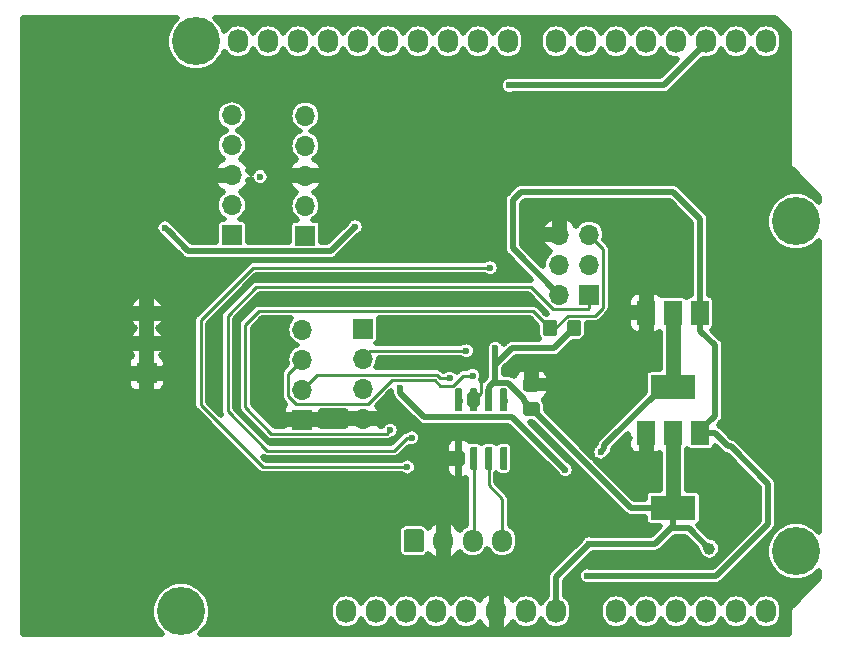
<source format=gbr>
G04 #@! TF.GenerationSoftware,KiCad,Pcbnew,(5.1.4)-1*
G04 #@! TF.CreationDate,2020-03-24T16:39:45-06:00*
G04 #@! TF.ProjectId,Laser_Stripe_Sensor,4c617365-725f-4537-9472-6970655f5365,rev?*
G04 #@! TF.SameCoordinates,Original*
G04 #@! TF.FileFunction,Copper,L2,Bot*
G04 #@! TF.FilePolarity,Positive*
%FSLAX46Y46*%
G04 Gerber Fmt 4.6, Leading zero omitted, Abs format (unit mm)*
G04 Created by KiCad (PCBNEW (5.1.4)-1) date 2020-03-24 16:39:45*
%MOMM*%
%LPD*%
G04 APERTURE LIST*
%ADD10O,1.700000X1.700000*%
%ADD11R,1.700000X1.700000*%
%ADD12O,1.700000X1.950000*%
%ADD13C,0.100000*%
%ADD14C,1.700000*%
%ADD15R,1.500000X2.000000*%
%ADD16R,3.800000X2.000000*%
%ADD17C,0.600000*%
%ADD18C,1.000000*%
%ADD19C,1.150000*%
%ADD20C,4.064000*%
%ADD21O,1.727200X2.032000*%
%ADD22C,0.250000*%
%ADD23C,1.270000*%
%ADD24C,0.508000*%
G04 APERTURE END LIST*
D10*
X135229600Y-99974400D03*
X135229600Y-102514400D03*
X135229600Y-105054400D03*
D11*
X135229600Y-107594400D03*
D12*
X152146000Y-117856000D03*
X149646000Y-117856000D03*
X147146000Y-117856000D03*
D13*
G36*
X145270504Y-116882204D02*
G01*
X145294773Y-116885804D01*
X145318571Y-116891765D01*
X145341671Y-116900030D01*
X145363849Y-116910520D01*
X145384893Y-116923133D01*
X145404598Y-116937747D01*
X145422777Y-116954223D01*
X145439253Y-116972402D01*
X145453867Y-116992107D01*
X145466480Y-117013151D01*
X145476970Y-117035329D01*
X145485235Y-117058429D01*
X145491196Y-117082227D01*
X145494796Y-117106496D01*
X145496000Y-117131000D01*
X145496000Y-118581000D01*
X145494796Y-118605504D01*
X145491196Y-118629773D01*
X145485235Y-118653571D01*
X145476970Y-118676671D01*
X145466480Y-118698849D01*
X145453867Y-118719893D01*
X145439253Y-118739598D01*
X145422777Y-118757777D01*
X145404598Y-118774253D01*
X145384893Y-118788867D01*
X145363849Y-118801480D01*
X145341671Y-118811970D01*
X145318571Y-118820235D01*
X145294773Y-118826196D01*
X145270504Y-118829796D01*
X145246000Y-118831000D01*
X144046000Y-118831000D01*
X144021496Y-118829796D01*
X143997227Y-118826196D01*
X143973429Y-118820235D01*
X143950329Y-118811970D01*
X143928151Y-118801480D01*
X143907107Y-118788867D01*
X143887402Y-118774253D01*
X143869223Y-118757777D01*
X143852747Y-118739598D01*
X143838133Y-118719893D01*
X143825520Y-118698849D01*
X143815030Y-118676671D01*
X143806765Y-118653571D01*
X143800804Y-118629773D01*
X143797204Y-118605504D01*
X143796000Y-118581000D01*
X143796000Y-117131000D01*
X143797204Y-117106496D01*
X143800804Y-117082227D01*
X143806765Y-117058429D01*
X143815030Y-117035329D01*
X143825520Y-117013151D01*
X143838133Y-116992107D01*
X143852747Y-116972402D01*
X143869223Y-116954223D01*
X143887402Y-116937747D01*
X143907107Y-116923133D01*
X143928151Y-116910520D01*
X143950329Y-116900030D01*
X143973429Y-116891765D01*
X143997227Y-116885804D01*
X144021496Y-116882204D01*
X144046000Y-116881000D01*
X145246000Y-116881000D01*
X145270504Y-116882204D01*
X145270504Y-116882204D01*
G37*
D14*
X144646000Y-117856000D03*
D15*
X164324000Y-98552000D03*
X168924000Y-98552000D03*
X166624000Y-98552000D03*
D16*
X166624000Y-104852000D03*
D15*
X164324000Y-108762000D03*
X168924000Y-108762000D03*
X166624000Y-108762000D03*
D16*
X166624000Y-115062000D03*
D13*
G36*
X148627703Y-109893722D02*
G01*
X148642264Y-109895882D01*
X148656543Y-109899459D01*
X148670403Y-109904418D01*
X148683710Y-109910712D01*
X148696336Y-109918280D01*
X148708159Y-109927048D01*
X148719066Y-109936934D01*
X148728952Y-109947841D01*
X148737720Y-109959664D01*
X148745288Y-109972290D01*
X148751582Y-109985597D01*
X148756541Y-109999457D01*
X148760118Y-110013736D01*
X148762278Y-110028297D01*
X148763000Y-110043000D01*
X148763000Y-111693000D01*
X148762278Y-111707703D01*
X148760118Y-111722264D01*
X148756541Y-111736543D01*
X148751582Y-111750403D01*
X148745288Y-111763710D01*
X148737720Y-111776336D01*
X148728952Y-111788159D01*
X148719066Y-111799066D01*
X148708159Y-111808952D01*
X148696336Y-111817720D01*
X148683710Y-111825288D01*
X148670403Y-111831582D01*
X148656543Y-111836541D01*
X148642264Y-111840118D01*
X148627703Y-111842278D01*
X148613000Y-111843000D01*
X148313000Y-111843000D01*
X148298297Y-111842278D01*
X148283736Y-111840118D01*
X148269457Y-111836541D01*
X148255597Y-111831582D01*
X148242290Y-111825288D01*
X148229664Y-111817720D01*
X148217841Y-111808952D01*
X148206934Y-111799066D01*
X148197048Y-111788159D01*
X148188280Y-111776336D01*
X148180712Y-111763710D01*
X148174418Y-111750403D01*
X148169459Y-111736543D01*
X148165882Y-111722264D01*
X148163722Y-111707703D01*
X148163000Y-111693000D01*
X148163000Y-110043000D01*
X148163722Y-110028297D01*
X148165882Y-110013736D01*
X148169459Y-109999457D01*
X148174418Y-109985597D01*
X148180712Y-109972290D01*
X148188280Y-109959664D01*
X148197048Y-109947841D01*
X148206934Y-109936934D01*
X148217841Y-109927048D01*
X148229664Y-109918280D01*
X148242290Y-109910712D01*
X148255597Y-109904418D01*
X148269457Y-109899459D01*
X148283736Y-109895882D01*
X148298297Y-109893722D01*
X148313000Y-109893000D01*
X148613000Y-109893000D01*
X148627703Y-109893722D01*
X148627703Y-109893722D01*
G37*
D17*
X148463000Y-110868000D03*
D13*
G36*
X149897703Y-109893722D02*
G01*
X149912264Y-109895882D01*
X149926543Y-109899459D01*
X149940403Y-109904418D01*
X149953710Y-109910712D01*
X149966336Y-109918280D01*
X149978159Y-109927048D01*
X149989066Y-109936934D01*
X149998952Y-109947841D01*
X150007720Y-109959664D01*
X150015288Y-109972290D01*
X150021582Y-109985597D01*
X150026541Y-109999457D01*
X150030118Y-110013736D01*
X150032278Y-110028297D01*
X150033000Y-110043000D01*
X150033000Y-111693000D01*
X150032278Y-111707703D01*
X150030118Y-111722264D01*
X150026541Y-111736543D01*
X150021582Y-111750403D01*
X150015288Y-111763710D01*
X150007720Y-111776336D01*
X149998952Y-111788159D01*
X149989066Y-111799066D01*
X149978159Y-111808952D01*
X149966336Y-111817720D01*
X149953710Y-111825288D01*
X149940403Y-111831582D01*
X149926543Y-111836541D01*
X149912264Y-111840118D01*
X149897703Y-111842278D01*
X149883000Y-111843000D01*
X149583000Y-111843000D01*
X149568297Y-111842278D01*
X149553736Y-111840118D01*
X149539457Y-111836541D01*
X149525597Y-111831582D01*
X149512290Y-111825288D01*
X149499664Y-111817720D01*
X149487841Y-111808952D01*
X149476934Y-111799066D01*
X149467048Y-111788159D01*
X149458280Y-111776336D01*
X149450712Y-111763710D01*
X149444418Y-111750403D01*
X149439459Y-111736543D01*
X149435882Y-111722264D01*
X149433722Y-111707703D01*
X149433000Y-111693000D01*
X149433000Y-110043000D01*
X149433722Y-110028297D01*
X149435882Y-110013736D01*
X149439459Y-109999457D01*
X149444418Y-109985597D01*
X149450712Y-109972290D01*
X149458280Y-109959664D01*
X149467048Y-109947841D01*
X149476934Y-109936934D01*
X149487841Y-109927048D01*
X149499664Y-109918280D01*
X149512290Y-109910712D01*
X149525597Y-109904418D01*
X149539457Y-109899459D01*
X149553736Y-109895882D01*
X149568297Y-109893722D01*
X149583000Y-109893000D01*
X149883000Y-109893000D01*
X149897703Y-109893722D01*
X149897703Y-109893722D01*
G37*
D17*
X149733000Y-110868000D03*
D13*
G36*
X151167703Y-109893722D02*
G01*
X151182264Y-109895882D01*
X151196543Y-109899459D01*
X151210403Y-109904418D01*
X151223710Y-109910712D01*
X151236336Y-109918280D01*
X151248159Y-109927048D01*
X151259066Y-109936934D01*
X151268952Y-109947841D01*
X151277720Y-109959664D01*
X151285288Y-109972290D01*
X151291582Y-109985597D01*
X151296541Y-109999457D01*
X151300118Y-110013736D01*
X151302278Y-110028297D01*
X151303000Y-110043000D01*
X151303000Y-111693000D01*
X151302278Y-111707703D01*
X151300118Y-111722264D01*
X151296541Y-111736543D01*
X151291582Y-111750403D01*
X151285288Y-111763710D01*
X151277720Y-111776336D01*
X151268952Y-111788159D01*
X151259066Y-111799066D01*
X151248159Y-111808952D01*
X151236336Y-111817720D01*
X151223710Y-111825288D01*
X151210403Y-111831582D01*
X151196543Y-111836541D01*
X151182264Y-111840118D01*
X151167703Y-111842278D01*
X151153000Y-111843000D01*
X150853000Y-111843000D01*
X150838297Y-111842278D01*
X150823736Y-111840118D01*
X150809457Y-111836541D01*
X150795597Y-111831582D01*
X150782290Y-111825288D01*
X150769664Y-111817720D01*
X150757841Y-111808952D01*
X150746934Y-111799066D01*
X150737048Y-111788159D01*
X150728280Y-111776336D01*
X150720712Y-111763710D01*
X150714418Y-111750403D01*
X150709459Y-111736543D01*
X150705882Y-111722264D01*
X150703722Y-111707703D01*
X150703000Y-111693000D01*
X150703000Y-110043000D01*
X150703722Y-110028297D01*
X150705882Y-110013736D01*
X150709459Y-109999457D01*
X150714418Y-109985597D01*
X150720712Y-109972290D01*
X150728280Y-109959664D01*
X150737048Y-109947841D01*
X150746934Y-109936934D01*
X150757841Y-109927048D01*
X150769664Y-109918280D01*
X150782290Y-109910712D01*
X150795597Y-109904418D01*
X150809457Y-109899459D01*
X150823736Y-109895882D01*
X150838297Y-109893722D01*
X150853000Y-109893000D01*
X151153000Y-109893000D01*
X151167703Y-109893722D01*
X151167703Y-109893722D01*
G37*
D17*
X151003000Y-110868000D03*
D13*
G36*
X152437703Y-109893722D02*
G01*
X152452264Y-109895882D01*
X152466543Y-109899459D01*
X152480403Y-109904418D01*
X152493710Y-109910712D01*
X152506336Y-109918280D01*
X152518159Y-109927048D01*
X152529066Y-109936934D01*
X152538952Y-109947841D01*
X152547720Y-109959664D01*
X152555288Y-109972290D01*
X152561582Y-109985597D01*
X152566541Y-109999457D01*
X152570118Y-110013736D01*
X152572278Y-110028297D01*
X152573000Y-110043000D01*
X152573000Y-111693000D01*
X152572278Y-111707703D01*
X152570118Y-111722264D01*
X152566541Y-111736543D01*
X152561582Y-111750403D01*
X152555288Y-111763710D01*
X152547720Y-111776336D01*
X152538952Y-111788159D01*
X152529066Y-111799066D01*
X152518159Y-111808952D01*
X152506336Y-111817720D01*
X152493710Y-111825288D01*
X152480403Y-111831582D01*
X152466543Y-111836541D01*
X152452264Y-111840118D01*
X152437703Y-111842278D01*
X152423000Y-111843000D01*
X152123000Y-111843000D01*
X152108297Y-111842278D01*
X152093736Y-111840118D01*
X152079457Y-111836541D01*
X152065597Y-111831582D01*
X152052290Y-111825288D01*
X152039664Y-111817720D01*
X152027841Y-111808952D01*
X152016934Y-111799066D01*
X152007048Y-111788159D01*
X151998280Y-111776336D01*
X151990712Y-111763710D01*
X151984418Y-111750403D01*
X151979459Y-111736543D01*
X151975882Y-111722264D01*
X151973722Y-111707703D01*
X151973000Y-111693000D01*
X151973000Y-110043000D01*
X151973722Y-110028297D01*
X151975882Y-110013736D01*
X151979459Y-109999457D01*
X151984418Y-109985597D01*
X151990712Y-109972290D01*
X151998280Y-109959664D01*
X152007048Y-109947841D01*
X152016934Y-109936934D01*
X152027841Y-109927048D01*
X152039664Y-109918280D01*
X152052290Y-109910712D01*
X152065597Y-109904418D01*
X152079457Y-109899459D01*
X152093736Y-109895882D01*
X152108297Y-109893722D01*
X152123000Y-109893000D01*
X152423000Y-109893000D01*
X152437703Y-109893722D01*
X152437703Y-109893722D01*
G37*
D17*
X152273000Y-110868000D03*
D13*
G36*
X152437703Y-104943722D02*
G01*
X152452264Y-104945882D01*
X152466543Y-104949459D01*
X152480403Y-104954418D01*
X152493710Y-104960712D01*
X152506336Y-104968280D01*
X152518159Y-104977048D01*
X152529066Y-104986934D01*
X152538952Y-104997841D01*
X152547720Y-105009664D01*
X152555288Y-105022290D01*
X152561582Y-105035597D01*
X152566541Y-105049457D01*
X152570118Y-105063736D01*
X152572278Y-105078297D01*
X152573000Y-105093000D01*
X152573000Y-106743000D01*
X152572278Y-106757703D01*
X152570118Y-106772264D01*
X152566541Y-106786543D01*
X152561582Y-106800403D01*
X152555288Y-106813710D01*
X152547720Y-106826336D01*
X152538952Y-106838159D01*
X152529066Y-106849066D01*
X152518159Y-106858952D01*
X152506336Y-106867720D01*
X152493710Y-106875288D01*
X152480403Y-106881582D01*
X152466543Y-106886541D01*
X152452264Y-106890118D01*
X152437703Y-106892278D01*
X152423000Y-106893000D01*
X152123000Y-106893000D01*
X152108297Y-106892278D01*
X152093736Y-106890118D01*
X152079457Y-106886541D01*
X152065597Y-106881582D01*
X152052290Y-106875288D01*
X152039664Y-106867720D01*
X152027841Y-106858952D01*
X152016934Y-106849066D01*
X152007048Y-106838159D01*
X151998280Y-106826336D01*
X151990712Y-106813710D01*
X151984418Y-106800403D01*
X151979459Y-106786543D01*
X151975882Y-106772264D01*
X151973722Y-106757703D01*
X151973000Y-106743000D01*
X151973000Y-105093000D01*
X151973722Y-105078297D01*
X151975882Y-105063736D01*
X151979459Y-105049457D01*
X151984418Y-105035597D01*
X151990712Y-105022290D01*
X151998280Y-105009664D01*
X152007048Y-104997841D01*
X152016934Y-104986934D01*
X152027841Y-104977048D01*
X152039664Y-104968280D01*
X152052290Y-104960712D01*
X152065597Y-104954418D01*
X152079457Y-104949459D01*
X152093736Y-104945882D01*
X152108297Y-104943722D01*
X152123000Y-104943000D01*
X152423000Y-104943000D01*
X152437703Y-104943722D01*
X152437703Y-104943722D01*
G37*
D17*
X152273000Y-105918000D03*
D13*
G36*
X151167703Y-104943722D02*
G01*
X151182264Y-104945882D01*
X151196543Y-104949459D01*
X151210403Y-104954418D01*
X151223710Y-104960712D01*
X151236336Y-104968280D01*
X151248159Y-104977048D01*
X151259066Y-104986934D01*
X151268952Y-104997841D01*
X151277720Y-105009664D01*
X151285288Y-105022290D01*
X151291582Y-105035597D01*
X151296541Y-105049457D01*
X151300118Y-105063736D01*
X151302278Y-105078297D01*
X151303000Y-105093000D01*
X151303000Y-106743000D01*
X151302278Y-106757703D01*
X151300118Y-106772264D01*
X151296541Y-106786543D01*
X151291582Y-106800403D01*
X151285288Y-106813710D01*
X151277720Y-106826336D01*
X151268952Y-106838159D01*
X151259066Y-106849066D01*
X151248159Y-106858952D01*
X151236336Y-106867720D01*
X151223710Y-106875288D01*
X151210403Y-106881582D01*
X151196543Y-106886541D01*
X151182264Y-106890118D01*
X151167703Y-106892278D01*
X151153000Y-106893000D01*
X150853000Y-106893000D01*
X150838297Y-106892278D01*
X150823736Y-106890118D01*
X150809457Y-106886541D01*
X150795597Y-106881582D01*
X150782290Y-106875288D01*
X150769664Y-106867720D01*
X150757841Y-106858952D01*
X150746934Y-106849066D01*
X150737048Y-106838159D01*
X150728280Y-106826336D01*
X150720712Y-106813710D01*
X150714418Y-106800403D01*
X150709459Y-106786543D01*
X150705882Y-106772264D01*
X150703722Y-106757703D01*
X150703000Y-106743000D01*
X150703000Y-105093000D01*
X150703722Y-105078297D01*
X150705882Y-105063736D01*
X150709459Y-105049457D01*
X150714418Y-105035597D01*
X150720712Y-105022290D01*
X150728280Y-105009664D01*
X150737048Y-104997841D01*
X150746934Y-104986934D01*
X150757841Y-104977048D01*
X150769664Y-104968280D01*
X150782290Y-104960712D01*
X150795597Y-104954418D01*
X150809457Y-104949459D01*
X150823736Y-104945882D01*
X150838297Y-104943722D01*
X150853000Y-104943000D01*
X151153000Y-104943000D01*
X151167703Y-104943722D01*
X151167703Y-104943722D01*
G37*
D17*
X151003000Y-105918000D03*
D13*
G36*
X149897703Y-104943722D02*
G01*
X149912264Y-104945882D01*
X149926543Y-104949459D01*
X149940403Y-104954418D01*
X149953710Y-104960712D01*
X149966336Y-104968280D01*
X149978159Y-104977048D01*
X149989066Y-104986934D01*
X149998952Y-104997841D01*
X150007720Y-105009664D01*
X150015288Y-105022290D01*
X150021582Y-105035597D01*
X150026541Y-105049457D01*
X150030118Y-105063736D01*
X150032278Y-105078297D01*
X150033000Y-105093000D01*
X150033000Y-106743000D01*
X150032278Y-106757703D01*
X150030118Y-106772264D01*
X150026541Y-106786543D01*
X150021582Y-106800403D01*
X150015288Y-106813710D01*
X150007720Y-106826336D01*
X149998952Y-106838159D01*
X149989066Y-106849066D01*
X149978159Y-106858952D01*
X149966336Y-106867720D01*
X149953710Y-106875288D01*
X149940403Y-106881582D01*
X149926543Y-106886541D01*
X149912264Y-106890118D01*
X149897703Y-106892278D01*
X149883000Y-106893000D01*
X149583000Y-106893000D01*
X149568297Y-106892278D01*
X149553736Y-106890118D01*
X149539457Y-106886541D01*
X149525597Y-106881582D01*
X149512290Y-106875288D01*
X149499664Y-106867720D01*
X149487841Y-106858952D01*
X149476934Y-106849066D01*
X149467048Y-106838159D01*
X149458280Y-106826336D01*
X149450712Y-106813710D01*
X149444418Y-106800403D01*
X149439459Y-106786543D01*
X149435882Y-106772264D01*
X149433722Y-106757703D01*
X149433000Y-106743000D01*
X149433000Y-105093000D01*
X149433722Y-105078297D01*
X149435882Y-105063736D01*
X149439459Y-105049457D01*
X149444418Y-105035597D01*
X149450712Y-105022290D01*
X149458280Y-105009664D01*
X149467048Y-104997841D01*
X149476934Y-104986934D01*
X149487841Y-104977048D01*
X149499664Y-104968280D01*
X149512290Y-104960712D01*
X149525597Y-104954418D01*
X149539457Y-104949459D01*
X149553736Y-104945882D01*
X149568297Y-104943722D01*
X149583000Y-104943000D01*
X149883000Y-104943000D01*
X149897703Y-104943722D01*
X149897703Y-104943722D01*
G37*
D17*
X149733000Y-105918000D03*
D13*
G36*
X148627703Y-104943722D02*
G01*
X148642264Y-104945882D01*
X148656543Y-104949459D01*
X148670403Y-104954418D01*
X148683710Y-104960712D01*
X148696336Y-104968280D01*
X148708159Y-104977048D01*
X148719066Y-104986934D01*
X148728952Y-104997841D01*
X148737720Y-105009664D01*
X148745288Y-105022290D01*
X148751582Y-105035597D01*
X148756541Y-105049457D01*
X148760118Y-105063736D01*
X148762278Y-105078297D01*
X148763000Y-105093000D01*
X148763000Y-106743000D01*
X148762278Y-106757703D01*
X148760118Y-106772264D01*
X148756541Y-106786543D01*
X148751582Y-106800403D01*
X148745288Y-106813710D01*
X148737720Y-106826336D01*
X148728952Y-106838159D01*
X148719066Y-106849066D01*
X148708159Y-106858952D01*
X148696336Y-106867720D01*
X148683710Y-106875288D01*
X148670403Y-106881582D01*
X148656543Y-106886541D01*
X148642264Y-106890118D01*
X148627703Y-106892278D01*
X148613000Y-106893000D01*
X148313000Y-106893000D01*
X148298297Y-106892278D01*
X148283736Y-106890118D01*
X148269457Y-106886541D01*
X148255597Y-106881582D01*
X148242290Y-106875288D01*
X148229664Y-106867720D01*
X148217841Y-106858952D01*
X148206934Y-106849066D01*
X148197048Y-106838159D01*
X148188280Y-106826336D01*
X148180712Y-106813710D01*
X148174418Y-106800403D01*
X148169459Y-106786543D01*
X148165882Y-106772264D01*
X148163722Y-106757703D01*
X148163000Y-106743000D01*
X148163000Y-105093000D01*
X148163722Y-105078297D01*
X148165882Y-105063736D01*
X148169459Y-105049457D01*
X148174418Y-105035597D01*
X148180712Y-105022290D01*
X148188280Y-105009664D01*
X148197048Y-104997841D01*
X148206934Y-104986934D01*
X148217841Y-104977048D01*
X148229664Y-104968280D01*
X148242290Y-104960712D01*
X148255597Y-104954418D01*
X148269457Y-104949459D01*
X148283736Y-104945882D01*
X148298297Y-104943722D01*
X148313000Y-104943000D01*
X148613000Y-104943000D01*
X148627703Y-104943722D01*
X148627703Y-104943722D01*
G37*
D17*
X148463000Y-105918000D03*
D18*
X169672000Y-118516400D03*
D13*
G36*
X158591505Y-99123204D02*
G01*
X158615773Y-99126804D01*
X158639572Y-99132765D01*
X158662671Y-99141030D01*
X158684850Y-99151520D01*
X158705893Y-99164132D01*
X158725599Y-99178747D01*
X158743777Y-99195223D01*
X158760253Y-99213401D01*
X158774868Y-99233107D01*
X158787480Y-99254150D01*
X158797970Y-99276329D01*
X158806235Y-99299428D01*
X158812196Y-99323227D01*
X158815796Y-99347495D01*
X158817000Y-99371999D01*
X158817000Y-100272001D01*
X158815796Y-100296505D01*
X158812196Y-100320773D01*
X158806235Y-100344572D01*
X158797970Y-100367671D01*
X158787480Y-100389850D01*
X158774868Y-100410893D01*
X158760253Y-100430599D01*
X158743777Y-100448777D01*
X158725599Y-100465253D01*
X158705893Y-100479868D01*
X158684850Y-100492480D01*
X158662671Y-100502970D01*
X158639572Y-100511235D01*
X158615773Y-100517196D01*
X158591505Y-100520796D01*
X158567001Y-100522000D01*
X157916999Y-100522000D01*
X157892495Y-100520796D01*
X157868227Y-100517196D01*
X157844428Y-100511235D01*
X157821329Y-100502970D01*
X157799150Y-100492480D01*
X157778107Y-100479868D01*
X157758401Y-100465253D01*
X157740223Y-100448777D01*
X157723747Y-100430599D01*
X157709132Y-100410893D01*
X157696520Y-100389850D01*
X157686030Y-100367671D01*
X157677765Y-100344572D01*
X157671804Y-100320773D01*
X157668204Y-100296505D01*
X157667000Y-100272001D01*
X157667000Y-99371999D01*
X157668204Y-99347495D01*
X157671804Y-99323227D01*
X157677765Y-99299428D01*
X157686030Y-99276329D01*
X157696520Y-99254150D01*
X157709132Y-99233107D01*
X157723747Y-99213401D01*
X157740223Y-99195223D01*
X157758401Y-99178747D01*
X157778107Y-99164132D01*
X157799150Y-99151520D01*
X157821329Y-99141030D01*
X157844428Y-99132765D01*
X157868227Y-99126804D01*
X157892495Y-99123204D01*
X157916999Y-99122000D01*
X158567001Y-99122000D01*
X158591505Y-99123204D01*
X158591505Y-99123204D01*
G37*
D19*
X158242000Y-99822000D03*
D13*
G36*
X156541505Y-99123204D02*
G01*
X156565773Y-99126804D01*
X156589572Y-99132765D01*
X156612671Y-99141030D01*
X156634850Y-99151520D01*
X156655893Y-99164132D01*
X156675599Y-99178747D01*
X156693777Y-99195223D01*
X156710253Y-99213401D01*
X156724868Y-99233107D01*
X156737480Y-99254150D01*
X156747970Y-99276329D01*
X156756235Y-99299428D01*
X156762196Y-99323227D01*
X156765796Y-99347495D01*
X156767000Y-99371999D01*
X156767000Y-100272001D01*
X156765796Y-100296505D01*
X156762196Y-100320773D01*
X156756235Y-100344572D01*
X156747970Y-100367671D01*
X156737480Y-100389850D01*
X156724868Y-100410893D01*
X156710253Y-100430599D01*
X156693777Y-100448777D01*
X156675599Y-100465253D01*
X156655893Y-100479868D01*
X156634850Y-100492480D01*
X156612671Y-100502970D01*
X156589572Y-100511235D01*
X156565773Y-100517196D01*
X156541505Y-100520796D01*
X156517001Y-100522000D01*
X155866999Y-100522000D01*
X155842495Y-100520796D01*
X155818227Y-100517196D01*
X155794428Y-100511235D01*
X155771329Y-100502970D01*
X155749150Y-100492480D01*
X155728107Y-100479868D01*
X155708401Y-100465253D01*
X155690223Y-100448777D01*
X155673747Y-100430599D01*
X155659132Y-100410893D01*
X155646520Y-100389850D01*
X155636030Y-100367671D01*
X155627765Y-100344572D01*
X155621804Y-100320773D01*
X155618204Y-100296505D01*
X155617000Y-100272001D01*
X155617000Y-99371999D01*
X155618204Y-99347495D01*
X155621804Y-99323227D01*
X155627765Y-99299428D01*
X155636030Y-99276329D01*
X155646520Y-99254150D01*
X155659132Y-99233107D01*
X155673747Y-99213401D01*
X155690223Y-99195223D01*
X155708401Y-99178747D01*
X155728107Y-99164132D01*
X155749150Y-99151520D01*
X155771329Y-99141030D01*
X155794428Y-99132765D01*
X155818227Y-99126804D01*
X155842495Y-99123204D01*
X155866999Y-99122000D01*
X156517001Y-99122000D01*
X156541505Y-99123204D01*
X156541505Y-99123204D01*
G37*
D19*
X156192000Y-99822000D03*
D10*
X122047000Y-98577400D03*
X122047000Y-101117400D03*
D11*
X122047000Y-103657400D03*
D10*
X140335000Y-107518200D03*
X140335000Y-104978200D03*
X140335000Y-102438200D03*
D11*
X140335000Y-99898200D03*
D10*
X129260600Y-81838800D03*
X129260600Y-84378800D03*
X129260600Y-86918800D03*
X129260600Y-89458800D03*
D11*
X129260600Y-91998800D03*
D10*
X135483600Y-81864200D03*
X135483600Y-84404200D03*
X135483600Y-86944200D03*
X135483600Y-89484200D03*
D11*
X135483600Y-92024200D03*
D10*
X156972000Y-91948000D03*
X159512000Y-91948000D03*
X156972000Y-94488000D03*
X159512000Y-94488000D03*
X156972000Y-97028000D03*
D11*
X159512000Y-97028000D03*
D13*
G36*
X155109705Y-104056204D02*
G01*
X155133973Y-104059804D01*
X155157772Y-104065765D01*
X155180871Y-104074030D01*
X155203050Y-104084520D01*
X155224093Y-104097132D01*
X155243799Y-104111747D01*
X155261977Y-104128223D01*
X155278453Y-104146401D01*
X155293068Y-104166107D01*
X155305680Y-104187150D01*
X155316170Y-104209329D01*
X155324435Y-104232428D01*
X155330396Y-104256227D01*
X155333996Y-104280495D01*
X155335200Y-104304999D01*
X155335200Y-104955001D01*
X155333996Y-104979505D01*
X155330396Y-105003773D01*
X155324435Y-105027572D01*
X155316170Y-105050671D01*
X155305680Y-105072850D01*
X155293068Y-105093893D01*
X155278453Y-105113599D01*
X155261977Y-105131777D01*
X155243799Y-105148253D01*
X155224093Y-105162868D01*
X155203050Y-105175480D01*
X155180871Y-105185970D01*
X155157772Y-105194235D01*
X155133973Y-105200196D01*
X155109705Y-105203796D01*
X155085201Y-105205000D01*
X154185199Y-105205000D01*
X154160695Y-105203796D01*
X154136427Y-105200196D01*
X154112628Y-105194235D01*
X154089529Y-105185970D01*
X154067350Y-105175480D01*
X154046307Y-105162868D01*
X154026601Y-105148253D01*
X154008423Y-105131777D01*
X153991947Y-105113599D01*
X153977332Y-105093893D01*
X153964720Y-105072850D01*
X153954230Y-105050671D01*
X153945965Y-105027572D01*
X153940004Y-105003773D01*
X153936404Y-104979505D01*
X153935200Y-104955001D01*
X153935200Y-104304999D01*
X153936404Y-104280495D01*
X153940004Y-104256227D01*
X153945965Y-104232428D01*
X153954230Y-104209329D01*
X153964720Y-104187150D01*
X153977332Y-104166107D01*
X153991947Y-104146401D01*
X154008423Y-104128223D01*
X154026601Y-104111747D01*
X154046307Y-104097132D01*
X154067350Y-104084520D01*
X154089529Y-104074030D01*
X154112628Y-104065765D01*
X154136427Y-104059804D01*
X154160695Y-104056204D01*
X154185199Y-104055000D01*
X155085201Y-104055000D01*
X155109705Y-104056204D01*
X155109705Y-104056204D01*
G37*
D19*
X154635200Y-104630000D03*
D13*
G36*
X155109705Y-106106204D02*
G01*
X155133973Y-106109804D01*
X155157772Y-106115765D01*
X155180871Y-106124030D01*
X155203050Y-106134520D01*
X155224093Y-106147132D01*
X155243799Y-106161747D01*
X155261977Y-106178223D01*
X155278453Y-106196401D01*
X155293068Y-106216107D01*
X155305680Y-106237150D01*
X155316170Y-106259329D01*
X155324435Y-106282428D01*
X155330396Y-106306227D01*
X155333996Y-106330495D01*
X155335200Y-106354999D01*
X155335200Y-107005001D01*
X155333996Y-107029505D01*
X155330396Y-107053773D01*
X155324435Y-107077572D01*
X155316170Y-107100671D01*
X155305680Y-107122850D01*
X155293068Y-107143893D01*
X155278453Y-107163599D01*
X155261977Y-107181777D01*
X155243799Y-107198253D01*
X155224093Y-107212868D01*
X155203050Y-107225480D01*
X155180871Y-107235970D01*
X155157772Y-107244235D01*
X155133973Y-107250196D01*
X155109705Y-107253796D01*
X155085201Y-107255000D01*
X154185199Y-107255000D01*
X154160695Y-107253796D01*
X154136427Y-107250196D01*
X154112628Y-107244235D01*
X154089529Y-107235970D01*
X154067350Y-107225480D01*
X154046307Y-107212868D01*
X154026601Y-107198253D01*
X154008423Y-107181777D01*
X153991947Y-107163599D01*
X153977332Y-107143893D01*
X153964720Y-107122850D01*
X153954230Y-107100671D01*
X153945965Y-107077572D01*
X153940004Y-107053773D01*
X153936404Y-107029505D01*
X153935200Y-107005001D01*
X153935200Y-106354999D01*
X153936404Y-106330495D01*
X153940004Y-106306227D01*
X153945965Y-106282428D01*
X153954230Y-106259329D01*
X153964720Y-106237150D01*
X153977332Y-106216107D01*
X153991947Y-106196401D01*
X154008423Y-106178223D01*
X154026601Y-106161747D01*
X154046307Y-106147132D01*
X154067350Y-106134520D01*
X154089529Y-106124030D01*
X154112628Y-106115765D01*
X154136427Y-106109804D01*
X154160695Y-106106204D01*
X154185199Y-106105000D01*
X155085201Y-106105000D01*
X155109705Y-106106204D01*
X155109705Y-106106204D01*
G37*
D19*
X154635200Y-106680000D03*
D20*
X124968000Y-123825000D03*
X177038000Y-118745000D03*
X126238000Y-75565000D03*
X177038000Y-90805000D03*
D21*
X138938000Y-123825000D03*
X141478000Y-123825000D03*
X144018000Y-123825000D03*
X146558000Y-123825000D03*
X149098000Y-123825000D03*
X151638000Y-123825000D03*
X154178000Y-123825000D03*
X156718000Y-123825000D03*
X161798000Y-123825000D03*
X164338000Y-123825000D03*
X166878000Y-123825000D03*
X169418000Y-123825000D03*
X171958000Y-123825000D03*
X174498000Y-123825000D03*
X129794000Y-75565000D03*
X132334000Y-75565000D03*
X134874000Y-75565000D03*
X137414000Y-75565000D03*
X139954000Y-75565000D03*
X142494000Y-75565000D03*
X145034000Y-75565000D03*
X147574000Y-75565000D03*
X150114000Y-75565000D03*
X152654000Y-75565000D03*
X156718000Y-75565000D03*
X159258000Y-75565000D03*
X161798000Y-75565000D03*
X164338000Y-75565000D03*
X166878000Y-75565000D03*
X169418000Y-75565000D03*
X171958000Y-75565000D03*
X174498000Y-75565000D03*
D17*
X131648200Y-87020400D03*
X149860000Y-106045000D03*
X164338000Y-98552000D03*
X163830000Y-108966000D03*
X167132000Y-84251800D03*
X150698200Y-81356200D03*
X126542800Y-92075000D03*
X131978400Y-114884200D03*
X173863000Y-113360200D03*
X158800800Y-113614200D03*
X164846000Y-92075000D03*
X118160800Y-101168200D03*
X114376200Y-107137200D03*
X152247600Y-121183400D03*
X150342600Y-101295200D03*
X143535400Y-104927400D03*
X160502600Y-110337600D03*
X157480000Y-111836200D03*
X166624000Y-98806000D03*
X159334200Y-120827800D03*
X142671800Y-108483400D03*
X149656800Y-103860600D03*
X149123400Y-101777800D03*
X144500600Y-109143800D03*
X144119600Y-111607600D03*
X151130000Y-94742000D03*
X147701000Y-104089200D03*
X148590000Y-106045000D03*
X152400000Y-106045000D03*
X152755600Y-79298800D03*
X123596400Y-91363800D03*
X139700000Y-91262200D03*
X159512000Y-118110000D03*
X151568000Y-101543000D03*
X166790700Y-108951700D03*
D22*
X147146000Y-114474000D02*
X147146000Y-117856000D01*
X148463000Y-110868000D02*
X148463000Y-110868000D01*
X148463000Y-113157000D02*
X147146000Y-114474000D01*
X150342600Y-105308400D02*
X149733000Y-105918000D01*
X150342600Y-101295200D02*
X150342600Y-105308400D01*
X148463000Y-110868000D02*
X148463000Y-113157000D01*
D23*
X166624000Y-98552000D02*
X166624000Y-98806000D01*
D24*
X160502600Y-110337600D02*
X160502600Y-110337600D01*
X152990810Y-107347010D02*
X145523210Y-107347010D01*
X157480000Y-111836200D02*
X152990810Y-107347010D01*
X165988200Y-104216200D02*
X166624000Y-104852000D01*
X145523210Y-107339474D02*
X145523210Y-107347010D01*
X143535400Y-105351664D02*
X145523210Y-107339474D01*
X143535400Y-104927400D02*
X143535400Y-105351664D01*
D23*
X166624000Y-98806000D02*
X166624000Y-104852000D01*
D24*
X160802599Y-110037601D02*
X160502600Y-110337600D01*
X160802599Y-109773401D02*
X160802599Y-110037601D01*
X165724000Y-104852000D02*
X160802599Y-109773401D01*
X166624000Y-104852000D02*
X165724000Y-104852000D01*
X168924000Y-108512000D02*
X168924000Y-108762000D01*
X170182000Y-107254000D02*
X168924000Y-108512000D01*
X170182000Y-101318000D02*
X170182000Y-107254000D01*
X168924000Y-100060000D02*
X170182000Y-101318000D01*
X168924000Y-98552000D02*
X168924000Y-100060000D01*
X168924000Y-98552000D02*
X168924000Y-90615800D01*
X168924000Y-90615800D02*
X166649400Y-88341200D01*
X166649400Y-88341200D02*
X153720800Y-88341200D01*
X153720800Y-88341200D02*
X153035000Y-89027000D01*
X153035000Y-93091000D02*
X156972000Y-97028000D01*
X153035000Y-89027000D02*
X153035000Y-93091000D01*
X168924000Y-108762000D02*
X170182000Y-108762000D01*
X166132092Y-120827800D02*
X159334200Y-120827800D01*
X159334200Y-120827800D02*
X159334200Y-120827800D01*
X171485123Y-109866401D02*
X174650400Y-113031678D01*
X170182000Y-108762000D02*
X171286401Y-109866401D01*
X171286401Y-109866401D02*
X171485123Y-109866401D01*
X174650400Y-113031678D02*
X174650400Y-116459000D01*
X170281600Y-120827800D02*
X166132092Y-120827800D01*
X174650400Y-116459000D02*
X170281600Y-120827800D01*
D22*
X149733000Y-117769000D02*
X149646000Y-117856000D01*
X149733000Y-110868000D02*
X149733000Y-117769000D01*
X151003000Y-110868000D02*
X151003000Y-113157000D01*
X151003000Y-113157000D02*
X152146000Y-114300000D01*
X152146000Y-114300000D02*
X152146000Y-117856000D01*
X160361999Y-92797999D02*
X159512000Y-91948000D01*
X160687001Y-93123001D02*
X160361999Y-92797999D01*
X160687001Y-98138001D02*
X160687001Y-93123001D01*
X160028012Y-98796990D02*
X160687001Y-98138001D01*
X156653810Y-99822000D02*
X157678820Y-98796990D01*
X157678820Y-98796990D02*
X160028012Y-98796990D01*
X156192000Y-99822000D02*
X156653810Y-99822000D01*
X142371801Y-108783399D02*
X132608599Y-108783399D01*
X142671800Y-108483400D02*
X142371801Y-108783399D01*
X132608599Y-108783399D02*
X130378200Y-106553000D01*
X130378200Y-106553000D02*
X130378200Y-99542600D01*
X130378200Y-99542600D02*
X131521200Y-98399600D01*
X154769600Y-98399600D02*
X156192000Y-99822000D01*
X131521200Y-98399600D02*
X154769600Y-98399600D01*
X149232536Y-103860600D02*
X149656800Y-103860600D01*
X148854602Y-103860600D02*
X149232536Y-103860600D01*
X148001001Y-104714201D02*
X148854602Y-103860600D01*
X146902191Y-104714201D02*
X148001001Y-104714201D01*
X146441199Y-104253209D02*
X146902191Y-104714201D01*
X142798993Y-104253209D02*
X146441199Y-104253209D01*
X140822801Y-106229401D02*
X142798993Y-104253209D01*
X134665599Y-106229401D02*
X140822801Y-106229401D01*
X134054599Y-105618401D02*
X134665599Y-106229401D01*
X134054599Y-103689401D02*
X134054599Y-105618401D01*
X135229600Y-102514400D02*
X134054599Y-103689401D01*
X140665200Y-102768400D02*
X140335000Y-102438200D01*
X140995400Y-101777800D02*
X140335000Y-102438200D01*
X149123400Y-101777800D02*
X140995400Y-101777800D01*
X159512000Y-98128000D02*
X159512000Y-97028000D01*
X159436999Y-98203001D02*
X159512000Y-98128000D01*
X156407999Y-98203001D02*
X159436999Y-98203001D01*
X154572598Y-96367600D02*
X156407999Y-98203001D01*
X144076336Y-109143800D02*
X143009536Y-110210600D01*
X144500600Y-109143800D02*
X144076336Y-109143800D01*
X132232400Y-110210600D02*
X128905000Y-106883200D01*
X143009536Y-110210600D02*
X132232400Y-110210600D01*
X128905000Y-106883200D02*
X128905000Y-98806000D01*
X131343400Y-96367600D02*
X154572598Y-96367600D01*
X128905000Y-98806000D02*
X131343400Y-96367600D01*
X126607982Y-99195198D02*
X131061180Y-94742000D01*
X126607981Y-106341599D02*
X126607982Y-99195198D01*
X144119600Y-111607600D02*
X131873980Y-111607600D01*
X131873980Y-111607600D02*
X126607981Y-106341599D01*
X131061180Y-94742000D02*
X146659600Y-94742000D01*
X146659600Y-94742000D02*
X151130000Y-94742000D01*
X146913600Y-104089200D02*
X147701000Y-104089200D01*
X146627599Y-103803199D02*
X146913600Y-104089200D01*
X135229600Y-105054400D02*
X136480801Y-103803199D01*
X136480801Y-103803199D02*
X146627599Y-103803199D01*
D24*
X169418000Y-75717400D02*
X169418000Y-75565000D01*
X165836600Y-79298800D02*
X169418000Y-75717400D01*
X152755600Y-79298800D02*
X165836600Y-79298800D01*
X156718000Y-120904000D02*
X156718000Y-123825000D01*
X159512000Y-118110000D02*
X159512000Y-118110000D01*
X165084000Y-118110000D02*
X159512000Y-118110000D01*
X166624000Y-115062000D02*
X166624000Y-116570000D01*
X159512000Y-118110000D02*
X156718000Y-120904000D01*
D23*
X166624000Y-108762000D02*
X166624000Y-115062000D01*
D24*
X154011828Y-106056628D02*
X154635200Y-106680000D01*
X154011828Y-105827628D02*
X154011828Y-106056628D01*
X152673190Y-104488990D02*
X154011828Y-105827628D01*
X123896399Y-91663799D02*
X123596400Y-91363800D01*
X125560801Y-93328201D02*
X123896399Y-91663799D01*
X137633999Y-93328201D02*
X125560801Y-93328201D01*
X139700000Y-91262200D02*
X137633999Y-93328201D01*
X158242000Y-99822000D02*
X157962622Y-99822000D01*
X151003000Y-104843000D02*
X151003000Y-105918000D01*
X151357010Y-104488990D02*
X151003000Y-104843000D01*
X151357010Y-104488990D02*
X152673190Y-104488990D01*
X151357010Y-104488990D02*
X151568000Y-104278000D01*
X163017200Y-115062000D02*
X154635200Y-106680000D01*
X166624000Y-115062000D02*
X163017200Y-115062000D01*
X167924100Y-116768500D02*
X169672000Y-118516400D01*
X166425500Y-116768500D02*
X167924100Y-116768500D01*
X166425500Y-116768500D02*
X165084000Y-118110000D01*
X166624000Y-116570000D02*
X166425500Y-116768500D01*
X152965000Y-101543000D02*
X151568000Y-102940000D01*
X156521000Y-101543000D02*
X152965000Y-101543000D01*
X158242000Y-99822000D02*
X156521000Y-101543000D01*
X151568000Y-104278000D02*
X151568000Y-102940000D01*
X151568000Y-102940000D02*
X151568000Y-101543000D01*
G36*
X124265053Y-73945844D02*
G01*
X123987081Y-74361859D01*
X123795611Y-74824109D01*
X123698000Y-75314832D01*
X123698000Y-75815168D01*
X123795611Y-76305891D01*
X123987081Y-76768141D01*
X124265053Y-77184156D01*
X124618844Y-77537947D01*
X125034859Y-77815919D01*
X125497109Y-78007389D01*
X125987832Y-78105000D01*
X126488168Y-78105000D01*
X126978891Y-78007389D01*
X127441141Y-77815919D01*
X127857156Y-77537947D01*
X128210947Y-77184156D01*
X128488919Y-76768141D01*
X128624908Y-76439833D01*
X128648039Y-76483107D01*
X128819441Y-76691960D01*
X129028294Y-76863361D01*
X129266573Y-76990724D01*
X129525120Y-77069154D01*
X129794000Y-77095636D01*
X130062881Y-77069154D01*
X130321428Y-76990724D01*
X130559707Y-76863361D01*
X130768560Y-76691960D01*
X130939961Y-76483107D01*
X131064000Y-76251046D01*
X131188039Y-76483107D01*
X131359441Y-76691960D01*
X131568294Y-76863361D01*
X131806573Y-76990724D01*
X132065120Y-77069154D01*
X132334000Y-77095636D01*
X132602881Y-77069154D01*
X132861428Y-76990724D01*
X133099707Y-76863361D01*
X133308560Y-76691960D01*
X133479961Y-76483107D01*
X133604000Y-76251046D01*
X133728039Y-76483107D01*
X133899441Y-76691960D01*
X134108294Y-76863361D01*
X134346573Y-76990724D01*
X134605120Y-77069154D01*
X134874000Y-77095636D01*
X135142881Y-77069154D01*
X135401428Y-76990724D01*
X135639707Y-76863361D01*
X135848560Y-76691960D01*
X136019961Y-76483107D01*
X136144000Y-76251046D01*
X136268039Y-76483107D01*
X136439441Y-76691960D01*
X136648294Y-76863361D01*
X136886573Y-76990724D01*
X137145120Y-77069154D01*
X137414000Y-77095636D01*
X137682881Y-77069154D01*
X137941428Y-76990724D01*
X138179707Y-76863361D01*
X138388560Y-76691960D01*
X138559961Y-76483107D01*
X138684000Y-76251046D01*
X138808039Y-76483107D01*
X138979441Y-76691960D01*
X139188294Y-76863361D01*
X139426573Y-76990724D01*
X139685120Y-77069154D01*
X139954000Y-77095636D01*
X140222881Y-77069154D01*
X140481428Y-76990724D01*
X140719707Y-76863361D01*
X140928560Y-76691960D01*
X141099961Y-76483107D01*
X141224000Y-76251046D01*
X141348039Y-76483107D01*
X141519441Y-76691960D01*
X141728294Y-76863361D01*
X141966573Y-76990724D01*
X142225120Y-77069154D01*
X142494000Y-77095636D01*
X142762881Y-77069154D01*
X143021428Y-76990724D01*
X143259707Y-76863361D01*
X143468560Y-76691960D01*
X143639961Y-76483107D01*
X143764000Y-76251046D01*
X143888039Y-76483107D01*
X144059441Y-76691960D01*
X144268294Y-76863361D01*
X144506573Y-76990724D01*
X144765120Y-77069154D01*
X145034000Y-77095636D01*
X145302881Y-77069154D01*
X145561428Y-76990724D01*
X145799707Y-76863361D01*
X146008560Y-76691960D01*
X146179961Y-76483107D01*
X146304000Y-76251046D01*
X146428039Y-76483107D01*
X146599441Y-76691960D01*
X146808294Y-76863361D01*
X147046573Y-76990724D01*
X147305120Y-77069154D01*
X147574000Y-77095636D01*
X147842881Y-77069154D01*
X148101428Y-76990724D01*
X148339707Y-76863361D01*
X148548560Y-76691960D01*
X148719961Y-76483107D01*
X148844000Y-76251046D01*
X148968039Y-76483107D01*
X149139441Y-76691960D01*
X149348294Y-76863361D01*
X149586573Y-76990724D01*
X149845120Y-77069154D01*
X150114000Y-77095636D01*
X150382881Y-77069154D01*
X150641428Y-76990724D01*
X150879707Y-76863361D01*
X151088560Y-76691960D01*
X151259961Y-76483107D01*
X151384000Y-76251046D01*
X151508039Y-76483107D01*
X151679441Y-76691960D01*
X151888294Y-76863361D01*
X152126573Y-76990724D01*
X152385120Y-77069154D01*
X152654000Y-77095636D01*
X152922881Y-77069154D01*
X153181428Y-76990724D01*
X153419707Y-76863361D01*
X153628560Y-76691960D01*
X153799961Y-76483107D01*
X153927324Y-76244827D01*
X154005754Y-75986280D01*
X154025600Y-75784777D01*
X154025600Y-75345222D01*
X154005754Y-75143719D01*
X153927324Y-74885172D01*
X153799961Y-74646893D01*
X153628559Y-74438040D01*
X153419706Y-74266639D01*
X153181427Y-74139276D01*
X152922880Y-74060846D01*
X152654000Y-74034364D01*
X152385119Y-74060846D01*
X152126572Y-74139276D01*
X151888293Y-74266639D01*
X151679440Y-74438041D01*
X151508039Y-74646894D01*
X151384000Y-74878954D01*
X151259961Y-74646893D01*
X151088559Y-74438040D01*
X150879706Y-74266639D01*
X150641427Y-74139276D01*
X150382880Y-74060846D01*
X150114000Y-74034364D01*
X149845119Y-74060846D01*
X149586572Y-74139276D01*
X149348293Y-74266639D01*
X149139440Y-74438041D01*
X148968039Y-74646894D01*
X148844000Y-74878954D01*
X148719961Y-74646893D01*
X148548559Y-74438040D01*
X148339706Y-74266639D01*
X148101427Y-74139276D01*
X147842880Y-74060846D01*
X147574000Y-74034364D01*
X147305119Y-74060846D01*
X147046572Y-74139276D01*
X146808293Y-74266639D01*
X146599440Y-74438041D01*
X146428039Y-74646894D01*
X146304000Y-74878954D01*
X146179961Y-74646893D01*
X146008559Y-74438040D01*
X145799706Y-74266639D01*
X145561427Y-74139276D01*
X145302880Y-74060846D01*
X145034000Y-74034364D01*
X144765119Y-74060846D01*
X144506572Y-74139276D01*
X144268293Y-74266639D01*
X144059440Y-74438041D01*
X143888039Y-74646894D01*
X143764000Y-74878954D01*
X143639961Y-74646893D01*
X143468559Y-74438040D01*
X143259706Y-74266639D01*
X143021427Y-74139276D01*
X142762880Y-74060846D01*
X142494000Y-74034364D01*
X142225119Y-74060846D01*
X141966572Y-74139276D01*
X141728293Y-74266639D01*
X141519440Y-74438041D01*
X141348039Y-74646894D01*
X141224000Y-74878954D01*
X141099961Y-74646893D01*
X140928559Y-74438040D01*
X140719706Y-74266639D01*
X140481427Y-74139276D01*
X140222880Y-74060846D01*
X139954000Y-74034364D01*
X139685119Y-74060846D01*
X139426572Y-74139276D01*
X139188293Y-74266639D01*
X138979440Y-74438041D01*
X138808039Y-74646894D01*
X138684000Y-74878954D01*
X138559961Y-74646893D01*
X138388559Y-74438040D01*
X138179706Y-74266639D01*
X137941427Y-74139276D01*
X137682880Y-74060846D01*
X137414000Y-74034364D01*
X137145119Y-74060846D01*
X136886572Y-74139276D01*
X136648293Y-74266639D01*
X136439440Y-74438041D01*
X136268039Y-74646894D01*
X136144000Y-74878954D01*
X136019961Y-74646893D01*
X135848559Y-74438040D01*
X135639706Y-74266639D01*
X135401427Y-74139276D01*
X135142880Y-74060846D01*
X134874000Y-74034364D01*
X134605119Y-74060846D01*
X134346572Y-74139276D01*
X134108293Y-74266639D01*
X133899440Y-74438041D01*
X133728039Y-74646894D01*
X133604000Y-74878954D01*
X133479961Y-74646893D01*
X133308559Y-74438040D01*
X133099706Y-74266639D01*
X132861427Y-74139276D01*
X132602880Y-74060846D01*
X132334000Y-74034364D01*
X132065119Y-74060846D01*
X131806572Y-74139276D01*
X131568293Y-74266639D01*
X131359440Y-74438041D01*
X131188039Y-74646894D01*
X131064000Y-74878954D01*
X130939961Y-74646893D01*
X130768559Y-74438040D01*
X130559706Y-74266639D01*
X130321427Y-74139276D01*
X130062880Y-74060846D01*
X129794000Y-74034364D01*
X129525119Y-74060846D01*
X129266572Y-74139276D01*
X129028293Y-74266639D01*
X128819440Y-74438041D01*
X128648039Y-74646894D01*
X128624909Y-74690168D01*
X128488919Y-74361859D01*
X128210947Y-73945844D01*
X127873103Y-73608000D01*
X175272515Y-73608000D01*
X176455001Y-74790487D01*
X176455000Y-85950377D01*
X176452181Y-85979000D01*
X176455000Y-86007623D01*
X176455000Y-86007632D01*
X176463436Y-86093287D01*
X176496773Y-86203183D01*
X176550908Y-86304463D01*
X176623763Y-86393237D01*
X176646009Y-86411494D01*
X178995001Y-88760487D01*
X178995001Y-89169898D01*
X178657156Y-88832053D01*
X178241141Y-88554081D01*
X177778891Y-88362611D01*
X177288168Y-88265000D01*
X176787832Y-88265000D01*
X176297109Y-88362611D01*
X175834859Y-88554081D01*
X175418844Y-88832053D01*
X175065053Y-89185844D01*
X174787081Y-89601859D01*
X174595611Y-90064109D01*
X174498000Y-90554832D01*
X174498000Y-91055168D01*
X174595611Y-91545891D01*
X174787081Y-92008141D01*
X175065053Y-92424156D01*
X175418844Y-92777947D01*
X175834859Y-93055919D01*
X176297109Y-93247389D01*
X176787832Y-93345000D01*
X177288168Y-93345000D01*
X177778891Y-93247389D01*
X178241141Y-93055919D01*
X178657156Y-92777947D01*
X178995001Y-92440102D01*
X178995000Y-117109897D01*
X178657156Y-116772053D01*
X178241141Y-116494081D01*
X177778891Y-116302611D01*
X177288168Y-116205000D01*
X176787832Y-116205000D01*
X176297109Y-116302611D01*
X175834859Y-116494081D01*
X175418844Y-116772053D01*
X175197987Y-116992910D01*
X175287045Y-116884392D01*
X175357802Y-116752015D01*
X175401374Y-116608378D01*
X175412400Y-116496426D01*
X175412400Y-116496424D01*
X175416086Y-116459001D01*
X175412400Y-116421578D01*
X175412400Y-113069101D01*
X175416086Y-113031678D01*
X175412400Y-112994252D01*
X175401374Y-112882300D01*
X175357802Y-112738663D01*
X175324865Y-112677042D01*
X175287045Y-112606285D01*
X175252257Y-112563897D01*
X175191822Y-112490256D01*
X175162747Y-112466395D01*
X172050407Y-109354055D01*
X172026545Y-109324979D01*
X171910515Y-109229756D01*
X171778138Y-109158999D01*
X171634501Y-109115427D01*
X171610715Y-109113084D01*
X170747284Y-108249654D01*
X170723422Y-108220578D01*
X170607392Y-108125355D01*
X170475015Y-108054598D01*
X170462752Y-108050878D01*
X170694346Y-107819284D01*
X170723422Y-107795422D01*
X170795519Y-107707571D01*
X170818645Y-107679393D01*
X170856465Y-107608636D01*
X170889402Y-107547015D01*
X170932974Y-107403378D01*
X170944000Y-107291426D01*
X170944000Y-107291423D01*
X170947686Y-107254000D01*
X170944000Y-107216577D01*
X170944000Y-101355423D01*
X170947686Y-101318000D01*
X170944000Y-101280574D01*
X170932974Y-101168622D01*
X170889402Y-101024985D01*
X170830820Y-100915385D01*
X170818645Y-100892607D01*
X170764768Y-100826959D01*
X170723422Y-100776578D01*
X170694347Y-100752717D01*
X169931831Y-99990201D01*
X169957595Y-99976429D01*
X170034948Y-99912948D01*
X170098429Y-99835595D01*
X170145601Y-99747343D01*
X170174649Y-99651585D01*
X170184457Y-99552000D01*
X170184457Y-97552000D01*
X170174649Y-97452415D01*
X170145601Y-97356657D01*
X170098429Y-97268405D01*
X170034948Y-97191052D01*
X169957595Y-97127571D01*
X169869343Y-97080399D01*
X169773585Y-97051351D01*
X169686000Y-97042725D01*
X169686000Y-90653222D01*
X169689686Y-90615799D01*
X169685388Y-90572158D01*
X169674974Y-90466422D01*
X169631402Y-90322785D01*
X169560645Y-90190408D01*
X169465422Y-90074378D01*
X169436352Y-90050521D01*
X167214684Y-87828854D01*
X167190822Y-87799778D01*
X167074792Y-87704555D01*
X166942415Y-87633798D01*
X166798778Y-87590226D01*
X166686826Y-87579200D01*
X166686823Y-87579200D01*
X166649400Y-87575514D01*
X166611977Y-87579200D01*
X153758223Y-87579200D01*
X153720800Y-87575514D01*
X153683377Y-87579200D01*
X153683374Y-87579200D01*
X153571422Y-87590226D01*
X153427785Y-87633798D01*
X153401187Y-87648015D01*
X153295407Y-87704555D01*
X153256555Y-87736441D01*
X153179378Y-87799778D01*
X153155516Y-87828854D01*
X152522654Y-88461716D01*
X152493578Y-88485578D01*
X152437983Y-88553322D01*
X152398355Y-88601608D01*
X152380926Y-88634216D01*
X152327598Y-88733986D01*
X152284026Y-88877623D01*
X152273000Y-88989574D01*
X152269314Y-89027000D01*
X152273000Y-89064423D01*
X152273001Y-93053567D01*
X152269314Y-93091000D01*
X152284027Y-93240378D01*
X152327599Y-93384015D01*
X152398355Y-93516392D01*
X152444619Y-93572764D01*
X152493579Y-93632422D01*
X152522649Y-93656279D01*
X154600673Y-95734303D01*
X154572598Y-95731538D01*
X154541510Y-95734600D01*
X131374485Y-95734600D01*
X131343399Y-95731538D01*
X131312313Y-95734600D01*
X131312312Y-95734600D01*
X131219310Y-95743760D01*
X131099990Y-95779955D01*
X130990023Y-95838734D01*
X130893636Y-95917836D01*
X130873816Y-95941987D01*
X128479383Y-98336420D01*
X128455237Y-98356236D01*
X128435421Y-98380382D01*
X128435419Y-98380384D01*
X128376134Y-98452624D01*
X128317356Y-98562590D01*
X128281160Y-98681911D01*
X128268938Y-98806000D01*
X128272001Y-98837098D01*
X128272000Y-106852112D01*
X128268938Y-106883200D01*
X128272000Y-106914287D01*
X128281160Y-107007289D01*
X128317355Y-107126609D01*
X128350848Y-107189269D01*
X127240980Y-106079401D01*
X127240982Y-99457395D01*
X131323378Y-95375000D01*
X150622989Y-95375000D01*
X150747268Y-95458041D01*
X150894315Y-95518949D01*
X151050419Y-95550000D01*
X151209581Y-95550000D01*
X151365685Y-95518949D01*
X151512732Y-95458041D01*
X151645070Y-95369615D01*
X151757615Y-95257070D01*
X151846041Y-95124732D01*
X151906949Y-94977685D01*
X151938000Y-94821581D01*
X151938000Y-94662419D01*
X151906949Y-94506315D01*
X151846041Y-94359268D01*
X151757615Y-94226930D01*
X151645070Y-94114385D01*
X151512732Y-94025959D01*
X151365685Y-93965051D01*
X151209581Y-93934000D01*
X151050419Y-93934000D01*
X150894315Y-93965051D01*
X150747268Y-94025959D01*
X150622989Y-94109000D01*
X131092267Y-94109000D01*
X131061179Y-94105938D01*
X130937090Y-94118160D01*
X130817770Y-94154355D01*
X130707803Y-94213134D01*
X130611416Y-94292236D01*
X130591600Y-94316382D01*
X126182364Y-98725619D01*
X126158219Y-98745434D01*
X126138403Y-98769580D01*
X126138401Y-98769582D01*
X126079116Y-98841822D01*
X126020338Y-98951788D01*
X125984142Y-99071109D01*
X125971920Y-99195198D01*
X125974983Y-99226296D01*
X125974981Y-106310513D01*
X125971919Y-106341599D01*
X125982732Y-106451384D01*
X125984141Y-106465688D01*
X126020336Y-106585008D01*
X126079115Y-106694975D01*
X126158217Y-106791362D01*
X126182368Y-106811182D01*
X131404396Y-112033213D01*
X131424216Y-112057364D01*
X131520603Y-112136466D01*
X131630570Y-112195245D01*
X131749890Y-112231440D01*
X131873980Y-112243662D01*
X131905068Y-112240600D01*
X143612589Y-112240600D01*
X143736868Y-112323641D01*
X143883915Y-112384549D01*
X144040019Y-112415600D01*
X144199181Y-112415600D01*
X144355285Y-112384549D01*
X144502332Y-112323641D01*
X144634670Y-112235215D01*
X144747215Y-112122670D01*
X144835641Y-111990332D01*
X144896549Y-111843285D01*
X144896605Y-111843000D01*
X147397313Y-111843000D01*
X147412025Y-111992378D01*
X147455597Y-112136016D01*
X147526355Y-112268393D01*
X147621578Y-112384422D01*
X147737607Y-112479645D01*
X147869984Y-112550403D01*
X148013622Y-112593975D01*
X148163000Y-112608687D01*
X148226500Y-112605000D01*
X148417000Y-112414500D01*
X148417000Y-111249000D01*
X147591500Y-111249000D01*
X147401000Y-111439500D01*
X147397313Y-111843000D01*
X144896605Y-111843000D01*
X144927600Y-111687181D01*
X144927600Y-111528019D01*
X144896549Y-111371915D01*
X144835641Y-111224868D01*
X144747215Y-111092530D01*
X144634670Y-110979985D01*
X144502332Y-110891559D01*
X144355285Y-110830651D01*
X144199181Y-110799600D01*
X144040019Y-110799600D01*
X143883915Y-110830651D01*
X143736868Y-110891559D01*
X143612589Y-110974600D01*
X132136177Y-110974600D01*
X131926329Y-110764752D01*
X131988990Y-110798245D01*
X132108310Y-110834440D01*
X132201312Y-110843600D01*
X132201313Y-110843600D01*
X132232399Y-110846662D01*
X132263485Y-110843600D01*
X142978448Y-110843600D01*
X143009536Y-110846662D01*
X143040624Y-110843600D01*
X143133626Y-110834440D01*
X143252946Y-110798245D01*
X143362913Y-110739466D01*
X143459300Y-110660364D01*
X143479120Y-110636213D01*
X144215184Y-109900150D01*
X144264915Y-109920749D01*
X144421019Y-109951800D01*
X144580181Y-109951800D01*
X144736285Y-109920749D01*
X144803277Y-109893000D01*
X147397313Y-109893000D01*
X147401000Y-110296500D01*
X147591500Y-110487000D01*
X148417000Y-110487000D01*
X148417000Y-109321500D01*
X148226500Y-109131000D01*
X148163000Y-109127313D01*
X148013622Y-109142025D01*
X147869984Y-109185597D01*
X147737607Y-109256355D01*
X147621578Y-109351578D01*
X147526355Y-109467607D01*
X147455597Y-109599984D01*
X147412025Y-109743622D01*
X147397313Y-109893000D01*
X144803277Y-109893000D01*
X144883332Y-109859841D01*
X145015670Y-109771415D01*
X145128215Y-109658870D01*
X145216641Y-109526532D01*
X145277549Y-109379485D01*
X145308600Y-109223381D01*
X145308600Y-109064219D01*
X145277549Y-108908115D01*
X145216641Y-108761068D01*
X145128215Y-108628730D01*
X145015670Y-108516185D01*
X144883332Y-108427759D01*
X144736285Y-108366851D01*
X144580181Y-108335800D01*
X144421019Y-108335800D01*
X144264915Y-108366851D01*
X144117868Y-108427759D01*
X143985530Y-108516185D01*
X143984979Y-108516736D01*
X143952246Y-108519960D01*
X143832926Y-108556155D01*
X143820156Y-108562981D01*
X143722959Y-108614934D01*
X143674560Y-108654654D01*
X143626572Y-108694036D01*
X143606756Y-108718182D01*
X142747339Y-109577600D01*
X132494597Y-109577600D01*
X129538000Y-106621003D01*
X129538000Y-99068197D01*
X131605597Y-97000600D01*
X154310401Y-97000600D01*
X155921343Y-98611543D01*
X155876740Y-98611543D01*
X155239184Y-97973987D01*
X155219364Y-97949836D01*
X155122977Y-97870734D01*
X155013010Y-97811955D01*
X154893690Y-97775760D01*
X154800688Y-97766600D01*
X154769600Y-97763538D01*
X154738512Y-97766600D01*
X131552285Y-97766600D01*
X131521199Y-97763538D01*
X131490113Y-97766600D01*
X131490112Y-97766600D01*
X131397110Y-97775760D01*
X131277790Y-97811955D01*
X131216720Y-97844598D01*
X131167823Y-97870734D01*
X131113452Y-97915355D01*
X131071436Y-97949836D01*
X131051620Y-97973982D01*
X129952582Y-99073021D01*
X129928437Y-99092836D01*
X129908621Y-99116982D01*
X129908619Y-99116984D01*
X129849334Y-99189224D01*
X129790556Y-99299190D01*
X129754360Y-99418511D01*
X129742138Y-99542600D01*
X129745201Y-99573698D01*
X129745200Y-106521912D01*
X129742138Y-106553000D01*
X129750686Y-106639790D01*
X129754360Y-106677089D01*
X129790555Y-106796409D01*
X129849334Y-106906376D01*
X129928436Y-107002764D01*
X129952587Y-107022584D01*
X132139015Y-109209012D01*
X132158835Y-109233163D01*
X132255222Y-109312265D01*
X132365189Y-109371044D01*
X132463797Y-109400956D01*
X132484509Y-109407239D01*
X132608599Y-109419461D01*
X132639687Y-109416399D01*
X142340713Y-109416399D01*
X142371801Y-109419461D01*
X142402889Y-109416399D01*
X142495891Y-109407239D01*
X142615211Y-109371044D01*
X142725178Y-109312265D01*
X142750602Y-109291400D01*
X142751381Y-109291400D01*
X142907485Y-109260349D01*
X143054532Y-109199441D01*
X143186870Y-109111015D01*
X143299415Y-108998470D01*
X143387841Y-108866132D01*
X143448749Y-108719085D01*
X143479800Y-108562981D01*
X143479800Y-108403819D01*
X143448749Y-108247715D01*
X143387841Y-108100668D01*
X143299415Y-107968330D01*
X143186870Y-107855785D01*
X143054532Y-107767359D01*
X142907485Y-107706451D01*
X142751381Y-107675400D01*
X142592219Y-107675400D01*
X142436115Y-107706451D01*
X142289068Y-107767359D01*
X142156730Y-107855785D01*
X142044185Y-107968330D01*
X141955759Y-108100668D01*
X141935160Y-108150399D01*
X141816637Y-108150399D01*
X141822442Y-108139537D01*
X141704489Y-107899200D01*
X140716000Y-107899200D01*
X140716000Y-107919200D01*
X139954000Y-107919200D01*
X139954000Y-107899200D01*
X138965511Y-107899200D01*
X138847558Y-108139537D01*
X138853363Y-108150399D01*
X136826099Y-108150399D01*
X136651100Y-107975400D01*
X135610600Y-107975400D01*
X135610600Y-107995400D01*
X134848600Y-107995400D01*
X134848600Y-107975400D01*
X133808100Y-107975400D01*
X133633101Y-108150399D01*
X132870796Y-108150399D01*
X131011200Y-106290803D01*
X131011200Y-99804797D01*
X131783398Y-99032600D01*
X134245748Y-99032600D01*
X134095002Y-99216286D01*
X133968902Y-99452202D01*
X133891250Y-99708186D01*
X133865030Y-99974400D01*
X133891250Y-100240614D01*
X133968902Y-100496598D01*
X134095002Y-100732514D01*
X134264703Y-100939297D01*
X134471486Y-101108998D01*
X134707402Y-101235098D01*
X134738067Y-101244400D01*
X134707402Y-101253702D01*
X134471486Y-101379802D01*
X134264703Y-101549503D01*
X134095002Y-101756286D01*
X133968902Y-101992202D01*
X133891250Y-102248186D01*
X133865030Y-102514400D01*
X133891250Y-102780614D01*
X133932432Y-102916371D01*
X133628986Y-103219817D01*
X133604835Y-103239637D01*
X133525733Y-103336025D01*
X133466954Y-103445992D01*
X133448970Y-103505279D01*
X133430759Y-103565312D01*
X133418537Y-103689401D01*
X133421599Y-103720490D01*
X133421600Y-105587303D01*
X133418537Y-105618401D01*
X133430759Y-105742490D01*
X133466955Y-105861811D01*
X133525733Y-105971777D01*
X133574126Y-106030744D01*
X133604836Y-106068165D01*
X133628982Y-106087981D01*
X133795717Y-106254716D01*
X133742955Y-106319007D01*
X133672197Y-106451384D01*
X133628625Y-106595022D01*
X133613913Y-106744400D01*
X133617600Y-107022900D01*
X133808100Y-107213400D01*
X134848600Y-107213400D01*
X134848600Y-107193400D01*
X135610600Y-107193400D01*
X135610600Y-107213400D01*
X136651100Y-107213400D01*
X136841600Y-107022900D01*
X136843725Y-106862401D01*
X138865976Y-106862401D01*
X138847558Y-106896863D01*
X138965511Y-107137200D01*
X139954000Y-107137200D01*
X139954000Y-107117200D01*
X140716000Y-107117200D01*
X140716000Y-107137200D01*
X141704489Y-107137200D01*
X141822442Y-106896863D01*
X141678011Y-106626623D01*
X141517525Y-106429874D01*
X142766026Y-105181373D01*
X142773400Y-105199176D01*
X142773400Y-105314241D01*
X142769714Y-105351664D01*
X142773400Y-105389087D01*
X142773400Y-105389090D01*
X142784426Y-105501042D01*
X142827998Y-105644679D01*
X142898755Y-105777056D01*
X142993979Y-105893086D01*
X143023049Y-105916943D01*
X144923442Y-107817337D01*
X144981788Y-107888432D01*
X145097818Y-107983655D01*
X145230195Y-108054412D01*
X145373832Y-108097984D01*
X145485784Y-108109010D01*
X145485785Y-108109010D01*
X145523210Y-108112696D01*
X145560636Y-108109010D01*
X152675180Y-108109010D01*
X156749010Y-112182841D01*
X156763959Y-112218932D01*
X156852385Y-112351270D01*
X156964930Y-112463815D01*
X157097268Y-112552241D01*
X157244315Y-112613149D01*
X157400419Y-112644200D01*
X157559581Y-112644200D01*
X157715685Y-112613149D01*
X157862732Y-112552241D01*
X157995070Y-112463815D01*
X158107615Y-112351270D01*
X158196041Y-112218932D01*
X158256949Y-112071885D01*
X158288000Y-111915781D01*
X158288000Y-111756619D01*
X158256949Y-111600515D01*
X158196041Y-111453468D01*
X158107615Y-111321130D01*
X157995070Y-111208585D01*
X157862732Y-111120159D01*
X157826641Y-111105210D01*
X154486887Y-107765457D01*
X154643027Y-107765457D01*
X162451921Y-115574352D01*
X162475778Y-115603422D01*
X162591808Y-115698645D01*
X162724185Y-115769402D01*
X162867822Y-115812974D01*
X162979774Y-115824000D01*
X162979776Y-115824000D01*
X163017199Y-115827686D01*
X163054622Y-115824000D01*
X164213543Y-115824000D01*
X164213543Y-116062000D01*
X164223351Y-116161585D01*
X164252399Y-116257343D01*
X164299571Y-116345595D01*
X164363052Y-116422948D01*
X164440405Y-116486429D01*
X164528657Y-116533601D01*
X164624415Y-116562649D01*
X164724000Y-116572457D01*
X165543912Y-116572457D01*
X164768370Y-117348000D01*
X159783776Y-117348000D01*
X159747685Y-117333051D01*
X159591581Y-117302000D01*
X159432419Y-117302000D01*
X159276315Y-117333051D01*
X159129268Y-117393959D01*
X158996930Y-117482385D01*
X158884385Y-117594930D01*
X158795959Y-117727268D01*
X158781009Y-117763361D01*
X156205654Y-120338716D01*
X156176578Y-120362578D01*
X156143891Y-120402408D01*
X156081355Y-120478608D01*
X156051328Y-120534785D01*
X156010598Y-120610986D01*
X155967026Y-120754623D01*
X155962763Y-120797909D01*
X155952314Y-120904000D01*
X155956000Y-120941423D01*
X155956001Y-122524657D01*
X155952293Y-122526639D01*
X155743440Y-122698041D01*
X155572039Y-122906894D01*
X155448000Y-123138954D01*
X155323961Y-122906893D01*
X155152559Y-122698040D01*
X154943706Y-122526639D01*
X154705427Y-122399276D01*
X154446880Y-122320846D01*
X154178000Y-122294364D01*
X153909119Y-122320846D01*
X153650572Y-122399276D01*
X153412293Y-122526639D01*
X153203440Y-122698041D01*
X153047416Y-122888157D01*
X152881583Y-122642422D01*
X152656710Y-122419606D01*
X152392689Y-122244941D01*
X152261526Y-122171337D01*
X152019000Y-122288999D01*
X152019000Y-123444000D01*
X152039000Y-123444000D01*
X152039000Y-124206000D01*
X152019000Y-124206000D01*
X152019000Y-125361001D01*
X152261526Y-125478663D01*
X152392689Y-125405059D01*
X152656710Y-125230394D01*
X152881583Y-125007578D01*
X153047416Y-124761843D01*
X153203441Y-124951960D01*
X153412294Y-125123361D01*
X153650573Y-125250724D01*
X153909120Y-125329154D01*
X154178000Y-125355636D01*
X154446881Y-125329154D01*
X154705428Y-125250724D01*
X154943707Y-125123361D01*
X155152560Y-124951960D01*
X155323961Y-124743107D01*
X155448000Y-124511046D01*
X155572039Y-124743107D01*
X155743441Y-124951960D01*
X155952294Y-125123361D01*
X156190573Y-125250724D01*
X156449120Y-125329154D01*
X156718000Y-125355636D01*
X156986881Y-125329154D01*
X157245428Y-125250724D01*
X157483707Y-125123361D01*
X157692560Y-124951960D01*
X157863961Y-124743107D01*
X157991324Y-124504827D01*
X158069754Y-124246280D01*
X158089600Y-124044777D01*
X158089600Y-123605223D01*
X160426400Y-123605223D01*
X160426400Y-124044778D01*
X160446246Y-124246281D01*
X160524676Y-124504828D01*
X160652039Y-124743107D01*
X160823441Y-124951960D01*
X161032294Y-125123361D01*
X161270573Y-125250724D01*
X161529120Y-125329154D01*
X161798000Y-125355636D01*
X162066881Y-125329154D01*
X162325428Y-125250724D01*
X162563707Y-125123361D01*
X162772560Y-124951960D01*
X162943961Y-124743107D01*
X163068000Y-124511046D01*
X163192039Y-124743107D01*
X163363441Y-124951960D01*
X163572294Y-125123361D01*
X163810573Y-125250724D01*
X164069120Y-125329154D01*
X164338000Y-125355636D01*
X164606881Y-125329154D01*
X164865428Y-125250724D01*
X165103707Y-125123361D01*
X165312560Y-124951960D01*
X165483961Y-124743107D01*
X165608000Y-124511046D01*
X165732039Y-124743107D01*
X165903441Y-124951960D01*
X166112294Y-125123361D01*
X166350573Y-125250724D01*
X166609120Y-125329154D01*
X166878000Y-125355636D01*
X167146881Y-125329154D01*
X167405428Y-125250724D01*
X167643707Y-125123361D01*
X167852560Y-124951960D01*
X168023961Y-124743107D01*
X168148000Y-124511046D01*
X168272039Y-124743107D01*
X168443441Y-124951960D01*
X168652294Y-125123361D01*
X168890573Y-125250724D01*
X169149120Y-125329154D01*
X169418000Y-125355636D01*
X169686881Y-125329154D01*
X169945428Y-125250724D01*
X170183707Y-125123361D01*
X170392560Y-124951960D01*
X170563961Y-124743107D01*
X170688000Y-124511046D01*
X170812039Y-124743107D01*
X170983441Y-124951960D01*
X171192294Y-125123361D01*
X171430573Y-125250724D01*
X171689120Y-125329154D01*
X171958000Y-125355636D01*
X172226881Y-125329154D01*
X172485428Y-125250724D01*
X172723707Y-125123361D01*
X172932560Y-124951960D01*
X173103961Y-124743107D01*
X173228000Y-124511046D01*
X173352039Y-124743107D01*
X173523441Y-124951960D01*
X173732294Y-125123361D01*
X173970573Y-125250724D01*
X174229120Y-125329154D01*
X174498000Y-125355636D01*
X174766881Y-125329154D01*
X175025428Y-125250724D01*
X175263707Y-125123361D01*
X175472560Y-124951960D01*
X175643961Y-124743107D01*
X175771324Y-124504827D01*
X175849754Y-124246280D01*
X175869600Y-124044777D01*
X175869600Y-123605222D01*
X175849754Y-123403719D01*
X175771324Y-123145172D01*
X175643961Y-122906893D01*
X175472559Y-122698040D01*
X175263706Y-122526639D01*
X175025427Y-122399276D01*
X174766880Y-122320846D01*
X174498000Y-122294364D01*
X174229119Y-122320846D01*
X173970572Y-122399276D01*
X173732293Y-122526639D01*
X173523440Y-122698041D01*
X173352039Y-122906894D01*
X173228000Y-123138954D01*
X173103961Y-122906893D01*
X172932559Y-122698040D01*
X172723706Y-122526639D01*
X172485427Y-122399276D01*
X172226880Y-122320846D01*
X171958000Y-122294364D01*
X171689119Y-122320846D01*
X171430572Y-122399276D01*
X171192293Y-122526639D01*
X170983440Y-122698041D01*
X170812039Y-122906894D01*
X170688000Y-123138954D01*
X170563961Y-122906893D01*
X170392559Y-122698040D01*
X170183706Y-122526639D01*
X169945427Y-122399276D01*
X169686880Y-122320846D01*
X169418000Y-122294364D01*
X169149119Y-122320846D01*
X168890572Y-122399276D01*
X168652293Y-122526639D01*
X168443440Y-122698041D01*
X168272039Y-122906894D01*
X168148000Y-123138954D01*
X168023961Y-122906893D01*
X167852559Y-122698040D01*
X167643706Y-122526639D01*
X167405427Y-122399276D01*
X167146880Y-122320846D01*
X166878000Y-122294364D01*
X166609119Y-122320846D01*
X166350572Y-122399276D01*
X166112293Y-122526639D01*
X165903440Y-122698041D01*
X165732039Y-122906894D01*
X165608000Y-123138954D01*
X165483961Y-122906893D01*
X165312559Y-122698040D01*
X165103706Y-122526639D01*
X164865427Y-122399276D01*
X164606880Y-122320846D01*
X164338000Y-122294364D01*
X164069119Y-122320846D01*
X163810572Y-122399276D01*
X163572293Y-122526639D01*
X163363440Y-122698041D01*
X163192039Y-122906894D01*
X163068000Y-123138954D01*
X162943961Y-122906893D01*
X162772559Y-122698040D01*
X162563706Y-122526639D01*
X162325427Y-122399276D01*
X162066880Y-122320846D01*
X161798000Y-122294364D01*
X161529119Y-122320846D01*
X161270572Y-122399276D01*
X161032293Y-122526639D01*
X160823440Y-122698041D01*
X160652039Y-122906894D01*
X160524676Y-123145173D01*
X160446246Y-123403720D01*
X160426400Y-123605223D01*
X158089600Y-123605223D01*
X158089600Y-123605222D01*
X158069754Y-123403719D01*
X157991324Y-123145172D01*
X157863961Y-122906893D01*
X157692559Y-122698040D01*
X157483706Y-122526639D01*
X157480000Y-122524658D01*
X157480000Y-121219630D01*
X159827630Y-118872000D01*
X165046577Y-118872000D01*
X165084000Y-118875686D01*
X165121423Y-118872000D01*
X165121426Y-118872000D01*
X165233378Y-118860974D01*
X165377015Y-118817402D01*
X165509392Y-118746645D01*
X165625422Y-118651422D01*
X165649284Y-118622346D01*
X166741131Y-117530500D01*
X167608470Y-117530500D01*
X168664000Y-118586031D01*
X168664000Y-118615679D01*
X168702737Y-118810423D01*
X168778722Y-118993867D01*
X168889035Y-119158962D01*
X169029438Y-119299365D01*
X169194533Y-119409678D01*
X169377977Y-119485663D01*
X169572721Y-119524400D01*
X169771279Y-119524400D01*
X169966023Y-119485663D01*
X170149467Y-119409678D01*
X170314562Y-119299365D01*
X170454965Y-119158962D01*
X170565278Y-118993867D01*
X170641263Y-118810423D01*
X170680000Y-118615679D01*
X170680000Y-118417121D01*
X170641263Y-118222377D01*
X170565278Y-118038933D01*
X170454965Y-117873838D01*
X170314562Y-117733435D01*
X170149467Y-117623122D01*
X169966023Y-117547137D01*
X169771279Y-117508400D01*
X169741631Y-117508400D01*
X168750290Y-116517060D01*
X168807595Y-116486429D01*
X168884948Y-116422948D01*
X168948429Y-116345595D01*
X168995601Y-116257343D01*
X169024649Y-116161585D01*
X169034457Y-116062000D01*
X169034457Y-114062000D01*
X169024649Y-113962415D01*
X168995601Y-113866657D01*
X168948429Y-113778405D01*
X168884948Y-113701052D01*
X168807595Y-113637571D01*
X168719343Y-113590399D01*
X168623585Y-113561351D01*
X168524000Y-113551543D01*
X167767000Y-113551543D01*
X167767000Y-110083892D01*
X167774000Y-110075362D01*
X167813052Y-110122948D01*
X167890405Y-110186429D01*
X167978657Y-110233601D01*
X168074415Y-110262649D01*
X168174000Y-110272457D01*
X169674000Y-110272457D01*
X169773585Y-110262649D01*
X169869343Y-110233601D01*
X169957595Y-110186429D01*
X170034948Y-110122948D01*
X170098429Y-110045595D01*
X170145601Y-109957343D01*
X170174649Y-109861585D01*
X170177276Y-109834907D01*
X170721121Y-110378752D01*
X170744979Y-110407823D01*
X170774049Y-110431680D01*
X170861008Y-110503046D01*
X170907109Y-110527687D01*
X170993386Y-110573803D01*
X171137023Y-110617375D01*
X171160810Y-110619718D01*
X173888400Y-113347308D01*
X173888401Y-116143368D01*
X169965970Y-120065800D01*
X159605976Y-120065800D01*
X159569885Y-120050851D01*
X159413781Y-120019800D01*
X159254619Y-120019800D01*
X159098515Y-120050851D01*
X158951468Y-120111759D01*
X158819130Y-120200185D01*
X158706585Y-120312730D01*
X158618159Y-120445068D01*
X158557251Y-120592115D01*
X158526200Y-120748219D01*
X158526200Y-120907381D01*
X158557251Y-121063485D01*
X158618159Y-121210532D01*
X158706585Y-121342870D01*
X158819130Y-121455415D01*
X158951468Y-121543841D01*
X159098515Y-121604749D01*
X159254619Y-121635800D01*
X159413781Y-121635800D01*
X159569885Y-121604749D01*
X159605976Y-121589800D01*
X170244177Y-121589800D01*
X170281600Y-121593486D01*
X170319023Y-121589800D01*
X170319026Y-121589800D01*
X170430978Y-121578774D01*
X170574615Y-121535202D01*
X170706992Y-121464445D01*
X170823022Y-121369222D01*
X170846884Y-121340146D01*
X175162752Y-117024279D01*
X175184310Y-117006587D01*
X175065053Y-117125844D01*
X174787081Y-117541859D01*
X174595611Y-118004109D01*
X174498000Y-118494832D01*
X174498000Y-118995168D01*
X174595611Y-119485891D01*
X174787081Y-119948141D01*
X175065053Y-120364156D01*
X175418844Y-120717947D01*
X175834859Y-120995919D01*
X176297109Y-121187389D01*
X176787832Y-121285000D01*
X177288168Y-121285000D01*
X177778891Y-121187389D01*
X178241141Y-120995919D01*
X178657156Y-120717947D01*
X178995000Y-120380103D01*
X178995000Y-121043514D01*
X176646005Y-123392510D01*
X176623764Y-123410763D01*
X176605511Y-123433004D01*
X176550909Y-123499536D01*
X176496773Y-123600817D01*
X176463437Y-123710712D01*
X176452181Y-123825000D01*
X176455001Y-123853633D01*
X176455000Y-125782000D01*
X126603103Y-125782000D01*
X126940947Y-125444156D01*
X127218919Y-125028141D01*
X127410389Y-124565891D01*
X127508000Y-124075168D01*
X127508000Y-123605223D01*
X137566400Y-123605223D01*
X137566400Y-124044778D01*
X137586246Y-124246281D01*
X137664676Y-124504828D01*
X137792039Y-124743107D01*
X137963441Y-124951960D01*
X138172294Y-125123361D01*
X138410573Y-125250724D01*
X138669120Y-125329154D01*
X138938000Y-125355636D01*
X139206881Y-125329154D01*
X139465428Y-125250724D01*
X139703707Y-125123361D01*
X139912560Y-124951960D01*
X140083961Y-124743107D01*
X140208000Y-124511046D01*
X140332039Y-124743107D01*
X140503441Y-124951960D01*
X140712294Y-125123361D01*
X140950573Y-125250724D01*
X141209120Y-125329154D01*
X141478000Y-125355636D01*
X141746881Y-125329154D01*
X142005428Y-125250724D01*
X142243707Y-125123361D01*
X142452560Y-124951960D01*
X142623961Y-124743107D01*
X142748000Y-124511046D01*
X142872039Y-124743107D01*
X143043441Y-124951960D01*
X143252294Y-125123361D01*
X143490573Y-125250724D01*
X143749120Y-125329154D01*
X144018000Y-125355636D01*
X144286881Y-125329154D01*
X144545428Y-125250724D01*
X144783707Y-125123361D01*
X144992560Y-124951960D01*
X145163961Y-124743107D01*
X145288000Y-124511046D01*
X145412039Y-124743107D01*
X145583441Y-124951960D01*
X145792294Y-125123361D01*
X146030573Y-125250724D01*
X146289120Y-125329154D01*
X146558000Y-125355636D01*
X146826881Y-125329154D01*
X147085428Y-125250724D01*
X147323707Y-125123361D01*
X147532560Y-124951960D01*
X147703961Y-124743107D01*
X147828000Y-124511046D01*
X147952039Y-124743107D01*
X148123441Y-124951960D01*
X148332294Y-125123361D01*
X148570573Y-125250724D01*
X148829120Y-125329154D01*
X149098000Y-125355636D01*
X149366881Y-125329154D01*
X149625428Y-125250724D01*
X149863707Y-125123361D01*
X150072560Y-124951960D01*
X150228585Y-124761843D01*
X150394417Y-125007578D01*
X150619290Y-125230394D01*
X150883311Y-125405059D01*
X151014474Y-125478663D01*
X151257000Y-125361001D01*
X151257000Y-124206000D01*
X151237000Y-124206000D01*
X151237000Y-123444000D01*
X151257000Y-123444000D01*
X151257000Y-122288999D01*
X151014474Y-122171337D01*
X150883311Y-122244941D01*
X150619290Y-122419606D01*
X150394417Y-122642422D01*
X150228584Y-122888157D01*
X150072559Y-122698040D01*
X149863706Y-122526639D01*
X149625427Y-122399276D01*
X149366880Y-122320846D01*
X149098000Y-122294364D01*
X148829119Y-122320846D01*
X148570572Y-122399276D01*
X148332293Y-122526639D01*
X148123440Y-122698041D01*
X147952039Y-122906894D01*
X147828000Y-123138954D01*
X147703961Y-122906893D01*
X147532559Y-122698040D01*
X147323706Y-122526639D01*
X147085427Y-122399276D01*
X146826880Y-122320846D01*
X146558000Y-122294364D01*
X146289119Y-122320846D01*
X146030572Y-122399276D01*
X145792293Y-122526639D01*
X145583440Y-122698041D01*
X145412039Y-122906894D01*
X145288000Y-123138954D01*
X145163961Y-122906893D01*
X144992559Y-122698040D01*
X144783706Y-122526639D01*
X144545427Y-122399276D01*
X144286880Y-122320846D01*
X144018000Y-122294364D01*
X143749119Y-122320846D01*
X143490572Y-122399276D01*
X143252293Y-122526639D01*
X143043440Y-122698041D01*
X142872039Y-122906894D01*
X142748000Y-123138954D01*
X142623961Y-122906893D01*
X142452559Y-122698040D01*
X142243706Y-122526639D01*
X142005427Y-122399276D01*
X141746880Y-122320846D01*
X141478000Y-122294364D01*
X141209119Y-122320846D01*
X140950572Y-122399276D01*
X140712293Y-122526639D01*
X140503440Y-122698041D01*
X140332039Y-122906894D01*
X140208000Y-123138954D01*
X140083961Y-122906893D01*
X139912559Y-122698040D01*
X139703706Y-122526639D01*
X139465427Y-122399276D01*
X139206880Y-122320846D01*
X138938000Y-122294364D01*
X138669119Y-122320846D01*
X138410572Y-122399276D01*
X138172293Y-122526639D01*
X137963440Y-122698041D01*
X137792039Y-122906894D01*
X137664676Y-123145173D01*
X137586246Y-123403720D01*
X137566400Y-123605223D01*
X127508000Y-123605223D01*
X127508000Y-123574832D01*
X127410389Y-123084109D01*
X127218919Y-122621859D01*
X126940947Y-122205844D01*
X126587156Y-121852053D01*
X126171141Y-121574081D01*
X125708891Y-121382611D01*
X125218168Y-121285000D01*
X124717832Y-121285000D01*
X124227109Y-121382611D01*
X123764859Y-121574081D01*
X123348844Y-121852053D01*
X122995053Y-122205844D01*
X122717081Y-122621859D01*
X122525611Y-123084109D01*
X122428000Y-123574832D01*
X122428000Y-124075168D01*
X122525611Y-124565891D01*
X122717081Y-125028141D01*
X122995053Y-125444156D01*
X123332897Y-125782000D01*
X111581000Y-125782000D01*
X111581000Y-117131000D01*
X143285543Y-117131000D01*
X143285543Y-118581000D01*
X143300155Y-118729358D01*
X143343429Y-118872014D01*
X143413703Y-119003487D01*
X143508276Y-119118724D01*
X143623513Y-119213297D01*
X143754986Y-119283571D01*
X143897642Y-119326845D01*
X144046000Y-119341457D01*
X145246000Y-119341457D01*
X145394358Y-119326845D01*
X145537014Y-119283571D01*
X145668487Y-119213297D01*
X145783724Y-119118724D01*
X145878297Y-119003487D01*
X145894518Y-118973141D01*
X145931338Y-119025589D01*
X146158467Y-119242486D01*
X146423546Y-119410905D01*
X146524663Y-119468442D01*
X146765000Y-119350489D01*
X146765000Y-118237000D01*
X146745000Y-118237000D01*
X146745000Y-117475000D01*
X146765000Y-117475000D01*
X146765000Y-116361511D01*
X147527000Y-116361511D01*
X147527000Y-117475000D01*
X147547000Y-117475000D01*
X147547000Y-118237000D01*
X147527000Y-118237000D01*
X147527000Y-119350489D01*
X147767337Y-119468442D01*
X147868454Y-119410905D01*
X148133533Y-119242486D01*
X148360662Y-119025589D01*
X148538552Y-118772196D01*
X148681104Y-118945897D01*
X148887887Y-119115598D01*
X149123803Y-119241698D01*
X149379787Y-119319350D01*
X149646000Y-119345570D01*
X149912214Y-119319350D01*
X150168198Y-119241698D01*
X150404114Y-119115598D01*
X150610897Y-118945897D01*
X150780598Y-118739113D01*
X150896000Y-118523212D01*
X151011402Y-118739114D01*
X151181104Y-118945897D01*
X151387887Y-119115598D01*
X151623803Y-119241698D01*
X151879787Y-119319350D01*
X152146000Y-119345570D01*
X152412214Y-119319350D01*
X152668198Y-119241698D01*
X152904114Y-119115598D01*
X153110897Y-118945897D01*
X153280598Y-118739113D01*
X153406698Y-118503197D01*
X153484350Y-118247213D01*
X153504000Y-118047705D01*
X153504000Y-117664294D01*
X153484350Y-117464786D01*
X153406698Y-117208802D01*
X153280598Y-116972886D01*
X153110896Y-116766103D01*
X152904113Y-116596402D01*
X152779000Y-116529528D01*
X152779000Y-114331085D01*
X152782062Y-114299999D01*
X152779000Y-114268912D01*
X152769840Y-114175910D01*
X152733645Y-114056590D01*
X152674866Y-113946623D01*
X152595764Y-113850236D01*
X152571619Y-113830421D01*
X151636000Y-112894803D01*
X151636000Y-112140535D01*
X151638000Y-112138098D01*
X151655986Y-112160014D01*
X151756070Y-112242150D01*
X151870254Y-112303183D01*
X151994151Y-112340767D01*
X152123000Y-112353457D01*
X152423000Y-112353457D01*
X152551849Y-112340767D01*
X152675746Y-112303183D01*
X152789930Y-112242150D01*
X152890014Y-112160014D01*
X152972150Y-112059930D01*
X153033183Y-111945746D01*
X153070767Y-111821849D01*
X153083457Y-111693000D01*
X153083457Y-110043000D01*
X153070767Y-109914151D01*
X153033183Y-109790254D01*
X152972150Y-109676070D01*
X152890014Y-109575986D01*
X152789930Y-109493850D01*
X152675746Y-109432817D01*
X152551849Y-109395233D01*
X152423000Y-109382543D01*
X152123000Y-109382543D01*
X151994151Y-109395233D01*
X151870254Y-109432817D01*
X151756070Y-109493850D01*
X151655986Y-109575986D01*
X151638000Y-109597902D01*
X151620014Y-109575986D01*
X151519930Y-109493850D01*
X151405746Y-109432817D01*
X151281849Y-109395233D01*
X151153000Y-109382543D01*
X150853000Y-109382543D01*
X150724151Y-109395233D01*
X150600254Y-109432817D01*
X150486070Y-109493850D01*
X150385986Y-109575986D01*
X150368000Y-109597902D01*
X150350014Y-109575986D01*
X150249930Y-109493850D01*
X150135746Y-109432817D01*
X150011849Y-109395233D01*
X149883000Y-109382543D01*
X149583000Y-109382543D01*
X149454151Y-109395233D01*
X149362953Y-109422898D01*
X149304422Y-109351578D01*
X149188393Y-109256355D01*
X149056016Y-109185597D01*
X148912378Y-109142025D01*
X148763000Y-109127313D01*
X148699500Y-109131000D01*
X148509000Y-109321500D01*
X148509000Y-110487000D01*
X148763000Y-110487000D01*
X148763000Y-111249000D01*
X148509000Y-111249000D01*
X148509000Y-112414500D01*
X148699500Y-112605000D01*
X148763000Y-112608687D01*
X148912378Y-112593975D01*
X149056016Y-112550403D01*
X149100000Y-112526893D01*
X149100001Y-116483024D01*
X148887886Y-116596402D01*
X148681103Y-116766104D01*
X148538552Y-116939804D01*
X148360662Y-116686411D01*
X148133533Y-116469514D01*
X147868454Y-116301095D01*
X147767337Y-116243558D01*
X147527000Y-116361511D01*
X146765000Y-116361511D01*
X146524663Y-116243558D01*
X146423546Y-116301095D01*
X146158467Y-116469514D01*
X145931338Y-116686411D01*
X145894518Y-116738859D01*
X145878297Y-116708513D01*
X145783724Y-116593276D01*
X145668487Y-116498703D01*
X145537014Y-116428429D01*
X145394358Y-116385155D01*
X145246000Y-116370543D01*
X144046000Y-116370543D01*
X143897642Y-116385155D01*
X143754986Y-116428429D01*
X143623513Y-116498703D01*
X143508276Y-116593276D01*
X143413703Y-116708513D01*
X143343429Y-116839986D01*
X143300155Y-116982642D01*
X143285543Y-117131000D01*
X111581000Y-117131000D01*
X111581000Y-104507400D01*
X120431313Y-104507400D01*
X120446025Y-104656778D01*
X120489597Y-104800416D01*
X120560355Y-104932793D01*
X120655578Y-105048822D01*
X120771607Y-105144045D01*
X120903984Y-105214803D01*
X121047622Y-105258375D01*
X121197000Y-105273087D01*
X121475500Y-105269400D01*
X121666000Y-105078900D01*
X121666000Y-104038400D01*
X122428000Y-104038400D01*
X122428000Y-105078900D01*
X122618500Y-105269400D01*
X122897000Y-105273087D01*
X123046378Y-105258375D01*
X123190016Y-105214803D01*
X123322393Y-105144045D01*
X123438422Y-105048822D01*
X123533645Y-104932793D01*
X123604403Y-104800416D01*
X123647975Y-104656778D01*
X123662687Y-104507400D01*
X123659000Y-104228900D01*
X123468500Y-104038400D01*
X122428000Y-104038400D01*
X121666000Y-104038400D01*
X120625500Y-104038400D01*
X120435000Y-104228900D01*
X120431313Y-104507400D01*
X111581000Y-104507400D01*
X111581000Y-102807400D01*
X120431313Y-102807400D01*
X120435000Y-103085900D01*
X120625500Y-103276400D01*
X121666000Y-103276400D01*
X121666000Y-101498400D01*
X122428000Y-101498400D01*
X122428000Y-103276400D01*
X123468500Y-103276400D01*
X123659000Y-103085900D01*
X123662687Y-102807400D01*
X123647975Y-102658022D01*
X123604403Y-102514384D01*
X123533645Y-102382007D01*
X123438422Y-102265978D01*
X123322393Y-102170755D01*
X123277586Y-102146805D01*
X123390011Y-102008977D01*
X123534442Y-101738737D01*
X123416489Y-101498400D01*
X122428000Y-101498400D01*
X121666000Y-101498400D01*
X120677511Y-101498400D01*
X120559558Y-101738737D01*
X120703989Y-102008977D01*
X120816414Y-102146805D01*
X120771607Y-102170755D01*
X120655578Y-102265978D01*
X120560355Y-102382007D01*
X120489597Y-102514384D01*
X120446025Y-102658022D01*
X120431313Y-102807400D01*
X111581000Y-102807400D01*
X111581000Y-99198737D01*
X120559558Y-99198737D01*
X120703989Y-99468977D01*
X120903733Y-99713854D01*
X121065471Y-99847400D01*
X120903733Y-99980946D01*
X120703989Y-100225823D01*
X120559558Y-100496063D01*
X120677511Y-100736400D01*
X121666000Y-100736400D01*
X121666000Y-98958400D01*
X122428000Y-98958400D01*
X122428000Y-100736400D01*
X123416489Y-100736400D01*
X123534442Y-100496063D01*
X123390011Y-100225823D01*
X123190267Y-99980946D01*
X123028529Y-99847400D01*
X123190267Y-99713854D01*
X123390011Y-99468977D01*
X123534442Y-99198737D01*
X123416489Y-98958400D01*
X122428000Y-98958400D01*
X121666000Y-98958400D01*
X120677511Y-98958400D01*
X120559558Y-99198737D01*
X111581000Y-99198737D01*
X111581000Y-97956063D01*
X120559558Y-97956063D01*
X120677511Y-98196400D01*
X121666000Y-98196400D01*
X121666000Y-97201558D01*
X122428000Y-97201558D01*
X122428000Y-98196400D01*
X123416489Y-98196400D01*
X123534442Y-97956063D01*
X123390011Y-97685823D01*
X123190267Y-97440946D01*
X122946588Y-97239742D01*
X122668339Y-97089944D01*
X122428000Y-97201558D01*
X121666000Y-97201558D01*
X121425661Y-97089944D01*
X121147412Y-97239742D01*
X120903733Y-97440946D01*
X120703989Y-97685823D01*
X120559558Y-97956063D01*
X111581000Y-97956063D01*
X111581000Y-91284219D01*
X122788400Y-91284219D01*
X122788400Y-91443381D01*
X122819451Y-91599485D01*
X122880359Y-91746532D01*
X122968785Y-91878870D01*
X123081330Y-91991415D01*
X123213668Y-92079841D01*
X123249762Y-92094791D01*
X123331116Y-92176145D01*
X123331120Y-92176150D01*
X124995522Y-93840553D01*
X125019379Y-93869623D01*
X125048449Y-93893480D01*
X125135408Y-93964846D01*
X125206165Y-94002666D01*
X125267786Y-94035603D01*
X125411423Y-94079175D01*
X125523375Y-94090201D01*
X125523378Y-94090201D01*
X125560801Y-94093887D01*
X125598224Y-94090201D01*
X137596576Y-94090201D01*
X137633999Y-94093887D01*
X137671422Y-94090201D01*
X137671425Y-94090201D01*
X137783377Y-94079175D01*
X137927014Y-94035603D01*
X138059391Y-93964846D01*
X138175421Y-93869623D01*
X138199283Y-93840547D01*
X140046639Y-91993191D01*
X140082732Y-91978241D01*
X140215070Y-91889815D01*
X140327615Y-91777270D01*
X140416041Y-91644932D01*
X140476949Y-91497885D01*
X140508000Y-91341781D01*
X140508000Y-91182619D01*
X140476949Y-91026515D01*
X140416041Y-90879468D01*
X140327615Y-90747130D01*
X140215070Y-90634585D01*
X140082732Y-90546159D01*
X139935685Y-90485251D01*
X139779581Y-90454200D01*
X139620419Y-90454200D01*
X139464315Y-90485251D01*
X139317268Y-90546159D01*
X139184930Y-90634585D01*
X139072385Y-90747130D01*
X138983959Y-90879468D01*
X138969009Y-90915561D01*
X137318369Y-92566201D01*
X136844057Y-92566201D01*
X136844057Y-91174200D01*
X136834249Y-91074615D01*
X136805201Y-90978857D01*
X136758029Y-90890605D01*
X136694548Y-90813252D01*
X136617195Y-90749771D01*
X136528943Y-90702599D01*
X136433185Y-90673551D01*
X136333600Y-90663743D01*
X136157628Y-90663743D01*
X136241714Y-90618798D01*
X136448497Y-90449097D01*
X136618198Y-90242314D01*
X136744298Y-90006398D01*
X136821950Y-89750414D01*
X136848170Y-89484200D01*
X136821950Y-89217986D01*
X136744298Y-88962002D01*
X136618198Y-88726086D01*
X136448497Y-88519303D01*
X136247909Y-88354686D01*
X136383188Y-88281858D01*
X136626867Y-88080654D01*
X136826611Y-87835777D01*
X136971042Y-87565537D01*
X136853089Y-87325200D01*
X135864600Y-87325200D01*
X135864600Y-87345200D01*
X135102600Y-87345200D01*
X135102600Y-87325200D01*
X134114111Y-87325200D01*
X133996158Y-87565537D01*
X134140589Y-87835777D01*
X134340333Y-88080654D01*
X134584012Y-88281858D01*
X134719291Y-88354686D01*
X134518703Y-88519303D01*
X134349002Y-88726086D01*
X134222902Y-88962002D01*
X134145250Y-89217986D01*
X134119030Y-89484200D01*
X134145250Y-89750414D01*
X134222902Y-90006398D01*
X134349002Y-90242314D01*
X134518703Y-90449097D01*
X134725486Y-90618798D01*
X134809572Y-90663743D01*
X134633600Y-90663743D01*
X134534015Y-90673551D01*
X134438257Y-90702599D01*
X134350005Y-90749771D01*
X134272652Y-90813252D01*
X134209171Y-90890605D01*
X134161999Y-90978857D01*
X134132951Y-91074615D01*
X134123143Y-91174200D01*
X134123143Y-92566201D01*
X130621057Y-92566201D01*
X130621057Y-91148800D01*
X130611249Y-91049215D01*
X130582201Y-90953457D01*
X130535029Y-90865205D01*
X130471548Y-90787852D01*
X130394195Y-90724371D01*
X130305943Y-90677199D01*
X130210185Y-90648151D01*
X130110600Y-90638343D01*
X129934628Y-90638343D01*
X130018714Y-90593398D01*
X130225497Y-90423697D01*
X130395198Y-90216914D01*
X130521298Y-89980998D01*
X130598950Y-89725014D01*
X130625170Y-89458800D01*
X130598950Y-89192586D01*
X130521298Y-88936602D01*
X130395198Y-88700686D01*
X130225497Y-88493903D01*
X130024909Y-88329286D01*
X130160188Y-88256458D01*
X130403867Y-88055254D01*
X130603611Y-87810377D01*
X130748042Y-87540137D01*
X130630090Y-87299802D01*
X130872600Y-87299802D01*
X130872600Y-87259342D01*
X130932159Y-87403132D01*
X131020585Y-87535470D01*
X131133130Y-87648015D01*
X131265468Y-87736441D01*
X131412515Y-87797349D01*
X131568619Y-87828400D01*
X131727781Y-87828400D01*
X131883885Y-87797349D01*
X132030932Y-87736441D01*
X132163270Y-87648015D01*
X132275815Y-87535470D01*
X132364241Y-87403132D01*
X132425149Y-87256085D01*
X132456200Y-87099981D01*
X132456200Y-86940819D01*
X132425149Y-86784715D01*
X132364241Y-86637668D01*
X132275815Y-86505330D01*
X132163270Y-86392785D01*
X132058626Y-86322863D01*
X133996158Y-86322863D01*
X134114111Y-86563200D01*
X135102600Y-86563200D01*
X135102600Y-86543200D01*
X135864600Y-86543200D01*
X135864600Y-86563200D01*
X136853089Y-86563200D01*
X136971042Y-86322863D01*
X136826611Y-86052623D01*
X136626867Y-85807746D01*
X136383188Y-85606542D01*
X136247909Y-85533714D01*
X136448497Y-85369097D01*
X136618198Y-85162314D01*
X136744298Y-84926398D01*
X136821950Y-84670414D01*
X136848170Y-84404200D01*
X136821950Y-84137986D01*
X136744298Y-83882002D01*
X136618198Y-83646086D01*
X136448497Y-83439303D01*
X136241714Y-83269602D01*
X136005798Y-83143502D01*
X135975133Y-83134200D01*
X136005798Y-83124898D01*
X136241714Y-82998798D01*
X136448497Y-82829097D01*
X136618198Y-82622314D01*
X136744298Y-82386398D01*
X136821950Y-82130414D01*
X136848170Y-81864200D01*
X136821950Y-81597986D01*
X136744298Y-81342002D01*
X136618198Y-81106086D01*
X136448497Y-80899303D01*
X136241714Y-80729602D01*
X136005798Y-80603502D01*
X135749814Y-80525850D01*
X135550306Y-80506200D01*
X135416894Y-80506200D01*
X135217386Y-80525850D01*
X134961402Y-80603502D01*
X134725486Y-80729602D01*
X134518703Y-80899303D01*
X134349002Y-81106086D01*
X134222902Y-81342002D01*
X134145250Y-81597986D01*
X134119030Y-81864200D01*
X134145250Y-82130414D01*
X134222902Y-82386398D01*
X134349002Y-82622314D01*
X134518703Y-82829097D01*
X134725486Y-82998798D01*
X134961402Y-83124898D01*
X134992067Y-83134200D01*
X134961402Y-83143502D01*
X134725486Y-83269602D01*
X134518703Y-83439303D01*
X134349002Y-83646086D01*
X134222902Y-83882002D01*
X134145250Y-84137986D01*
X134119030Y-84404200D01*
X134145250Y-84670414D01*
X134222902Y-84926398D01*
X134349002Y-85162314D01*
X134518703Y-85369097D01*
X134719291Y-85533714D01*
X134584012Y-85606542D01*
X134340333Y-85807746D01*
X134140589Y-86052623D01*
X133996158Y-86322863D01*
X132058626Y-86322863D01*
X132030932Y-86304359D01*
X131883885Y-86243451D01*
X131727781Y-86212400D01*
X131568619Y-86212400D01*
X131412515Y-86243451D01*
X131265468Y-86304359D01*
X131133130Y-86392785D01*
X131020585Y-86505330D01*
X130932159Y-86637668D01*
X130872600Y-86781458D01*
X130872600Y-86537798D01*
X130630090Y-86537798D01*
X130748042Y-86297463D01*
X130603611Y-86027223D01*
X130403867Y-85782346D01*
X130160188Y-85581142D01*
X130024909Y-85508314D01*
X130225497Y-85343697D01*
X130395198Y-85136914D01*
X130521298Y-84900998D01*
X130598950Y-84645014D01*
X130625170Y-84378800D01*
X130598950Y-84112586D01*
X130521298Y-83856602D01*
X130395198Y-83620686D01*
X130225497Y-83413903D01*
X130018714Y-83244202D01*
X129782798Y-83118102D01*
X129752133Y-83108800D01*
X129782798Y-83099498D01*
X130018714Y-82973398D01*
X130225497Y-82803697D01*
X130395198Y-82596914D01*
X130521298Y-82360998D01*
X130598950Y-82105014D01*
X130625170Y-81838800D01*
X130598950Y-81572586D01*
X130521298Y-81316602D01*
X130395198Y-81080686D01*
X130225497Y-80873903D01*
X130018714Y-80704202D01*
X129782798Y-80578102D01*
X129526814Y-80500450D01*
X129327306Y-80480800D01*
X129193894Y-80480800D01*
X128994386Y-80500450D01*
X128738402Y-80578102D01*
X128502486Y-80704202D01*
X128295703Y-80873903D01*
X128126002Y-81080686D01*
X127999902Y-81316602D01*
X127922250Y-81572586D01*
X127896030Y-81838800D01*
X127922250Y-82105014D01*
X127999902Y-82360998D01*
X128126002Y-82596914D01*
X128295703Y-82803697D01*
X128502486Y-82973398D01*
X128738402Y-83099498D01*
X128769067Y-83108800D01*
X128738402Y-83118102D01*
X128502486Y-83244202D01*
X128295703Y-83413903D01*
X128126002Y-83620686D01*
X127999902Y-83856602D01*
X127922250Y-84112586D01*
X127896030Y-84378800D01*
X127922250Y-84645014D01*
X127999902Y-84900998D01*
X128126002Y-85136914D01*
X128295703Y-85343697D01*
X128496291Y-85508314D01*
X128361012Y-85581142D01*
X128117333Y-85782346D01*
X127917589Y-86027223D01*
X127773158Y-86297463D01*
X127891111Y-86537800D01*
X128879600Y-86537800D01*
X128879600Y-86517800D01*
X129641600Y-86517800D01*
X129641600Y-86537800D01*
X129661600Y-86537800D01*
X129661600Y-87299800D01*
X129641600Y-87299800D01*
X129641600Y-87319800D01*
X128879600Y-87319800D01*
X128879600Y-87299800D01*
X127891111Y-87299800D01*
X127773158Y-87540137D01*
X127917589Y-87810377D01*
X128117333Y-88055254D01*
X128361012Y-88256458D01*
X128496291Y-88329286D01*
X128295703Y-88493903D01*
X128126002Y-88700686D01*
X127999902Y-88936602D01*
X127922250Y-89192586D01*
X127896030Y-89458800D01*
X127922250Y-89725014D01*
X127999902Y-89980998D01*
X128126002Y-90216914D01*
X128295703Y-90423697D01*
X128502486Y-90593398D01*
X128586572Y-90638343D01*
X128410600Y-90638343D01*
X128311015Y-90648151D01*
X128215257Y-90677199D01*
X128127005Y-90724371D01*
X128049652Y-90787852D01*
X127986171Y-90865205D01*
X127938999Y-90953457D01*
X127909951Y-91049215D01*
X127900143Y-91148800D01*
X127900143Y-92566201D01*
X125876432Y-92566201D01*
X124408750Y-91098520D01*
X124408745Y-91098516D01*
X124327391Y-91017162D01*
X124312441Y-90981068D01*
X124224015Y-90848730D01*
X124111470Y-90736185D01*
X123979132Y-90647759D01*
X123832085Y-90586851D01*
X123675981Y-90555800D01*
X123516819Y-90555800D01*
X123360715Y-90586851D01*
X123213668Y-90647759D01*
X123081330Y-90736185D01*
X122968785Y-90848730D01*
X122880359Y-90981068D01*
X122819451Y-91128115D01*
X122788400Y-91284219D01*
X111581000Y-91284219D01*
X111581000Y-79219219D01*
X151947600Y-79219219D01*
X151947600Y-79378381D01*
X151978651Y-79534485D01*
X152039559Y-79681532D01*
X152127985Y-79813870D01*
X152240530Y-79926415D01*
X152372868Y-80014841D01*
X152519915Y-80075749D01*
X152676019Y-80106800D01*
X152835181Y-80106800D01*
X152991285Y-80075749D01*
X153027376Y-80060800D01*
X165799177Y-80060800D01*
X165836600Y-80064486D01*
X165874023Y-80060800D01*
X165874026Y-80060800D01*
X165985978Y-80049774D01*
X166129615Y-80006202D01*
X166261992Y-79935445D01*
X166378022Y-79840222D01*
X166401884Y-79811146D01*
X169145097Y-77067934D01*
X169149120Y-77069154D01*
X169418000Y-77095636D01*
X169686881Y-77069154D01*
X169945428Y-76990724D01*
X170183707Y-76863361D01*
X170392560Y-76691960D01*
X170563961Y-76483107D01*
X170688000Y-76251046D01*
X170812039Y-76483107D01*
X170983441Y-76691960D01*
X171192294Y-76863361D01*
X171430573Y-76990724D01*
X171689120Y-77069154D01*
X171958000Y-77095636D01*
X172226881Y-77069154D01*
X172485428Y-76990724D01*
X172723707Y-76863361D01*
X172932560Y-76691960D01*
X173103961Y-76483107D01*
X173228000Y-76251046D01*
X173352039Y-76483107D01*
X173523441Y-76691960D01*
X173732294Y-76863361D01*
X173970573Y-76990724D01*
X174229120Y-77069154D01*
X174498000Y-77095636D01*
X174766881Y-77069154D01*
X175025428Y-76990724D01*
X175263707Y-76863361D01*
X175472560Y-76691960D01*
X175643961Y-76483107D01*
X175771324Y-76244827D01*
X175849754Y-75986280D01*
X175869600Y-75784777D01*
X175869600Y-75345222D01*
X175849754Y-75143719D01*
X175771324Y-74885172D01*
X175643961Y-74646893D01*
X175472559Y-74438040D01*
X175263706Y-74266639D01*
X175025427Y-74139276D01*
X174766880Y-74060846D01*
X174498000Y-74034364D01*
X174229119Y-74060846D01*
X173970572Y-74139276D01*
X173732293Y-74266639D01*
X173523440Y-74438041D01*
X173352039Y-74646894D01*
X173228000Y-74878954D01*
X173103961Y-74646893D01*
X172932559Y-74438040D01*
X172723706Y-74266639D01*
X172485427Y-74139276D01*
X172226880Y-74060846D01*
X171958000Y-74034364D01*
X171689119Y-74060846D01*
X171430572Y-74139276D01*
X171192293Y-74266639D01*
X170983440Y-74438041D01*
X170812039Y-74646894D01*
X170688000Y-74878954D01*
X170563961Y-74646893D01*
X170392559Y-74438040D01*
X170183706Y-74266639D01*
X169945427Y-74139276D01*
X169686880Y-74060846D01*
X169418000Y-74034364D01*
X169149119Y-74060846D01*
X168890572Y-74139276D01*
X168652293Y-74266639D01*
X168443440Y-74438041D01*
X168272039Y-74646894D01*
X168148000Y-74878954D01*
X168023961Y-74646893D01*
X167852559Y-74438040D01*
X167643706Y-74266639D01*
X167405427Y-74139276D01*
X167146880Y-74060846D01*
X166878000Y-74034364D01*
X166609119Y-74060846D01*
X166350572Y-74139276D01*
X166112293Y-74266639D01*
X165903440Y-74438041D01*
X165732039Y-74646894D01*
X165608000Y-74878954D01*
X165483961Y-74646893D01*
X165312559Y-74438040D01*
X165103706Y-74266639D01*
X164865427Y-74139276D01*
X164606880Y-74060846D01*
X164338000Y-74034364D01*
X164069119Y-74060846D01*
X163810572Y-74139276D01*
X163572293Y-74266639D01*
X163363440Y-74438041D01*
X163192039Y-74646894D01*
X163068000Y-74878954D01*
X162943961Y-74646893D01*
X162772559Y-74438040D01*
X162563706Y-74266639D01*
X162325427Y-74139276D01*
X162066880Y-74060846D01*
X161798000Y-74034364D01*
X161529119Y-74060846D01*
X161270572Y-74139276D01*
X161032293Y-74266639D01*
X160823440Y-74438041D01*
X160652039Y-74646894D01*
X160528000Y-74878954D01*
X160403961Y-74646893D01*
X160232559Y-74438040D01*
X160023706Y-74266639D01*
X159785427Y-74139276D01*
X159526880Y-74060846D01*
X159258000Y-74034364D01*
X158989119Y-74060846D01*
X158730572Y-74139276D01*
X158492293Y-74266639D01*
X158283440Y-74438041D01*
X158112039Y-74646894D01*
X157988000Y-74878954D01*
X157863961Y-74646893D01*
X157692559Y-74438040D01*
X157483706Y-74266639D01*
X157245427Y-74139276D01*
X156986880Y-74060846D01*
X156718000Y-74034364D01*
X156449119Y-74060846D01*
X156190572Y-74139276D01*
X155952293Y-74266639D01*
X155743440Y-74438041D01*
X155572039Y-74646894D01*
X155444676Y-74885173D01*
X155366246Y-75143720D01*
X155346400Y-75345223D01*
X155346400Y-75784778D01*
X155366246Y-75986281D01*
X155444676Y-76244828D01*
X155572039Y-76483107D01*
X155743441Y-76691960D01*
X155952294Y-76863361D01*
X156190573Y-76990724D01*
X156449120Y-77069154D01*
X156718000Y-77095636D01*
X156986881Y-77069154D01*
X157245428Y-76990724D01*
X157483707Y-76863361D01*
X157692560Y-76691960D01*
X157863961Y-76483107D01*
X157988000Y-76251046D01*
X158112039Y-76483107D01*
X158283441Y-76691960D01*
X158492294Y-76863361D01*
X158730573Y-76990724D01*
X158989120Y-77069154D01*
X159258000Y-77095636D01*
X159526881Y-77069154D01*
X159785428Y-76990724D01*
X160023707Y-76863361D01*
X160232560Y-76691960D01*
X160403961Y-76483107D01*
X160528000Y-76251046D01*
X160652039Y-76483107D01*
X160823441Y-76691960D01*
X161032294Y-76863361D01*
X161270573Y-76990724D01*
X161529120Y-77069154D01*
X161798000Y-77095636D01*
X162066881Y-77069154D01*
X162325428Y-76990724D01*
X162563707Y-76863361D01*
X162772560Y-76691960D01*
X162943961Y-76483107D01*
X163068000Y-76251046D01*
X163192039Y-76483107D01*
X163363441Y-76691960D01*
X163572294Y-76863361D01*
X163810573Y-76990724D01*
X164069120Y-77069154D01*
X164338000Y-77095636D01*
X164606881Y-77069154D01*
X164865428Y-76990724D01*
X165103707Y-76863361D01*
X165312560Y-76691960D01*
X165483961Y-76483107D01*
X165608000Y-76251046D01*
X165732039Y-76483107D01*
X165903441Y-76691960D01*
X166112294Y-76863361D01*
X166350573Y-76990724D01*
X166609120Y-77069154D01*
X166878000Y-77095636D01*
X166971325Y-77086444D01*
X165520970Y-78536800D01*
X153027376Y-78536800D01*
X152991285Y-78521851D01*
X152835181Y-78490800D01*
X152676019Y-78490800D01*
X152519915Y-78521851D01*
X152372868Y-78582759D01*
X152240530Y-78671185D01*
X152127985Y-78783730D01*
X152039559Y-78916068D01*
X151978651Y-79063115D01*
X151947600Y-79219219D01*
X111581000Y-79219219D01*
X111581000Y-73608000D01*
X124602897Y-73608000D01*
X124265053Y-73945844D01*
X124265053Y-73945844D01*
G37*
X124265053Y-73945844D02*
X123987081Y-74361859D01*
X123795611Y-74824109D01*
X123698000Y-75314832D01*
X123698000Y-75815168D01*
X123795611Y-76305891D01*
X123987081Y-76768141D01*
X124265053Y-77184156D01*
X124618844Y-77537947D01*
X125034859Y-77815919D01*
X125497109Y-78007389D01*
X125987832Y-78105000D01*
X126488168Y-78105000D01*
X126978891Y-78007389D01*
X127441141Y-77815919D01*
X127857156Y-77537947D01*
X128210947Y-77184156D01*
X128488919Y-76768141D01*
X128624908Y-76439833D01*
X128648039Y-76483107D01*
X128819441Y-76691960D01*
X129028294Y-76863361D01*
X129266573Y-76990724D01*
X129525120Y-77069154D01*
X129794000Y-77095636D01*
X130062881Y-77069154D01*
X130321428Y-76990724D01*
X130559707Y-76863361D01*
X130768560Y-76691960D01*
X130939961Y-76483107D01*
X131064000Y-76251046D01*
X131188039Y-76483107D01*
X131359441Y-76691960D01*
X131568294Y-76863361D01*
X131806573Y-76990724D01*
X132065120Y-77069154D01*
X132334000Y-77095636D01*
X132602881Y-77069154D01*
X132861428Y-76990724D01*
X133099707Y-76863361D01*
X133308560Y-76691960D01*
X133479961Y-76483107D01*
X133604000Y-76251046D01*
X133728039Y-76483107D01*
X133899441Y-76691960D01*
X134108294Y-76863361D01*
X134346573Y-76990724D01*
X134605120Y-77069154D01*
X134874000Y-77095636D01*
X135142881Y-77069154D01*
X135401428Y-76990724D01*
X135639707Y-76863361D01*
X135848560Y-76691960D01*
X136019961Y-76483107D01*
X136144000Y-76251046D01*
X136268039Y-76483107D01*
X136439441Y-76691960D01*
X136648294Y-76863361D01*
X136886573Y-76990724D01*
X137145120Y-77069154D01*
X137414000Y-77095636D01*
X137682881Y-77069154D01*
X137941428Y-76990724D01*
X138179707Y-76863361D01*
X138388560Y-76691960D01*
X138559961Y-76483107D01*
X138684000Y-76251046D01*
X138808039Y-76483107D01*
X138979441Y-76691960D01*
X139188294Y-76863361D01*
X139426573Y-76990724D01*
X139685120Y-77069154D01*
X139954000Y-77095636D01*
X140222881Y-77069154D01*
X140481428Y-76990724D01*
X140719707Y-76863361D01*
X140928560Y-76691960D01*
X141099961Y-76483107D01*
X141224000Y-76251046D01*
X141348039Y-76483107D01*
X141519441Y-76691960D01*
X141728294Y-76863361D01*
X141966573Y-76990724D01*
X142225120Y-77069154D01*
X142494000Y-77095636D01*
X142762881Y-77069154D01*
X143021428Y-76990724D01*
X143259707Y-76863361D01*
X143468560Y-76691960D01*
X143639961Y-76483107D01*
X143764000Y-76251046D01*
X143888039Y-76483107D01*
X144059441Y-76691960D01*
X144268294Y-76863361D01*
X144506573Y-76990724D01*
X144765120Y-77069154D01*
X145034000Y-77095636D01*
X145302881Y-77069154D01*
X145561428Y-76990724D01*
X145799707Y-76863361D01*
X146008560Y-76691960D01*
X146179961Y-76483107D01*
X146304000Y-76251046D01*
X146428039Y-76483107D01*
X146599441Y-76691960D01*
X146808294Y-76863361D01*
X147046573Y-76990724D01*
X147305120Y-77069154D01*
X147574000Y-77095636D01*
X147842881Y-77069154D01*
X148101428Y-76990724D01*
X148339707Y-76863361D01*
X148548560Y-76691960D01*
X148719961Y-76483107D01*
X148844000Y-76251046D01*
X148968039Y-76483107D01*
X149139441Y-76691960D01*
X149348294Y-76863361D01*
X149586573Y-76990724D01*
X149845120Y-77069154D01*
X150114000Y-77095636D01*
X150382881Y-77069154D01*
X150641428Y-76990724D01*
X150879707Y-76863361D01*
X151088560Y-76691960D01*
X151259961Y-76483107D01*
X151384000Y-76251046D01*
X151508039Y-76483107D01*
X151679441Y-76691960D01*
X151888294Y-76863361D01*
X152126573Y-76990724D01*
X152385120Y-77069154D01*
X152654000Y-77095636D01*
X152922881Y-77069154D01*
X153181428Y-76990724D01*
X153419707Y-76863361D01*
X153628560Y-76691960D01*
X153799961Y-76483107D01*
X153927324Y-76244827D01*
X154005754Y-75986280D01*
X154025600Y-75784777D01*
X154025600Y-75345222D01*
X154005754Y-75143719D01*
X153927324Y-74885172D01*
X153799961Y-74646893D01*
X153628559Y-74438040D01*
X153419706Y-74266639D01*
X153181427Y-74139276D01*
X152922880Y-74060846D01*
X152654000Y-74034364D01*
X152385119Y-74060846D01*
X152126572Y-74139276D01*
X151888293Y-74266639D01*
X151679440Y-74438041D01*
X151508039Y-74646894D01*
X151384000Y-74878954D01*
X151259961Y-74646893D01*
X151088559Y-74438040D01*
X150879706Y-74266639D01*
X150641427Y-74139276D01*
X150382880Y-74060846D01*
X150114000Y-74034364D01*
X149845119Y-74060846D01*
X149586572Y-74139276D01*
X149348293Y-74266639D01*
X149139440Y-74438041D01*
X148968039Y-74646894D01*
X148844000Y-74878954D01*
X148719961Y-74646893D01*
X148548559Y-74438040D01*
X148339706Y-74266639D01*
X148101427Y-74139276D01*
X147842880Y-74060846D01*
X147574000Y-74034364D01*
X147305119Y-74060846D01*
X147046572Y-74139276D01*
X146808293Y-74266639D01*
X146599440Y-74438041D01*
X146428039Y-74646894D01*
X146304000Y-74878954D01*
X146179961Y-74646893D01*
X146008559Y-74438040D01*
X145799706Y-74266639D01*
X145561427Y-74139276D01*
X145302880Y-74060846D01*
X145034000Y-74034364D01*
X144765119Y-74060846D01*
X144506572Y-74139276D01*
X144268293Y-74266639D01*
X144059440Y-74438041D01*
X143888039Y-74646894D01*
X143764000Y-74878954D01*
X143639961Y-74646893D01*
X143468559Y-74438040D01*
X143259706Y-74266639D01*
X143021427Y-74139276D01*
X142762880Y-74060846D01*
X142494000Y-74034364D01*
X142225119Y-74060846D01*
X141966572Y-74139276D01*
X141728293Y-74266639D01*
X141519440Y-74438041D01*
X141348039Y-74646894D01*
X141224000Y-74878954D01*
X141099961Y-74646893D01*
X140928559Y-74438040D01*
X140719706Y-74266639D01*
X140481427Y-74139276D01*
X140222880Y-74060846D01*
X139954000Y-74034364D01*
X139685119Y-74060846D01*
X139426572Y-74139276D01*
X139188293Y-74266639D01*
X138979440Y-74438041D01*
X138808039Y-74646894D01*
X138684000Y-74878954D01*
X138559961Y-74646893D01*
X138388559Y-74438040D01*
X138179706Y-74266639D01*
X137941427Y-74139276D01*
X137682880Y-74060846D01*
X137414000Y-74034364D01*
X137145119Y-74060846D01*
X136886572Y-74139276D01*
X136648293Y-74266639D01*
X136439440Y-74438041D01*
X136268039Y-74646894D01*
X136144000Y-74878954D01*
X136019961Y-74646893D01*
X135848559Y-74438040D01*
X135639706Y-74266639D01*
X135401427Y-74139276D01*
X135142880Y-74060846D01*
X134874000Y-74034364D01*
X134605119Y-74060846D01*
X134346572Y-74139276D01*
X134108293Y-74266639D01*
X133899440Y-74438041D01*
X133728039Y-74646894D01*
X133604000Y-74878954D01*
X133479961Y-74646893D01*
X133308559Y-74438040D01*
X133099706Y-74266639D01*
X132861427Y-74139276D01*
X132602880Y-74060846D01*
X132334000Y-74034364D01*
X132065119Y-74060846D01*
X131806572Y-74139276D01*
X131568293Y-74266639D01*
X131359440Y-74438041D01*
X131188039Y-74646894D01*
X131064000Y-74878954D01*
X130939961Y-74646893D01*
X130768559Y-74438040D01*
X130559706Y-74266639D01*
X130321427Y-74139276D01*
X130062880Y-74060846D01*
X129794000Y-74034364D01*
X129525119Y-74060846D01*
X129266572Y-74139276D01*
X129028293Y-74266639D01*
X128819440Y-74438041D01*
X128648039Y-74646894D01*
X128624909Y-74690168D01*
X128488919Y-74361859D01*
X128210947Y-73945844D01*
X127873103Y-73608000D01*
X175272515Y-73608000D01*
X176455001Y-74790487D01*
X176455000Y-85950377D01*
X176452181Y-85979000D01*
X176455000Y-86007623D01*
X176455000Y-86007632D01*
X176463436Y-86093287D01*
X176496773Y-86203183D01*
X176550908Y-86304463D01*
X176623763Y-86393237D01*
X176646009Y-86411494D01*
X178995001Y-88760487D01*
X178995001Y-89169898D01*
X178657156Y-88832053D01*
X178241141Y-88554081D01*
X177778891Y-88362611D01*
X177288168Y-88265000D01*
X176787832Y-88265000D01*
X176297109Y-88362611D01*
X175834859Y-88554081D01*
X175418844Y-88832053D01*
X175065053Y-89185844D01*
X174787081Y-89601859D01*
X174595611Y-90064109D01*
X174498000Y-90554832D01*
X174498000Y-91055168D01*
X174595611Y-91545891D01*
X174787081Y-92008141D01*
X175065053Y-92424156D01*
X175418844Y-92777947D01*
X175834859Y-93055919D01*
X176297109Y-93247389D01*
X176787832Y-93345000D01*
X177288168Y-93345000D01*
X177778891Y-93247389D01*
X178241141Y-93055919D01*
X178657156Y-92777947D01*
X178995001Y-92440102D01*
X178995000Y-117109897D01*
X178657156Y-116772053D01*
X178241141Y-116494081D01*
X177778891Y-116302611D01*
X177288168Y-116205000D01*
X176787832Y-116205000D01*
X176297109Y-116302611D01*
X175834859Y-116494081D01*
X175418844Y-116772053D01*
X175197987Y-116992910D01*
X175287045Y-116884392D01*
X175357802Y-116752015D01*
X175401374Y-116608378D01*
X175412400Y-116496426D01*
X175412400Y-116496424D01*
X175416086Y-116459001D01*
X175412400Y-116421578D01*
X175412400Y-113069101D01*
X175416086Y-113031678D01*
X175412400Y-112994252D01*
X175401374Y-112882300D01*
X175357802Y-112738663D01*
X175324865Y-112677042D01*
X175287045Y-112606285D01*
X175252257Y-112563897D01*
X175191822Y-112490256D01*
X175162747Y-112466395D01*
X172050407Y-109354055D01*
X172026545Y-109324979D01*
X171910515Y-109229756D01*
X171778138Y-109158999D01*
X171634501Y-109115427D01*
X171610715Y-109113084D01*
X170747284Y-108249654D01*
X170723422Y-108220578D01*
X170607392Y-108125355D01*
X170475015Y-108054598D01*
X170462752Y-108050878D01*
X170694346Y-107819284D01*
X170723422Y-107795422D01*
X170795519Y-107707571D01*
X170818645Y-107679393D01*
X170856465Y-107608636D01*
X170889402Y-107547015D01*
X170932974Y-107403378D01*
X170944000Y-107291426D01*
X170944000Y-107291423D01*
X170947686Y-107254000D01*
X170944000Y-107216577D01*
X170944000Y-101355423D01*
X170947686Y-101318000D01*
X170944000Y-101280574D01*
X170932974Y-101168622D01*
X170889402Y-101024985D01*
X170830820Y-100915385D01*
X170818645Y-100892607D01*
X170764768Y-100826959D01*
X170723422Y-100776578D01*
X170694347Y-100752717D01*
X169931831Y-99990201D01*
X169957595Y-99976429D01*
X170034948Y-99912948D01*
X170098429Y-99835595D01*
X170145601Y-99747343D01*
X170174649Y-99651585D01*
X170184457Y-99552000D01*
X170184457Y-97552000D01*
X170174649Y-97452415D01*
X170145601Y-97356657D01*
X170098429Y-97268405D01*
X170034948Y-97191052D01*
X169957595Y-97127571D01*
X169869343Y-97080399D01*
X169773585Y-97051351D01*
X169686000Y-97042725D01*
X169686000Y-90653222D01*
X169689686Y-90615799D01*
X169685388Y-90572158D01*
X169674974Y-90466422D01*
X169631402Y-90322785D01*
X169560645Y-90190408D01*
X169465422Y-90074378D01*
X169436352Y-90050521D01*
X167214684Y-87828854D01*
X167190822Y-87799778D01*
X167074792Y-87704555D01*
X166942415Y-87633798D01*
X166798778Y-87590226D01*
X166686826Y-87579200D01*
X166686823Y-87579200D01*
X166649400Y-87575514D01*
X166611977Y-87579200D01*
X153758223Y-87579200D01*
X153720800Y-87575514D01*
X153683377Y-87579200D01*
X153683374Y-87579200D01*
X153571422Y-87590226D01*
X153427785Y-87633798D01*
X153401187Y-87648015D01*
X153295407Y-87704555D01*
X153256555Y-87736441D01*
X153179378Y-87799778D01*
X153155516Y-87828854D01*
X152522654Y-88461716D01*
X152493578Y-88485578D01*
X152437983Y-88553322D01*
X152398355Y-88601608D01*
X152380926Y-88634216D01*
X152327598Y-88733986D01*
X152284026Y-88877623D01*
X152273000Y-88989574D01*
X152269314Y-89027000D01*
X152273000Y-89064423D01*
X152273001Y-93053567D01*
X152269314Y-93091000D01*
X152284027Y-93240378D01*
X152327599Y-93384015D01*
X152398355Y-93516392D01*
X152444619Y-93572764D01*
X152493579Y-93632422D01*
X152522649Y-93656279D01*
X154600673Y-95734303D01*
X154572598Y-95731538D01*
X154541510Y-95734600D01*
X131374485Y-95734600D01*
X131343399Y-95731538D01*
X131312313Y-95734600D01*
X131312312Y-95734600D01*
X131219310Y-95743760D01*
X131099990Y-95779955D01*
X130990023Y-95838734D01*
X130893636Y-95917836D01*
X130873816Y-95941987D01*
X128479383Y-98336420D01*
X128455237Y-98356236D01*
X128435421Y-98380382D01*
X128435419Y-98380384D01*
X128376134Y-98452624D01*
X128317356Y-98562590D01*
X128281160Y-98681911D01*
X128268938Y-98806000D01*
X128272001Y-98837098D01*
X128272000Y-106852112D01*
X128268938Y-106883200D01*
X128272000Y-106914287D01*
X128281160Y-107007289D01*
X128317355Y-107126609D01*
X128350848Y-107189269D01*
X127240980Y-106079401D01*
X127240982Y-99457395D01*
X131323378Y-95375000D01*
X150622989Y-95375000D01*
X150747268Y-95458041D01*
X150894315Y-95518949D01*
X151050419Y-95550000D01*
X151209581Y-95550000D01*
X151365685Y-95518949D01*
X151512732Y-95458041D01*
X151645070Y-95369615D01*
X151757615Y-95257070D01*
X151846041Y-95124732D01*
X151906949Y-94977685D01*
X151938000Y-94821581D01*
X151938000Y-94662419D01*
X151906949Y-94506315D01*
X151846041Y-94359268D01*
X151757615Y-94226930D01*
X151645070Y-94114385D01*
X151512732Y-94025959D01*
X151365685Y-93965051D01*
X151209581Y-93934000D01*
X151050419Y-93934000D01*
X150894315Y-93965051D01*
X150747268Y-94025959D01*
X150622989Y-94109000D01*
X131092267Y-94109000D01*
X131061179Y-94105938D01*
X130937090Y-94118160D01*
X130817770Y-94154355D01*
X130707803Y-94213134D01*
X130611416Y-94292236D01*
X130591600Y-94316382D01*
X126182364Y-98725619D01*
X126158219Y-98745434D01*
X126138403Y-98769580D01*
X126138401Y-98769582D01*
X126079116Y-98841822D01*
X126020338Y-98951788D01*
X125984142Y-99071109D01*
X125971920Y-99195198D01*
X125974983Y-99226296D01*
X125974981Y-106310513D01*
X125971919Y-106341599D01*
X125982732Y-106451384D01*
X125984141Y-106465688D01*
X126020336Y-106585008D01*
X126079115Y-106694975D01*
X126158217Y-106791362D01*
X126182368Y-106811182D01*
X131404396Y-112033213D01*
X131424216Y-112057364D01*
X131520603Y-112136466D01*
X131630570Y-112195245D01*
X131749890Y-112231440D01*
X131873980Y-112243662D01*
X131905068Y-112240600D01*
X143612589Y-112240600D01*
X143736868Y-112323641D01*
X143883915Y-112384549D01*
X144040019Y-112415600D01*
X144199181Y-112415600D01*
X144355285Y-112384549D01*
X144502332Y-112323641D01*
X144634670Y-112235215D01*
X144747215Y-112122670D01*
X144835641Y-111990332D01*
X144896549Y-111843285D01*
X144896605Y-111843000D01*
X147397313Y-111843000D01*
X147412025Y-111992378D01*
X147455597Y-112136016D01*
X147526355Y-112268393D01*
X147621578Y-112384422D01*
X147737607Y-112479645D01*
X147869984Y-112550403D01*
X148013622Y-112593975D01*
X148163000Y-112608687D01*
X148226500Y-112605000D01*
X148417000Y-112414500D01*
X148417000Y-111249000D01*
X147591500Y-111249000D01*
X147401000Y-111439500D01*
X147397313Y-111843000D01*
X144896605Y-111843000D01*
X144927600Y-111687181D01*
X144927600Y-111528019D01*
X144896549Y-111371915D01*
X144835641Y-111224868D01*
X144747215Y-111092530D01*
X144634670Y-110979985D01*
X144502332Y-110891559D01*
X144355285Y-110830651D01*
X144199181Y-110799600D01*
X144040019Y-110799600D01*
X143883915Y-110830651D01*
X143736868Y-110891559D01*
X143612589Y-110974600D01*
X132136177Y-110974600D01*
X131926329Y-110764752D01*
X131988990Y-110798245D01*
X132108310Y-110834440D01*
X132201312Y-110843600D01*
X132201313Y-110843600D01*
X132232399Y-110846662D01*
X132263485Y-110843600D01*
X142978448Y-110843600D01*
X143009536Y-110846662D01*
X143040624Y-110843600D01*
X143133626Y-110834440D01*
X143252946Y-110798245D01*
X143362913Y-110739466D01*
X143459300Y-110660364D01*
X143479120Y-110636213D01*
X144215184Y-109900150D01*
X144264915Y-109920749D01*
X144421019Y-109951800D01*
X144580181Y-109951800D01*
X144736285Y-109920749D01*
X144803277Y-109893000D01*
X147397313Y-109893000D01*
X147401000Y-110296500D01*
X147591500Y-110487000D01*
X148417000Y-110487000D01*
X148417000Y-109321500D01*
X148226500Y-109131000D01*
X148163000Y-109127313D01*
X148013622Y-109142025D01*
X147869984Y-109185597D01*
X147737607Y-109256355D01*
X147621578Y-109351578D01*
X147526355Y-109467607D01*
X147455597Y-109599984D01*
X147412025Y-109743622D01*
X147397313Y-109893000D01*
X144803277Y-109893000D01*
X144883332Y-109859841D01*
X145015670Y-109771415D01*
X145128215Y-109658870D01*
X145216641Y-109526532D01*
X145277549Y-109379485D01*
X145308600Y-109223381D01*
X145308600Y-109064219D01*
X145277549Y-108908115D01*
X145216641Y-108761068D01*
X145128215Y-108628730D01*
X145015670Y-108516185D01*
X144883332Y-108427759D01*
X144736285Y-108366851D01*
X144580181Y-108335800D01*
X144421019Y-108335800D01*
X144264915Y-108366851D01*
X144117868Y-108427759D01*
X143985530Y-108516185D01*
X143984979Y-108516736D01*
X143952246Y-108519960D01*
X143832926Y-108556155D01*
X143820156Y-108562981D01*
X143722959Y-108614934D01*
X143674560Y-108654654D01*
X143626572Y-108694036D01*
X143606756Y-108718182D01*
X142747339Y-109577600D01*
X132494597Y-109577600D01*
X129538000Y-106621003D01*
X129538000Y-99068197D01*
X131605597Y-97000600D01*
X154310401Y-97000600D01*
X155921343Y-98611543D01*
X155876740Y-98611543D01*
X155239184Y-97973987D01*
X155219364Y-97949836D01*
X155122977Y-97870734D01*
X155013010Y-97811955D01*
X154893690Y-97775760D01*
X154800688Y-97766600D01*
X154769600Y-97763538D01*
X154738512Y-97766600D01*
X131552285Y-97766600D01*
X131521199Y-97763538D01*
X131490113Y-97766600D01*
X131490112Y-97766600D01*
X131397110Y-97775760D01*
X131277790Y-97811955D01*
X131216720Y-97844598D01*
X131167823Y-97870734D01*
X131113452Y-97915355D01*
X131071436Y-97949836D01*
X131051620Y-97973982D01*
X129952582Y-99073021D01*
X129928437Y-99092836D01*
X129908621Y-99116982D01*
X129908619Y-99116984D01*
X129849334Y-99189224D01*
X129790556Y-99299190D01*
X129754360Y-99418511D01*
X129742138Y-99542600D01*
X129745201Y-99573698D01*
X129745200Y-106521912D01*
X129742138Y-106553000D01*
X129750686Y-106639790D01*
X129754360Y-106677089D01*
X129790555Y-106796409D01*
X129849334Y-106906376D01*
X129928436Y-107002764D01*
X129952587Y-107022584D01*
X132139015Y-109209012D01*
X132158835Y-109233163D01*
X132255222Y-109312265D01*
X132365189Y-109371044D01*
X132463797Y-109400956D01*
X132484509Y-109407239D01*
X132608599Y-109419461D01*
X132639687Y-109416399D01*
X142340713Y-109416399D01*
X142371801Y-109419461D01*
X142402889Y-109416399D01*
X142495891Y-109407239D01*
X142615211Y-109371044D01*
X142725178Y-109312265D01*
X142750602Y-109291400D01*
X142751381Y-109291400D01*
X142907485Y-109260349D01*
X143054532Y-109199441D01*
X143186870Y-109111015D01*
X143299415Y-108998470D01*
X143387841Y-108866132D01*
X143448749Y-108719085D01*
X143479800Y-108562981D01*
X143479800Y-108403819D01*
X143448749Y-108247715D01*
X143387841Y-108100668D01*
X143299415Y-107968330D01*
X143186870Y-107855785D01*
X143054532Y-107767359D01*
X142907485Y-107706451D01*
X142751381Y-107675400D01*
X142592219Y-107675400D01*
X142436115Y-107706451D01*
X142289068Y-107767359D01*
X142156730Y-107855785D01*
X142044185Y-107968330D01*
X141955759Y-108100668D01*
X141935160Y-108150399D01*
X141816637Y-108150399D01*
X141822442Y-108139537D01*
X141704489Y-107899200D01*
X140716000Y-107899200D01*
X140716000Y-107919200D01*
X139954000Y-107919200D01*
X139954000Y-107899200D01*
X138965511Y-107899200D01*
X138847558Y-108139537D01*
X138853363Y-108150399D01*
X136826099Y-108150399D01*
X136651100Y-107975400D01*
X135610600Y-107975400D01*
X135610600Y-107995400D01*
X134848600Y-107995400D01*
X134848600Y-107975400D01*
X133808100Y-107975400D01*
X133633101Y-108150399D01*
X132870796Y-108150399D01*
X131011200Y-106290803D01*
X131011200Y-99804797D01*
X131783398Y-99032600D01*
X134245748Y-99032600D01*
X134095002Y-99216286D01*
X133968902Y-99452202D01*
X133891250Y-99708186D01*
X133865030Y-99974400D01*
X133891250Y-100240614D01*
X133968902Y-100496598D01*
X134095002Y-100732514D01*
X134264703Y-100939297D01*
X134471486Y-101108998D01*
X134707402Y-101235098D01*
X134738067Y-101244400D01*
X134707402Y-101253702D01*
X134471486Y-101379802D01*
X134264703Y-101549503D01*
X134095002Y-101756286D01*
X133968902Y-101992202D01*
X133891250Y-102248186D01*
X133865030Y-102514400D01*
X133891250Y-102780614D01*
X133932432Y-102916371D01*
X133628986Y-103219817D01*
X133604835Y-103239637D01*
X133525733Y-103336025D01*
X133466954Y-103445992D01*
X133448970Y-103505279D01*
X133430759Y-103565312D01*
X133418537Y-103689401D01*
X133421599Y-103720490D01*
X133421600Y-105587303D01*
X133418537Y-105618401D01*
X133430759Y-105742490D01*
X133466955Y-105861811D01*
X133525733Y-105971777D01*
X133574126Y-106030744D01*
X133604836Y-106068165D01*
X133628982Y-106087981D01*
X133795717Y-106254716D01*
X133742955Y-106319007D01*
X133672197Y-106451384D01*
X133628625Y-106595022D01*
X133613913Y-106744400D01*
X133617600Y-107022900D01*
X133808100Y-107213400D01*
X134848600Y-107213400D01*
X134848600Y-107193400D01*
X135610600Y-107193400D01*
X135610600Y-107213400D01*
X136651100Y-107213400D01*
X136841600Y-107022900D01*
X136843725Y-106862401D01*
X138865976Y-106862401D01*
X138847558Y-106896863D01*
X138965511Y-107137200D01*
X139954000Y-107137200D01*
X139954000Y-107117200D01*
X140716000Y-107117200D01*
X140716000Y-107137200D01*
X141704489Y-107137200D01*
X141822442Y-106896863D01*
X141678011Y-106626623D01*
X141517525Y-106429874D01*
X142766026Y-105181373D01*
X142773400Y-105199176D01*
X142773400Y-105314241D01*
X142769714Y-105351664D01*
X142773400Y-105389087D01*
X142773400Y-105389090D01*
X142784426Y-105501042D01*
X142827998Y-105644679D01*
X142898755Y-105777056D01*
X142993979Y-105893086D01*
X143023049Y-105916943D01*
X144923442Y-107817337D01*
X144981788Y-107888432D01*
X145097818Y-107983655D01*
X145230195Y-108054412D01*
X145373832Y-108097984D01*
X145485784Y-108109010D01*
X145485785Y-108109010D01*
X145523210Y-108112696D01*
X145560636Y-108109010D01*
X152675180Y-108109010D01*
X156749010Y-112182841D01*
X156763959Y-112218932D01*
X156852385Y-112351270D01*
X156964930Y-112463815D01*
X157097268Y-112552241D01*
X157244315Y-112613149D01*
X157400419Y-112644200D01*
X157559581Y-112644200D01*
X157715685Y-112613149D01*
X157862732Y-112552241D01*
X157995070Y-112463815D01*
X158107615Y-112351270D01*
X158196041Y-112218932D01*
X158256949Y-112071885D01*
X158288000Y-111915781D01*
X158288000Y-111756619D01*
X158256949Y-111600515D01*
X158196041Y-111453468D01*
X158107615Y-111321130D01*
X157995070Y-111208585D01*
X157862732Y-111120159D01*
X157826641Y-111105210D01*
X154486887Y-107765457D01*
X154643027Y-107765457D01*
X162451921Y-115574352D01*
X162475778Y-115603422D01*
X162591808Y-115698645D01*
X162724185Y-115769402D01*
X162867822Y-115812974D01*
X162979774Y-115824000D01*
X162979776Y-115824000D01*
X163017199Y-115827686D01*
X163054622Y-115824000D01*
X164213543Y-115824000D01*
X164213543Y-116062000D01*
X164223351Y-116161585D01*
X164252399Y-116257343D01*
X164299571Y-116345595D01*
X164363052Y-116422948D01*
X164440405Y-116486429D01*
X164528657Y-116533601D01*
X164624415Y-116562649D01*
X164724000Y-116572457D01*
X165543912Y-116572457D01*
X164768370Y-117348000D01*
X159783776Y-117348000D01*
X159747685Y-117333051D01*
X159591581Y-117302000D01*
X159432419Y-117302000D01*
X159276315Y-117333051D01*
X159129268Y-117393959D01*
X158996930Y-117482385D01*
X158884385Y-117594930D01*
X158795959Y-117727268D01*
X158781009Y-117763361D01*
X156205654Y-120338716D01*
X156176578Y-120362578D01*
X156143891Y-120402408D01*
X156081355Y-120478608D01*
X156051328Y-120534785D01*
X156010598Y-120610986D01*
X155967026Y-120754623D01*
X155962763Y-120797909D01*
X155952314Y-120904000D01*
X155956000Y-120941423D01*
X155956001Y-122524657D01*
X155952293Y-122526639D01*
X155743440Y-122698041D01*
X155572039Y-122906894D01*
X155448000Y-123138954D01*
X155323961Y-122906893D01*
X155152559Y-122698040D01*
X154943706Y-122526639D01*
X154705427Y-122399276D01*
X154446880Y-122320846D01*
X154178000Y-122294364D01*
X153909119Y-122320846D01*
X153650572Y-122399276D01*
X153412293Y-122526639D01*
X153203440Y-122698041D01*
X153047416Y-122888157D01*
X152881583Y-122642422D01*
X152656710Y-122419606D01*
X152392689Y-122244941D01*
X152261526Y-122171337D01*
X152019000Y-122288999D01*
X152019000Y-123444000D01*
X152039000Y-123444000D01*
X152039000Y-124206000D01*
X152019000Y-124206000D01*
X152019000Y-125361001D01*
X152261526Y-125478663D01*
X152392689Y-125405059D01*
X152656710Y-125230394D01*
X152881583Y-125007578D01*
X153047416Y-124761843D01*
X153203441Y-124951960D01*
X153412294Y-125123361D01*
X153650573Y-125250724D01*
X153909120Y-125329154D01*
X154178000Y-125355636D01*
X154446881Y-125329154D01*
X154705428Y-125250724D01*
X154943707Y-125123361D01*
X155152560Y-124951960D01*
X155323961Y-124743107D01*
X155448000Y-124511046D01*
X155572039Y-124743107D01*
X155743441Y-124951960D01*
X155952294Y-125123361D01*
X156190573Y-125250724D01*
X156449120Y-125329154D01*
X156718000Y-125355636D01*
X156986881Y-125329154D01*
X157245428Y-125250724D01*
X157483707Y-125123361D01*
X157692560Y-124951960D01*
X157863961Y-124743107D01*
X157991324Y-124504827D01*
X158069754Y-124246280D01*
X158089600Y-124044777D01*
X158089600Y-123605223D01*
X160426400Y-123605223D01*
X160426400Y-124044778D01*
X160446246Y-124246281D01*
X160524676Y-124504828D01*
X160652039Y-124743107D01*
X160823441Y-124951960D01*
X161032294Y-125123361D01*
X161270573Y-125250724D01*
X161529120Y-125329154D01*
X161798000Y-125355636D01*
X162066881Y-125329154D01*
X162325428Y-125250724D01*
X162563707Y-125123361D01*
X162772560Y-124951960D01*
X162943961Y-124743107D01*
X163068000Y-124511046D01*
X163192039Y-124743107D01*
X163363441Y-124951960D01*
X163572294Y-125123361D01*
X163810573Y-125250724D01*
X164069120Y-125329154D01*
X164338000Y-125355636D01*
X164606881Y-125329154D01*
X164865428Y-125250724D01*
X165103707Y-125123361D01*
X165312560Y-124951960D01*
X165483961Y-124743107D01*
X165608000Y-124511046D01*
X165732039Y-124743107D01*
X165903441Y-124951960D01*
X166112294Y-125123361D01*
X166350573Y-125250724D01*
X166609120Y-125329154D01*
X166878000Y-125355636D01*
X167146881Y-125329154D01*
X167405428Y-125250724D01*
X167643707Y-125123361D01*
X167852560Y-124951960D01*
X168023961Y-124743107D01*
X168148000Y-124511046D01*
X168272039Y-124743107D01*
X168443441Y-124951960D01*
X168652294Y-125123361D01*
X168890573Y-125250724D01*
X169149120Y-125329154D01*
X169418000Y-125355636D01*
X169686881Y-125329154D01*
X169945428Y-125250724D01*
X170183707Y-125123361D01*
X170392560Y-124951960D01*
X170563961Y-124743107D01*
X170688000Y-124511046D01*
X170812039Y-124743107D01*
X170983441Y-124951960D01*
X171192294Y-125123361D01*
X171430573Y-125250724D01*
X171689120Y-125329154D01*
X171958000Y-125355636D01*
X172226881Y-125329154D01*
X172485428Y-125250724D01*
X172723707Y-125123361D01*
X172932560Y-124951960D01*
X173103961Y-124743107D01*
X173228000Y-124511046D01*
X173352039Y-124743107D01*
X173523441Y-124951960D01*
X173732294Y-125123361D01*
X173970573Y-125250724D01*
X174229120Y-125329154D01*
X174498000Y-125355636D01*
X174766881Y-125329154D01*
X175025428Y-125250724D01*
X175263707Y-125123361D01*
X175472560Y-124951960D01*
X175643961Y-124743107D01*
X175771324Y-124504827D01*
X175849754Y-124246280D01*
X175869600Y-124044777D01*
X175869600Y-123605222D01*
X175849754Y-123403719D01*
X175771324Y-123145172D01*
X175643961Y-122906893D01*
X175472559Y-122698040D01*
X175263706Y-122526639D01*
X175025427Y-122399276D01*
X174766880Y-122320846D01*
X174498000Y-122294364D01*
X174229119Y-122320846D01*
X173970572Y-122399276D01*
X173732293Y-122526639D01*
X173523440Y-122698041D01*
X173352039Y-122906894D01*
X173228000Y-123138954D01*
X173103961Y-122906893D01*
X172932559Y-122698040D01*
X172723706Y-122526639D01*
X172485427Y-122399276D01*
X172226880Y-122320846D01*
X171958000Y-122294364D01*
X171689119Y-122320846D01*
X171430572Y-122399276D01*
X171192293Y-122526639D01*
X170983440Y-122698041D01*
X170812039Y-122906894D01*
X170688000Y-123138954D01*
X170563961Y-122906893D01*
X170392559Y-122698040D01*
X170183706Y-122526639D01*
X169945427Y-122399276D01*
X169686880Y-122320846D01*
X169418000Y-122294364D01*
X169149119Y-122320846D01*
X168890572Y-122399276D01*
X168652293Y-122526639D01*
X168443440Y-122698041D01*
X168272039Y-122906894D01*
X168148000Y-123138954D01*
X168023961Y-122906893D01*
X167852559Y-122698040D01*
X167643706Y-122526639D01*
X167405427Y-122399276D01*
X167146880Y-122320846D01*
X166878000Y-122294364D01*
X166609119Y-122320846D01*
X166350572Y-122399276D01*
X166112293Y-122526639D01*
X165903440Y-122698041D01*
X165732039Y-122906894D01*
X165608000Y-123138954D01*
X165483961Y-122906893D01*
X165312559Y-122698040D01*
X165103706Y-122526639D01*
X164865427Y-122399276D01*
X164606880Y-122320846D01*
X164338000Y-122294364D01*
X164069119Y-122320846D01*
X163810572Y-122399276D01*
X163572293Y-122526639D01*
X163363440Y-122698041D01*
X163192039Y-122906894D01*
X163068000Y-123138954D01*
X162943961Y-122906893D01*
X162772559Y-122698040D01*
X162563706Y-122526639D01*
X162325427Y-122399276D01*
X162066880Y-122320846D01*
X161798000Y-122294364D01*
X161529119Y-122320846D01*
X161270572Y-122399276D01*
X161032293Y-122526639D01*
X160823440Y-122698041D01*
X160652039Y-122906894D01*
X160524676Y-123145173D01*
X160446246Y-123403720D01*
X160426400Y-123605223D01*
X158089600Y-123605223D01*
X158089600Y-123605222D01*
X158069754Y-123403719D01*
X157991324Y-123145172D01*
X157863961Y-122906893D01*
X157692559Y-122698040D01*
X157483706Y-122526639D01*
X157480000Y-122524658D01*
X157480000Y-121219630D01*
X159827630Y-118872000D01*
X165046577Y-118872000D01*
X165084000Y-118875686D01*
X165121423Y-118872000D01*
X165121426Y-118872000D01*
X165233378Y-118860974D01*
X165377015Y-118817402D01*
X165509392Y-118746645D01*
X165625422Y-118651422D01*
X165649284Y-118622346D01*
X166741131Y-117530500D01*
X167608470Y-117530500D01*
X168664000Y-118586031D01*
X168664000Y-118615679D01*
X168702737Y-118810423D01*
X168778722Y-118993867D01*
X168889035Y-119158962D01*
X169029438Y-119299365D01*
X169194533Y-119409678D01*
X169377977Y-119485663D01*
X169572721Y-119524400D01*
X169771279Y-119524400D01*
X169966023Y-119485663D01*
X170149467Y-119409678D01*
X170314562Y-119299365D01*
X170454965Y-119158962D01*
X170565278Y-118993867D01*
X170641263Y-118810423D01*
X170680000Y-118615679D01*
X170680000Y-118417121D01*
X170641263Y-118222377D01*
X170565278Y-118038933D01*
X170454965Y-117873838D01*
X170314562Y-117733435D01*
X170149467Y-117623122D01*
X169966023Y-117547137D01*
X169771279Y-117508400D01*
X169741631Y-117508400D01*
X168750290Y-116517060D01*
X168807595Y-116486429D01*
X168884948Y-116422948D01*
X168948429Y-116345595D01*
X168995601Y-116257343D01*
X169024649Y-116161585D01*
X169034457Y-116062000D01*
X169034457Y-114062000D01*
X169024649Y-113962415D01*
X168995601Y-113866657D01*
X168948429Y-113778405D01*
X168884948Y-113701052D01*
X168807595Y-113637571D01*
X168719343Y-113590399D01*
X168623585Y-113561351D01*
X168524000Y-113551543D01*
X167767000Y-113551543D01*
X167767000Y-110083892D01*
X167774000Y-110075362D01*
X167813052Y-110122948D01*
X167890405Y-110186429D01*
X167978657Y-110233601D01*
X168074415Y-110262649D01*
X168174000Y-110272457D01*
X169674000Y-110272457D01*
X169773585Y-110262649D01*
X169869343Y-110233601D01*
X169957595Y-110186429D01*
X170034948Y-110122948D01*
X170098429Y-110045595D01*
X170145601Y-109957343D01*
X170174649Y-109861585D01*
X170177276Y-109834907D01*
X170721121Y-110378752D01*
X170744979Y-110407823D01*
X170774049Y-110431680D01*
X170861008Y-110503046D01*
X170907109Y-110527687D01*
X170993386Y-110573803D01*
X171137023Y-110617375D01*
X171160810Y-110619718D01*
X173888400Y-113347308D01*
X173888401Y-116143368D01*
X169965970Y-120065800D01*
X159605976Y-120065800D01*
X159569885Y-120050851D01*
X159413781Y-120019800D01*
X159254619Y-120019800D01*
X159098515Y-120050851D01*
X158951468Y-120111759D01*
X158819130Y-120200185D01*
X158706585Y-120312730D01*
X158618159Y-120445068D01*
X158557251Y-120592115D01*
X158526200Y-120748219D01*
X158526200Y-120907381D01*
X158557251Y-121063485D01*
X158618159Y-121210532D01*
X158706585Y-121342870D01*
X158819130Y-121455415D01*
X158951468Y-121543841D01*
X159098515Y-121604749D01*
X159254619Y-121635800D01*
X159413781Y-121635800D01*
X159569885Y-121604749D01*
X159605976Y-121589800D01*
X170244177Y-121589800D01*
X170281600Y-121593486D01*
X170319023Y-121589800D01*
X170319026Y-121589800D01*
X170430978Y-121578774D01*
X170574615Y-121535202D01*
X170706992Y-121464445D01*
X170823022Y-121369222D01*
X170846884Y-121340146D01*
X175162752Y-117024279D01*
X175184310Y-117006587D01*
X175065053Y-117125844D01*
X174787081Y-117541859D01*
X174595611Y-118004109D01*
X174498000Y-118494832D01*
X174498000Y-118995168D01*
X174595611Y-119485891D01*
X174787081Y-119948141D01*
X175065053Y-120364156D01*
X175418844Y-120717947D01*
X175834859Y-120995919D01*
X176297109Y-121187389D01*
X176787832Y-121285000D01*
X177288168Y-121285000D01*
X177778891Y-121187389D01*
X178241141Y-120995919D01*
X178657156Y-120717947D01*
X178995000Y-120380103D01*
X178995000Y-121043514D01*
X176646005Y-123392510D01*
X176623764Y-123410763D01*
X176605511Y-123433004D01*
X176550909Y-123499536D01*
X176496773Y-123600817D01*
X176463437Y-123710712D01*
X176452181Y-123825000D01*
X176455001Y-123853633D01*
X176455000Y-125782000D01*
X126603103Y-125782000D01*
X126940947Y-125444156D01*
X127218919Y-125028141D01*
X127410389Y-124565891D01*
X127508000Y-124075168D01*
X127508000Y-123605223D01*
X137566400Y-123605223D01*
X137566400Y-124044778D01*
X137586246Y-124246281D01*
X137664676Y-124504828D01*
X137792039Y-124743107D01*
X137963441Y-124951960D01*
X138172294Y-125123361D01*
X138410573Y-125250724D01*
X138669120Y-125329154D01*
X138938000Y-125355636D01*
X139206881Y-125329154D01*
X139465428Y-125250724D01*
X139703707Y-125123361D01*
X139912560Y-124951960D01*
X140083961Y-124743107D01*
X140208000Y-124511046D01*
X140332039Y-124743107D01*
X140503441Y-124951960D01*
X140712294Y-125123361D01*
X140950573Y-125250724D01*
X141209120Y-125329154D01*
X141478000Y-125355636D01*
X141746881Y-125329154D01*
X142005428Y-125250724D01*
X142243707Y-125123361D01*
X142452560Y-124951960D01*
X142623961Y-124743107D01*
X142748000Y-124511046D01*
X142872039Y-124743107D01*
X143043441Y-124951960D01*
X143252294Y-125123361D01*
X143490573Y-125250724D01*
X143749120Y-125329154D01*
X144018000Y-125355636D01*
X144286881Y-125329154D01*
X144545428Y-125250724D01*
X144783707Y-125123361D01*
X144992560Y-124951960D01*
X145163961Y-124743107D01*
X145288000Y-124511046D01*
X145412039Y-124743107D01*
X145583441Y-124951960D01*
X145792294Y-125123361D01*
X146030573Y-125250724D01*
X146289120Y-125329154D01*
X146558000Y-125355636D01*
X146826881Y-125329154D01*
X147085428Y-125250724D01*
X147323707Y-125123361D01*
X147532560Y-124951960D01*
X147703961Y-124743107D01*
X147828000Y-124511046D01*
X147952039Y-124743107D01*
X148123441Y-124951960D01*
X148332294Y-125123361D01*
X148570573Y-125250724D01*
X148829120Y-125329154D01*
X149098000Y-125355636D01*
X149366881Y-125329154D01*
X149625428Y-125250724D01*
X149863707Y-125123361D01*
X150072560Y-124951960D01*
X150228585Y-124761843D01*
X150394417Y-125007578D01*
X150619290Y-125230394D01*
X150883311Y-125405059D01*
X151014474Y-125478663D01*
X151257000Y-125361001D01*
X151257000Y-124206000D01*
X151237000Y-124206000D01*
X151237000Y-123444000D01*
X151257000Y-123444000D01*
X151257000Y-122288999D01*
X151014474Y-122171337D01*
X150883311Y-122244941D01*
X150619290Y-122419606D01*
X150394417Y-122642422D01*
X150228584Y-122888157D01*
X150072559Y-122698040D01*
X149863706Y-122526639D01*
X149625427Y-122399276D01*
X149366880Y-122320846D01*
X149098000Y-122294364D01*
X148829119Y-122320846D01*
X148570572Y-122399276D01*
X148332293Y-122526639D01*
X148123440Y-122698041D01*
X147952039Y-122906894D01*
X147828000Y-123138954D01*
X147703961Y-122906893D01*
X147532559Y-122698040D01*
X147323706Y-122526639D01*
X147085427Y-122399276D01*
X146826880Y-122320846D01*
X146558000Y-122294364D01*
X146289119Y-122320846D01*
X146030572Y-122399276D01*
X145792293Y-122526639D01*
X145583440Y-122698041D01*
X145412039Y-122906894D01*
X145288000Y-123138954D01*
X145163961Y-122906893D01*
X144992559Y-122698040D01*
X144783706Y-122526639D01*
X144545427Y-122399276D01*
X144286880Y-122320846D01*
X144018000Y-122294364D01*
X143749119Y-122320846D01*
X143490572Y-122399276D01*
X143252293Y-122526639D01*
X143043440Y-122698041D01*
X142872039Y-122906894D01*
X142748000Y-123138954D01*
X142623961Y-122906893D01*
X142452559Y-122698040D01*
X142243706Y-122526639D01*
X142005427Y-122399276D01*
X141746880Y-122320846D01*
X141478000Y-122294364D01*
X141209119Y-122320846D01*
X140950572Y-122399276D01*
X140712293Y-122526639D01*
X140503440Y-122698041D01*
X140332039Y-122906894D01*
X140208000Y-123138954D01*
X140083961Y-122906893D01*
X139912559Y-122698040D01*
X139703706Y-122526639D01*
X139465427Y-122399276D01*
X139206880Y-122320846D01*
X138938000Y-122294364D01*
X138669119Y-122320846D01*
X138410572Y-122399276D01*
X138172293Y-122526639D01*
X137963440Y-122698041D01*
X137792039Y-122906894D01*
X137664676Y-123145173D01*
X137586246Y-123403720D01*
X137566400Y-123605223D01*
X127508000Y-123605223D01*
X127508000Y-123574832D01*
X127410389Y-123084109D01*
X127218919Y-122621859D01*
X126940947Y-122205844D01*
X126587156Y-121852053D01*
X126171141Y-121574081D01*
X125708891Y-121382611D01*
X125218168Y-121285000D01*
X124717832Y-121285000D01*
X124227109Y-121382611D01*
X123764859Y-121574081D01*
X123348844Y-121852053D01*
X122995053Y-122205844D01*
X122717081Y-122621859D01*
X122525611Y-123084109D01*
X122428000Y-123574832D01*
X122428000Y-124075168D01*
X122525611Y-124565891D01*
X122717081Y-125028141D01*
X122995053Y-125444156D01*
X123332897Y-125782000D01*
X111581000Y-125782000D01*
X111581000Y-117131000D01*
X143285543Y-117131000D01*
X143285543Y-118581000D01*
X143300155Y-118729358D01*
X143343429Y-118872014D01*
X143413703Y-119003487D01*
X143508276Y-119118724D01*
X143623513Y-119213297D01*
X143754986Y-119283571D01*
X143897642Y-119326845D01*
X144046000Y-119341457D01*
X145246000Y-119341457D01*
X145394358Y-119326845D01*
X145537014Y-119283571D01*
X145668487Y-119213297D01*
X145783724Y-119118724D01*
X145878297Y-119003487D01*
X145894518Y-118973141D01*
X145931338Y-119025589D01*
X146158467Y-119242486D01*
X146423546Y-119410905D01*
X146524663Y-119468442D01*
X146765000Y-119350489D01*
X146765000Y-118237000D01*
X146745000Y-118237000D01*
X146745000Y-117475000D01*
X146765000Y-117475000D01*
X146765000Y-116361511D01*
X147527000Y-116361511D01*
X147527000Y-117475000D01*
X147547000Y-117475000D01*
X147547000Y-118237000D01*
X147527000Y-118237000D01*
X147527000Y-119350489D01*
X147767337Y-119468442D01*
X147868454Y-119410905D01*
X148133533Y-119242486D01*
X148360662Y-119025589D01*
X148538552Y-118772196D01*
X148681104Y-118945897D01*
X148887887Y-119115598D01*
X149123803Y-119241698D01*
X149379787Y-119319350D01*
X149646000Y-119345570D01*
X149912214Y-119319350D01*
X150168198Y-119241698D01*
X150404114Y-119115598D01*
X150610897Y-118945897D01*
X150780598Y-118739113D01*
X150896000Y-118523212D01*
X151011402Y-118739114D01*
X151181104Y-118945897D01*
X151387887Y-119115598D01*
X151623803Y-119241698D01*
X151879787Y-119319350D01*
X152146000Y-119345570D01*
X152412214Y-119319350D01*
X152668198Y-119241698D01*
X152904114Y-119115598D01*
X153110897Y-118945897D01*
X153280598Y-118739113D01*
X153406698Y-118503197D01*
X153484350Y-118247213D01*
X153504000Y-118047705D01*
X153504000Y-117664294D01*
X153484350Y-117464786D01*
X153406698Y-117208802D01*
X153280598Y-116972886D01*
X153110896Y-116766103D01*
X152904113Y-116596402D01*
X152779000Y-116529528D01*
X152779000Y-114331085D01*
X152782062Y-114299999D01*
X152779000Y-114268912D01*
X152769840Y-114175910D01*
X152733645Y-114056590D01*
X152674866Y-113946623D01*
X152595764Y-113850236D01*
X152571619Y-113830421D01*
X151636000Y-112894803D01*
X151636000Y-112140535D01*
X151638000Y-112138098D01*
X151655986Y-112160014D01*
X151756070Y-112242150D01*
X151870254Y-112303183D01*
X151994151Y-112340767D01*
X152123000Y-112353457D01*
X152423000Y-112353457D01*
X152551849Y-112340767D01*
X152675746Y-112303183D01*
X152789930Y-112242150D01*
X152890014Y-112160014D01*
X152972150Y-112059930D01*
X153033183Y-111945746D01*
X153070767Y-111821849D01*
X153083457Y-111693000D01*
X153083457Y-110043000D01*
X153070767Y-109914151D01*
X153033183Y-109790254D01*
X152972150Y-109676070D01*
X152890014Y-109575986D01*
X152789930Y-109493850D01*
X152675746Y-109432817D01*
X152551849Y-109395233D01*
X152423000Y-109382543D01*
X152123000Y-109382543D01*
X151994151Y-109395233D01*
X151870254Y-109432817D01*
X151756070Y-109493850D01*
X151655986Y-109575986D01*
X151638000Y-109597902D01*
X151620014Y-109575986D01*
X151519930Y-109493850D01*
X151405746Y-109432817D01*
X151281849Y-109395233D01*
X151153000Y-109382543D01*
X150853000Y-109382543D01*
X150724151Y-109395233D01*
X150600254Y-109432817D01*
X150486070Y-109493850D01*
X150385986Y-109575986D01*
X150368000Y-109597902D01*
X150350014Y-109575986D01*
X150249930Y-109493850D01*
X150135746Y-109432817D01*
X150011849Y-109395233D01*
X149883000Y-109382543D01*
X149583000Y-109382543D01*
X149454151Y-109395233D01*
X149362953Y-109422898D01*
X149304422Y-109351578D01*
X149188393Y-109256355D01*
X149056016Y-109185597D01*
X148912378Y-109142025D01*
X148763000Y-109127313D01*
X148699500Y-109131000D01*
X148509000Y-109321500D01*
X148509000Y-110487000D01*
X148763000Y-110487000D01*
X148763000Y-111249000D01*
X148509000Y-111249000D01*
X148509000Y-112414500D01*
X148699500Y-112605000D01*
X148763000Y-112608687D01*
X148912378Y-112593975D01*
X149056016Y-112550403D01*
X149100000Y-112526893D01*
X149100001Y-116483024D01*
X148887886Y-116596402D01*
X148681103Y-116766104D01*
X148538552Y-116939804D01*
X148360662Y-116686411D01*
X148133533Y-116469514D01*
X147868454Y-116301095D01*
X147767337Y-116243558D01*
X147527000Y-116361511D01*
X146765000Y-116361511D01*
X146524663Y-116243558D01*
X146423546Y-116301095D01*
X146158467Y-116469514D01*
X145931338Y-116686411D01*
X145894518Y-116738859D01*
X145878297Y-116708513D01*
X145783724Y-116593276D01*
X145668487Y-116498703D01*
X145537014Y-116428429D01*
X145394358Y-116385155D01*
X145246000Y-116370543D01*
X144046000Y-116370543D01*
X143897642Y-116385155D01*
X143754986Y-116428429D01*
X143623513Y-116498703D01*
X143508276Y-116593276D01*
X143413703Y-116708513D01*
X143343429Y-116839986D01*
X143300155Y-116982642D01*
X143285543Y-117131000D01*
X111581000Y-117131000D01*
X111581000Y-104507400D01*
X120431313Y-104507400D01*
X120446025Y-104656778D01*
X120489597Y-104800416D01*
X120560355Y-104932793D01*
X120655578Y-105048822D01*
X120771607Y-105144045D01*
X120903984Y-105214803D01*
X121047622Y-105258375D01*
X121197000Y-105273087D01*
X121475500Y-105269400D01*
X121666000Y-105078900D01*
X121666000Y-104038400D01*
X122428000Y-104038400D01*
X122428000Y-105078900D01*
X122618500Y-105269400D01*
X122897000Y-105273087D01*
X123046378Y-105258375D01*
X123190016Y-105214803D01*
X123322393Y-105144045D01*
X123438422Y-105048822D01*
X123533645Y-104932793D01*
X123604403Y-104800416D01*
X123647975Y-104656778D01*
X123662687Y-104507400D01*
X123659000Y-104228900D01*
X123468500Y-104038400D01*
X122428000Y-104038400D01*
X121666000Y-104038400D01*
X120625500Y-104038400D01*
X120435000Y-104228900D01*
X120431313Y-104507400D01*
X111581000Y-104507400D01*
X111581000Y-102807400D01*
X120431313Y-102807400D01*
X120435000Y-103085900D01*
X120625500Y-103276400D01*
X121666000Y-103276400D01*
X121666000Y-101498400D01*
X122428000Y-101498400D01*
X122428000Y-103276400D01*
X123468500Y-103276400D01*
X123659000Y-103085900D01*
X123662687Y-102807400D01*
X123647975Y-102658022D01*
X123604403Y-102514384D01*
X123533645Y-102382007D01*
X123438422Y-102265978D01*
X123322393Y-102170755D01*
X123277586Y-102146805D01*
X123390011Y-102008977D01*
X123534442Y-101738737D01*
X123416489Y-101498400D01*
X122428000Y-101498400D01*
X121666000Y-101498400D01*
X120677511Y-101498400D01*
X120559558Y-101738737D01*
X120703989Y-102008977D01*
X120816414Y-102146805D01*
X120771607Y-102170755D01*
X120655578Y-102265978D01*
X120560355Y-102382007D01*
X120489597Y-102514384D01*
X120446025Y-102658022D01*
X120431313Y-102807400D01*
X111581000Y-102807400D01*
X111581000Y-99198737D01*
X120559558Y-99198737D01*
X120703989Y-99468977D01*
X120903733Y-99713854D01*
X121065471Y-99847400D01*
X120903733Y-99980946D01*
X120703989Y-100225823D01*
X120559558Y-100496063D01*
X120677511Y-100736400D01*
X121666000Y-100736400D01*
X121666000Y-98958400D01*
X122428000Y-98958400D01*
X122428000Y-100736400D01*
X123416489Y-100736400D01*
X123534442Y-100496063D01*
X123390011Y-100225823D01*
X123190267Y-99980946D01*
X123028529Y-99847400D01*
X123190267Y-99713854D01*
X123390011Y-99468977D01*
X123534442Y-99198737D01*
X123416489Y-98958400D01*
X122428000Y-98958400D01*
X121666000Y-98958400D01*
X120677511Y-98958400D01*
X120559558Y-99198737D01*
X111581000Y-99198737D01*
X111581000Y-97956063D01*
X120559558Y-97956063D01*
X120677511Y-98196400D01*
X121666000Y-98196400D01*
X121666000Y-97201558D01*
X122428000Y-97201558D01*
X122428000Y-98196400D01*
X123416489Y-98196400D01*
X123534442Y-97956063D01*
X123390011Y-97685823D01*
X123190267Y-97440946D01*
X122946588Y-97239742D01*
X122668339Y-97089944D01*
X122428000Y-97201558D01*
X121666000Y-97201558D01*
X121425661Y-97089944D01*
X121147412Y-97239742D01*
X120903733Y-97440946D01*
X120703989Y-97685823D01*
X120559558Y-97956063D01*
X111581000Y-97956063D01*
X111581000Y-91284219D01*
X122788400Y-91284219D01*
X122788400Y-91443381D01*
X122819451Y-91599485D01*
X122880359Y-91746532D01*
X122968785Y-91878870D01*
X123081330Y-91991415D01*
X123213668Y-92079841D01*
X123249762Y-92094791D01*
X123331116Y-92176145D01*
X123331120Y-92176150D01*
X124995522Y-93840553D01*
X125019379Y-93869623D01*
X125048449Y-93893480D01*
X125135408Y-93964846D01*
X125206165Y-94002666D01*
X125267786Y-94035603D01*
X125411423Y-94079175D01*
X125523375Y-94090201D01*
X125523378Y-94090201D01*
X125560801Y-94093887D01*
X125598224Y-94090201D01*
X137596576Y-94090201D01*
X137633999Y-94093887D01*
X137671422Y-94090201D01*
X137671425Y-94090201D01*
X137783377Y-94079175D01*
X137927014Y-94035603D01*
X138059391Y-93964846D01*
X138175421Y-93869623D01*
X138199283Y-93840547D01*
X140046639Y-91993191D01*
X140082732Y-91978241D01*
X140215070Y-91889815D01*
X140327615Y-91777270D01*
X140416041Y-91644932D01*
X140476949Y-91497885D01*
X140508000Y-91341781D01*
X140508000Y-91182619D01*
X140476949Y-91026515D01*
X140416041Y-90879468D01*
X140327615Y-90747130D01*
X140215070Y-90634585D01*
X140082732Y-90546159D01*
X139935685Y-90485251D01*
X139779581Y-90454200D01*
X139620419Y-90454200D01*
X139464315Y-90485251D01*
X139317268Y-90546159D01*
X139184930Y-90634585D01*
X139072385Y-90747130D01*
X138983959Y-90879468D01*
X138969009Y-90915561D01*
X137318369Y-92566201D01*
X136844057Y-92566201D01*
X136844057Y-91174200D01*
X136834249Y-91074615D01*
X136805201Y-90978857D01*
X136758029Y-90890605D01*
X136694548Y-90813252D01*
X136617195Y-90749771D01*
X136528943Y-90702599D01*
X136433185Y-90673551D01*
X136333600Y-90663743D01*
X136157628Y-90663743D01*
X136241714Y-90618798D01*
X136448497Y-90449097D01*
X136618198Y-90242314D01*
X136744298Y-90006398D01*
X136821950Y-89750414D01*
X136848170Y-89484200D01*
X136821950Y-89217986D01*
X136744298Y-88962002D01*
X136618198Y-88726086D01*
X136448497Y-88519303D01*
X136247909Y-88354686D01*
X136383188Y-88281858D01*
X136626867Y-88080654D01*
X136826611Y-87835777D01*
X136971042Y-87565537D01*
X136853089Y-87325200D01*
X135864600Y-87325200D01*
X135864600Y-87345200D01*
X135102600Y-87345200D01*
X135102600Y-87325200D01*
X134114111Y-87325200D01*
X133996158Y-87565537D01*
X134140589Y-87835777D01*
X134340333Y-88080654D01*
X134584012Y-88281858D01*
X134719291Y-88354686D01*
X134518703Y-88519303D01*
X134349002Y-88726086D01*
X134222902Y-88962002D01*
X134145250Y-89217986D01*
X134119030Y-89484200D01*
X134145250Y-89750414D01*
X134222902Y-90006398D01*
X134349002Y-90242314D01*
X134518703Y-90449097D01*
X134725486Y-90618798D01*
X134809572Y-90663743D01*
X134633600Y-90663743D01*
X134534015Y-90673551D01*
X134438257Y-90702599D01*
X134350005Y-90749771D01*
X134272652Y-90813252D01*
X134209171Y-90890605D01*
X134161999Y-90978857D01*
X134132951Y-91074615D01*
X134123143Y-91174200D01*
X134123143Y-92566201D01*
X130621057Y-92566201D01*
X130621057Y-91148800D01*
X130611249Y-91049215D01*
X130582201Y-90953457D01*
X130535029Y-90865205D01*
X130471548Y-90787852D01*
X130394195Y-90724371D01*
X130305943Y-90677199D01*
X130210185Y-90648151D01*
X130110600Y-90638343D01*
X129934628Y-90638343D01*
X130018714Y-90593398D01*
X130225497Y-90423697D01*
X130395198Y-90216914D01*
X130521298Y-89980998D01*
X130598950Y-89725014D01*
X130625170Y-89458800D01*
X130598950Y-89192586D01*
X130521298Y-88936602D01*
X130395198Y-88700686D01*
X130225497Y-88493903D01*
X130024909Y-88329286D01*
X130160188Y-88256458D01*
X130403867Y-88055254D01*
X130603611Y-87810377D01*
X130748042Y-87540137D01*
X130630090Y-87299802D01*
X130872600Y-87299802D01*
X130872600Y-87259342D01*
X130932159Y-87403132D01*
X131020585Y-87535470D01*
X131133130Y-87648015D01*
X131265468Y-87736441D01*
X131412515Y-87797349D01*
X131568619Y-87828400D01*
X131727781Y-87828400D01*
X131883885Y-87797349D01*
X132030932Y-87736441D01*
X132163270Y-87648015D01*
X132275815Y-87535470D01*
X132364241Y-87403132D01*
X132425149Y-87256085D01*
X132456200Y-87099981D01*
X132456200Y-86940819D01*
X132425149Y-86784715D01*
X132364241Y-86637668D01*
X132275815Y-86505330D01*
X132163270Y-86392785D01*
X132058626Y-86322863D01*
X133996158Y-86322863D01*
X134114111Y-86563200D01*
X135102600Y-86563200D01*
X135102600Y-86543200D01*
X135864600Y-86543200D01*
X135864600Y-86563200D01*
X136853089Y-86563200D01*
X136971042Y-86322863D01*
X136826611Y-86052623D01*
X136626867Y-85807746D01*
X136383188Y-85606542D01*
X136247909Y-85533714D01*
X136448497Y-85369097D01*
X136618198Y-85162314D01*
X136744298Y-84926398D01*
X136821950Y-84670414D01*
X136848170Y-84404200D01*
X136821950Y-84137986D01*
X136744298Y-83882002D01*
X136618198Y-83646086D01*
X136448497Y-83439303D01*
X136241714Y-83269602D01*
X136005798Y-83143502D01*
X135975133Y-83134200D01*
X136005798Y-83124898D01*
X136241714Y-82998798D01*
X136448497Y-82829097D01*
X136618198Y-82622314D01*
X136744298Y-82386398D01*
X136821950Y-82130414D01*
X136848170Y-81864200D01*
X136821950Y-81597986D01*
X136744298Y-81342002D01*
X136618198Y-81106086D01*
X136448497Y-80899303D01*
X136241714Y-80729602D01*
X136005798Y-80603502D01*
X135749814Y-80525850D01*
X135550306Y-80506200D01*
X135416894Y-80506200D01*
X135217386Y-80525850D01*
X134961402Y-80603502D01*
X134725486Y-80729602D01*
X134518703Y-80899303D01*
X134349002Y-81106086D01*
X134222902Y-81342002D01*
X134145250Y-81597986D01*
X134119030Y-81864200D01*
X134145250Y-82130414D01*
X134222902Y-82386398D01*
X134349002Y-82622314D01*
X134518703Y-82829097D01*
X134725486Y-82998798D01*
X134961402Y-83124898D01*
X134992067Y-83134200D01*
X134961402Y-83143502D01*
X134725486Y-83269602D01*
X134518703Y-83439303D01*
X134349002Y-83646086D01*
X134222902Y-83882002D01*
X134145250Y-84137986D01*
X134119030Y-84404200D01*
X134145250Y-84670414D01*
X134222902Y-84926398D01*
X134349002Y-85162314D01*
X134518703Y-85369097D01*
X134719291Y-85533714D01*
X134584012Y-85606542D01*
X134340333Y-85807746D01*
X134140589Y-86052623D01*
X133996158Y-86322863D01*
X132058626Y-86322863D01*
X132030932Y-86304359D01*
X131883885Y-86243451D01*
X131727781Y-86212400D01*
X131568619Y-86212400D01*
X131412515Y-86243451D01*
X131265468Y-86304359D01*
X131133130Y-86392785D01*
X131020585Y-86505330D01*
X130932159Y-86637668D01*
X130872600Y-86781458D01*
X130872600Y-86537798D01*
X130630090Y-86537798D01*
X130748042Y-86297463D01*
X130603611Y-86027223D01*
X130403867Y-85782346D01*
X130160188Y-85581142D01*
X130024909Y-85508314D01*
X130225497Y-85343697D01*
X130395198Y-85136914D01*
X130521298Y-84900998D01*
X130598950Y-84645014D01*
X130625170Y-84378800D01*
X130598950Y-84112586D01*
X130521298Y-83856602D01*
X130395198Y-83620686D01*
X130225497Y-83413903D01*
X130018714Y-83244202D01*
X129782798Y-83118102D01*
X129752133Y-83108800D01*
X129782798Y-83099498D01*
X130018714Y-82973398D01*
X130225497Y-82803697D01*
X130395198Y-82596914D01*
X130521298Y-82360998D01*
X130598950Y-82105014D01*
X130625170Y-81838800D01*
X130598950Y-81572586D01*
X130521298Y-81316602D01*
X130395198Y-81080686D01*
X130225497Y-80873903D01*
X130018714Y-80704202D01*
X129782798Y-80578102D01*
X129526814Y-80500450D01*
X129327306Y-80480800D01*
X129193894Y-80480800D01*
X128994386Y-80500450D01*
X128738402Y-80578102D01*
X128502486Y-80704202D01*
X128295703Y-80873903D01*
X128126002Y-81080686D01*
X127999902Y-81316602D01*
X127922250Y-81572586D01*
X127896030Y-81838800D01*
X127922250Y-82105014D01*
X127999902Y-82360998D01*
X128126002Y-82596914D01*
X128295703Y-82803697D01*
X128502486Y-82973398D01*
X128738402Y-83099498D01*
X128769067Y-83108800D01*
X128738402Y-83118102D01*
X128502486Y-83244202D01*
X128295703Y-83413903D01*
X128126002Y-83620686D01*
X127999902Y-83856602D01*
X127922250Y-84112586D01*
X127896030Y-84378800D01*
X127922250Y-84645014D01*
X127999902Y-84900998D01*
X128126002Y-85136914D01*
X128295703Y-85343697D01*
X128496291Y-85508314D01*
X128361012Y-85581142D01*
X128117333Y-85782346D01*
X127917589Y-86027223D01*
X127773158Y-86297463D01*
X127891111Y-86537800D01*
X128879600Y-86537800D01*
X128879600Y-86517800D01*
X129641600Y-86517800D01*
X129641600Y-86537800D01*
X129661600Y-86537800D01*
X129661600Y-87299800D01*
X129641600Y-87299800D01*
X129641600Y-87319800D01*
X128879600Y-87319800D01*
X128879600Y-87299800D01*
X127891111Y-87299800D01*
X127773158Y-87540137D01*
X127917589Y-87810377D01*
X128117333Y-88055254D01*
X128361012Y-88256458D01*
X128496291Y-88329286D01*
X128295703Y-88493903D01*
X128126002Y-88700686D01*
X127999902Y-88936602D01*
X127922250Y-89192586D01*
X127896030Y-89458800D01*
X127922250Y-89725014D01*
X127999902Y-89980998D01*
X128126002Y-90216914D01*
X128295703Y-90423697D01*
X128502486Y-90593398D01*
X128586572Y-90638343D01*
X128410600Y-90638343D01*
X128311015Y-90648151D01*
X128215257Y-90677199D01*
X128127005Y-90724371D01*
X128049652Y-90787852D01*
X127986171Y-90865205D01*
X127938999Y-90953457D01*
X127909951Y-91049215D01*
X127900143Y-91148800D01*
X127900143Y-92566201D01*
X125876432Y-92566201D01*
X124408750Y-91098520D01*
X124408745Y-91098516D01*
X124327391Y-91017162D01*
X124312441Y-90981068D01*
X124224015Y-90848730D01*
X124111470Y-90736185D01*
X123979132Y-90647759D01*
X123832085Y-90586851D01*
X123675981Y-90555800D01*
X123516819Y-90555800D01*
X123360715Y-90586851D01*
X123213668Y-90647759D01*
X123081330Y-90736185D01*
X122968785Y-90848730D01*
X122880359Y-90981068D01*
X122819451Y-91128115D01*
X122788400Y-91284219D01*
X111581000Y-91284219D01*
X111581000Y-79219219D01*
X151947600Y-79219219D01*
X151947600Y-79378381D01*
X151978651Y-79534485D01*
X152039559Y-79681532D01*
X152127985Y-79813870D01*
X152240530Y-79926415D01*
X152372868Y-80014841D01*
X152519915Y-80075749D01*
X152676019Y-80106800D01*
X152835181Y-80106800D01*
X152991285Y-80075749D01*
X153027376Y-80060800D01*
X165799177Y-80060800D01*
X165836600Y-80064486D01*
X165874023Y-80060800D01*
X165874026Y-80060800D01*
X165985978Y-80049774D01*
X166129615Y-80006202D01*
X166261992Y-79935445D01*
X166378022Y-79840222D01*
X166401884Y-79811146D01*
X169145097Y-77067934D01*
X169149120Y-77069154D01*
X169418000Y-77095636D01*
X169686881Y-77069154D01*
X169945428Y-76990724D01*
X170183707Y-76863361D01*
X170392560Y-76691960D01*
X170563961Y-76483107D01*
X170688000Y-76251046D01*
X170812039Y-76483107D01*
X170983441Y-76691960D01*
X171192294Y-76863361D01*
X171430573Y-76990724D01*
X171689120Y-77069154D01*
X171958000Y-77095636D01*
X172226881Y-77069154D01*
X172485428Y-76990724D01*
X172723707Y-76863361D01*
X172932560Y-76691960D01*
X173103961Y-76483107D01*
X173228000Y-76251046D01*
X173352039Y-76483107D01*
X173523441Y-76691960D01*
X173732294Y-76863361D01*
X173970573Y-76990724D01*
X174229120Y-77069154D01*
X174498000Y-77095636D01*
X174766881Y-77069154D01*
X175025428Y-76990724D01*
X175263707Y-76863361D01*
X175472560Y-76691960D01*
X175643961Y-76483107D01*
X175771324Y-76244827D01*
X175849754Y-75986280D01*
X175869600Y-75784777D01*
X175869600Y-75345222D01*
X175849754Y-75143719D01*
X175771324Y-74885172D01*
X175643961Y-74646893D01*
X175472559Y-74438040D01*
X175263706Y-74266639D01*
X175025427Y-74139276D01*
X174766880Y-74060846D01*
X174498000Y-74034364D01*
X174229119Y-74060846D01*
X173970572Y-74139276D01*
X173732293Y-74266639D01*
X173523440Y-74438041D01*
X173352039Y-74646894D01*
X173228000Y-74878954D01*
X173103961Y-74646893D01*
X172932559Y-74438040D01*
X172723706Y-74266639D01*
X172485427Y-74139276D01*
X172226880Y-74060846D01*
X171958000Y-74034364D01*
X171689119Y-74060846D01*
X171430572Y-74139276D01*
X171192293Y-74266639D01*
X170983440Y-74438041D01*
X170812039Y-74646894D01*
X170688000Y-74878954D01*
X170563961Y-74646893D01*
X170392559Y-74438040D01*
X170183706Y-74266639D01*
X169945427Y-74139276D01*
X169686880Y-74060846D01*
X169418000Y-74034364D01*
X169149119Y-74060846D01*
X168890572Y-74139276D01*
X168652293Y-74266639D01*
X168443440Y-74438041D01*
X168272039Y-74646894D01*
X168148000Y-74878954D01*
X168023961Y-74646893D01*
X167852559Y-74438040D01*
X167643706Y-74266639D01*
X167405427Y-74139276D01*
X167146880Y-74060846D01*
X166878000Y-74034364D01*
X166609119Y-74060846D01*
X166350572Y-74139276D01*
X166112293Y-74266639D01*
X165903440Y-74438041D01*
X165732039Y-74646894D01*
X165608000Y-74878954D01*
X165483961Y-74646893D01*
X165312559Y-74438040D01*
X165103706Y-74266639D01*
X164865427Y-74139276D01*
X164606880Y-74060846D01*
X164338000Y-74034364D01*
X164069119Y-74060846D01*
X163810572Y-74139276D01*
X163572293Y-74266639D01*
X163363440Y-74438041D01*
X163192039Y-74646894D01*
X163068000Y-74878954D01*
X162943961Y-74646893D01*
X162772559Y-74438040D01*
X162563706Y-74266639D01*
X162325427Y-74139276D01*
X162066880Y-74060846D01*
X161798000Y-74034364D01*
X161529119Y-74060846D01*
X161270572Y-74139276D01*
X161032293Y-74266639D01*
X160823440Y-74438041D01*
X160652039Y-74646894D01*
X160528000Y-74878954D01*
X160403961Y-74646893D01*
X160232559Y-74438040D01*
X160023706Y-74266639D01*
X159785427Y-74139276D01*
X159526880Y-74060846D01*
X159258000Y-74034364D01*
X158989119Y-74060846D01*
X158730572Y-74139276D01*
X158492293Y-74266639D01*
X158283440Y-74438041D01*
X158112039Y-74646894D01*
X157988000Y-74878954D01*
X157863961Y-74646893D01*
X157692559Y-74438040D01*
X157483706Y-74266639D01*
X157245427Y-74139276D01*
X156986880Y-74060846D01*
X156718000Y-74034364D01*
X156449119Y-74060846D01*
X156190572Y-74139276D01*
X155952293Y-74266639D01*
X155743440Y-74438041D01*
X155572039Y-74646894D01*
X155444676Y-74885173D01*
X155366246Y-75143720D01*
X155346400Y-75345223D01*
X155346400Y-75784778D01*
X155366246Y-75986281D01*
X155444676Y-76244828D01*
X155572039Y-76483107D01*
X155743441Y-76691960D01*
X155952294Y-76863361D01*
X156190573Y-76990724D01*
X156449120Y-77069154D01*
X156718000Y-77095636D01*
X156986881Y-77069154D01*
X157245428Y-76990724D01*
X157483707Y-76863361D01*
X157692560Y-76691960D01*
X157863961Y-76483107D01*
X157988000Y-76251046D01*
X158112039Y-76483107D01*
X158283441Y-76691960D01*
X158492294Y-76863361D01*
X158730573Y-76990724D01*
X158989120Y-77069154D01*
X159258000Y-77095636D01*
X159526881Y-77069154D01*
X159785428Y-76990724D01*
X160023707Y-76863361D01*
X160232560Y-76691960D01*
X160403961Y-76483107D01*
X160528000Y-76251046D01*
X160652039Y-76483107D01*
X160823441Y-76691960D01*
X161032294Y-76863361D01*
X161270573Y-76990724D01*
X161529120Y-77069154D01*
X161798000Y-77095636D01*
X162066881Y-77069154D01*
X162325428Y-76990724D01*
X162563707Y-76863361D01*
X162772560Y-76691960D01*
X162943961Y-76483107D01*
X163068000Y-76251046D01*
X163192039Y-76483107D01*
X163363441Y-76691960D01*
X163572294Y-76863361D01*
X163810573Y-76990724D01*
X164069120Y-77069154D01*
X164338000Y-77095636D01*
X164606881Y-77069154D01*
X164865428Y-76990724D01*
X165103707Y-76863361D01*
X165312560Y-76691960D01*
X165483961Y-76483107D01*
X165608000Y-76251046D01*
X165732039Y-76483107D01*
X165903441Y-76691960D01*
X166112294Y-76863361D01*
X166350573Y-76990724D01*
X166609120Y-77069154D01*
X166878000Y-77095636D01*
X166971325Y-77086444D01*
X165520970Y-78536800D01*
X153027376Y-78536800D01*
X152991285Y-78521851D01*
X152835181Y-78490800D01*
X152676019Y-78490800D01*
X152519915Y-78521851D01*
X152372868Y-78582759D01*
X152240530Y-78671185D01*
X152127985Y-78783730D01*
X152039559Y-78916068D01*
X151978651Y-79063115D01*
X151947600Y-79219219D01*
X111581000Y-79219219D01*
X111581000Y-73608000D01*
X124602897Y-73608000D01*
X124265053Y-73945844D01*
G36*
X164705000Y-108381000D02*
G01*
X164725000Y-108381000D01*
X164725000Y-109143000D01*
X164705000Y-109143000D01*
X164705000Y-110333500D01*
X164895500Y-110524000D01*
X165074000Y-110527687D01*
X165223378Y-110512975D01*
X165367016Y-110469403D01*
X165481000Y-110408476D01*
X165481001Y-113551543D01*
X164724000Y-113551543D01*
X164624415Y-113561351D01*
X164528657Y-113590399D01*
X164440405Y-113637571D01*
X164363052Y-113701052D01*
X164299571Y-113778405D01*
X164252399Y-113866657D01*
X164223351Y-113962415D01*
X164213543Y-114062000D01*
X164213543Y-114300000D01*
X163332831Y-114300000D01*
X160019221Y-110986390D01*
X160119868Y-111053641D01*
X160266915Y-111114549D01*
X160423019Y-111145600D01*
X160582181Y-111145600D01*
X160738285Y-111114549D01*
X160885332Y-111053641D01*
X161017670Y-110965215D01*
X161130215Y-110852670D01*
X161218641Y-110720332D01*
X161233591Y-110684238D01*
X161314940Y-110602889D01*
X161344021Y-110579023D01*
X161439244Y-110462993D01*
X161510001Y-110330616D01*
X161553573Y-110186978D01*
X161563069Y-110090561D01*
X162812000Y-108841630D01*
X162812000Y-109143002D01*
X163002498Y-109143002D01*
X162812000Y-109333500D01*
X162808313Y-109762000D01*
X162823025Y-109911378D01*
X162866597Y-110055016D01*
X162937355Y-110187393D01*
X163032578Y-110303422D01*
X163148607Y-110398645D01*
X163280984Y-110469403D01*
X163424622Y-110512975D01*
X163574000Y-110527687D01*
X163752500Y-110524000D01*
X163943000Y-110333500D01*
X163943000Y-109143000D01*
X163923000Y-109143000D01*
X163923000Y-108381000D01*
X163943000Y-108381000D01*
X163943000Y-108361000D01*
X164705000Y-108361000D01*
X164705000Y-108381000D01*
X164705000Y-108381000D01*
G37*
X164705000Y-108381000D02*
X164725000Y-108381000D01*
X164725000Y-109143000D01*
X164705000Y-109143000D01*
X164705000Y-110333500D01*
X164895500Y-110524000D01*
X165074000Y-110527687D01*
X165223378Y-110512975D01*
X165367016Y-110469403D01*
X165481000Y-110408476D01*
X165481001Y-113551543D01*
X164724000Y-113551543D01*
X164624415Y-113561351D01*
X164528657Y-113590399D01*
X164440405Y-113637571D01*
X164363052Y-113701052D01*
X164299571Y-113778405D01*
X164252399Y-113866657D01*
X164223351Y-113962415D01*
X164213543Y-114062000D01*
X164213543Y-114300000D01*
X163332831Y-114300000D01*
X160019221Y-110986390D01*
X160119868Y-111053641D01*
X160266915Y-111114549D01*
X160423019Y-111145600D01*
X160582181Y-111145600D01*
X160738285Y-111114549D01*
X160885332Y-111053641D01*
X161017670Y-110965215D01*
X161130215Y-110852670D01*
X161218641Y-110720332D01*
X161233591Y-110684238D01*
X161314940Y-110602889D01*
X161344021Y-110579023D01*
X161439244Y-110462993D01*
X161510001Y-110330616D01*
X161553573Y-110186978D01*
X161563069Y-110090561D01*
X162812000Y-108841630D01*
X162812000Y-109143002D01*
X163002498Y-109143002D01*
X162812000Y-109333500D01*
X162808313Y-109762000D01*
X162823025Y-109911378D01*
X162866597Y-110055016D01*
X162937355Y-110187393D01*
X163032578Y-110303422D01*
X163148607Y-110398645D01*
X163280984Y-110469403D01*
X163424622Y-110512975D01*
X163574000Y-110527687D01*
X163752500Y-110524000D01*
X163943000Y-110333500D01*
X163943000Y-109143000D01*
X163923000Y-109143000D01*
X163923000Y-108381000D01*
X163943000Y-108381000D01*
X163943000Y-108361000D01*
X164705000Y-108361000D01*
X164705000Y-108381000D01*
G36*
X168162001Y-90931432D02*
G01*
X168162000Y-97042725D01*
X168074415Y-97051351D01*
X167978657Y-97080399D01*
X167890405Y-97127571D01*
X167813052Y-97191052D01*
X167774000Y-97238638D01*
X167734948Y-97191052D01*
X167657595Y-97127571D01*
X167569343Y-97080399D01*
X167473585Y-97051351D01*
X167374000Y-97041543D01*
X165874000Y-97041543D01*
X165774415Y-97051351D01*
X165678657Y-97080399D01*
X165674532Y-97082604D01*
X165615422Y-97010578D01*
X165499393Y-96915355D01*
X165367016Y-96844597D01*
X165223378Y-96801025D01*
X165074000Y-96786313D01*
X164895500Y-96790000D01*
X164705000Y-96980500D01*
X164705000Y-98171000D01*
X164725000Y-98171000D01*
X164725000Y-98933000D01*
X164705000Y-98933000D01*
X164705000Y-100123500D01*
X164895500Y-100314000D01*
X165074000Y-100317687D01*
X165223378Y-100302975D01*
X165367016Y-100259403D01*
X165481000Y-100198476D01*
X165481001Y-103341543D01*
X164724000Y-103341543D01*
X164624415Y-103351351D01*
X164528657Y-103380399D01*
X164440405Y-103427571D01*
X164363052Y-103491052D01*
X164299571Y-103568405D01*
X164252399Y-103656657D01*
X164223351Y-103752415D01*
X164213543Y-103852000D01*
X164213543Y-105284826D01*
X160290253Y-109208117D01*
X160261177Y-109231979D01*
X160212412Y-109291400D01*
X160165954Y-109348009D01*
X160140713Y-109395233D01*
X160095197Y-109480387D01*
X160051625Y-109624024D01*
X160047078Y-109670196D01*
X159987530Y-109709985D01*
X159874985Y-109822530D01*
X159786559Y-109954868D01*
X159725651Y-110101915D01*
X159694600Y-110258019D01*
X159694600Y-110417181D01*
X159725651Y-110573285D01*
X159786559Y-110720332D01*
X159853810Y-110820979D01*
X155845657Y-106812827D01*
X155845657Y-106354999D01*
X155831045Y-106206641D01*
X155787771Y-106063985D01*
X155717497Y-105932512D01*
X155678803Y-105885363D01*
X155760593Y-105841645D01*
X155876622Y-105746422D01*
X155971845Y-105630393D01*
X156042603Y-105498016D01*
X156086175Y-105354378D01*
X156100887Y-105205000D01*
X156097200Y-105141500D01*
X155906700Y-104951000D01*
X155016200Y-104951000D01*
X155016200Y-105031000D01*
X154292831Y-105031000D01*
X154254200Y-104992369D01*
X154254200Y-104951000D01*
X154234200Y-104951000D01*
X154234200Y-104309000D01*
X154254200Y-104309000D01*
X154254200Y-103483500D01*
X155016200Y-103483500D01*
X155016200Y-104309000D01*
X155906700Y-104309000D01*
X156097200Y-104118500D01*
X156100887Y-104055000D01*
X156086175Y-103905622D01*
X156042603Y-103761984D01*
X155971845Y-103629607D01*
X155876622Y-103513578D01*
X155760593Y-103418355D01*
X155628216Y-103347597D01*
X155484578Y-103304025D01*
X155335200Y-103289313D01*
X155206700Y-103293000D01*
X155016200Y-103483500D01*
X154254200Y-103483500D01*
X154063700Y-103293000D01*
X153935200Y-103289313D01*
X153785822Y-103304025D01*
X153642184Y-103347597D01*
X153509807Y-103418355D01*
X153393778Y-103513578D01*
X153298555Y-103629607D01*
X153227797Y-103761984D01*
X153184225Y-103905622D01*
X153182675Y-103921358D01*
X153098582Y-103852345D01*
X152966205Y-103781588D01*
X152822568Y-103738016D01*
X152710616Y-103726990D01*
X152710613Y-103726990D01*
X152673190Y-103723304D01*
X152635767Y-103726990D01*
X152330000Y-103726990D01*
X152330000Y-103255630D01*
X153280631Y-102305000D01*
X156483577Y-102305000D01*
X156521000Y-102308686D01*
X156558423Y-102305000D01*
X156558426Y-102305000D01*
X156670378Y-102293974D01*
X156814015Y-102250402D01*
X156946392Y-102179645D01*
X157062422Y-102084422D01*
X157086284Y-102055346D01*
X158109173Y-101032457D01*
X158567001Y-101032457D01*
X158715359Y-101017845D01*
X158858015Y-100974571D01*
X158989488Y-100904297D01*
X159104725Y-100809725D01*
X159199297Y-100694488D01*
X159269571Y-100563015D01*
X159312845Y-100420359D01*
X159327457Y-100272001D01*
X159327457Y-99552000D01*
X162808313Y-99552000D01*
X162823025Y-99701378D01*
X162866597Y-99845016D01*
X162937355Y-99977393D01*
X163032578Y-100093422D01*
X163148607Y-100188645D01*
X163280984Y-100259403D01*
X163424622Y-100302975D01*
X163574000Y-100317687D01*
X163752500Y-100314000D01*
X163943000Y-100123500D01*
X163943000Y-98933000D01*
X163002500Y-98933000D01*
X162812000Y-99123500D01*
X162808313Y-99552000D01*
X159327457Y-99552000D01*
X159327457Y-99429990D01*
X159996924Y-99429990D01*
X160028012Y-99433052D01*
X160059100Y-99429990D01*
X160152102Y-99420830D01*
X160271422Y-99384635D01*
X160381389Y-99325856D01*
X160477776Y-99246754D01*
X160497596Y-99222603D01*
X161112615Y-98607584D01*
X161136765Y-98587765D01*
X161215867Y-98491378D01*
X161274646Y-98381411D01*
X161310841Y-98262091D01*
X161320001Y-98169089D01*
X161320001Y-98169088D01*
X161323063Y-98138002D01*
X161320001Y-98106916D01*
X161320001Y-97552000D01*
X162808313Y-97552000D01*
X162812000Y-97980500D01*
X163002500Y-98171000D01*
X163943000Y-98171000D01*
X163943000Y-96980500D01*
X163752500Y-96790000D01*
X163574000Y-96786313D01*
X163424622Y-96801025D01*
X163280984Y-96844597D01*
X163148607Y-96915355D01*
X163032578Y-97010578D01*
X162937355Y-97126607D01*
X162866597Y-97258984D01*
X162823025Y-97402622D01*
X162808313Y-97552000D01*
X161320001Y-97552000D01*
X161320001Y-93154086D01*
X161323063Y-93123000D01*
X161319266Y-93084454D01*
X161310841Y-92998911D01*
X161274646Y-92879591D01*
X161215867Y-92769624D01*
X161136765Y-92673237D01*
X161112609Y-92653413D01*
X160831585Y-92372388D01*
X160831580Y-92372382D01*
X160809169Y-92349971D01*
X160850350Y-92214214D01*
X160876570Y-91948000D01*
X160850350Y-91681786D01*
X160772698Y-91425802D01*
X160646598Y-91189886D01*
X160476897Y-90983103D01*
X160270114Y-90813402D01*
X160034198Y-90687302D01*
X159778214Y-90609650D01*
X159578706Y-90590000D01*
X159445294Y-90590000D01*
X159245786Y-90609650D01*
X158989802Y-90687302D01*
X158753886Y-90813402D01*
X158547103Y-90983103D01*
X158382815Y-91183290D01*
X158315011Y-91056423D01*
X158115267Y-90811546D01*
X157871588Y-90610342D01*
X157593339Y-90460544D01*
X157353000Y-90572158D01*
X157353000Y-91567000D01*
X157373000Y-91567000D01*
X157373000Y-92329000D01*
X157353000Y-92329000D01*
X157353000Y-92349000D01*
X156591000Y-92349000D01*
X156591000Y-92329000D01*
X155602511Y-92329000D01*
X155484558Y-92569337D01*
X155628989Y-92839577D01*
X155828733Y-93084454D01*
X156072412Y-93285658D01*
X156207691Y-93358486D01*
X156007103Y-93523103D01*
X155837402Y-93729886D01*
X155711302Y-93965802D01*
X155633650Y-94221786D01*
X155607430Y-94488000D01*
X155618115Y-94596484D01*
X153797000Y-92775370D01*
X153797000Y-91326663D01*
X155484558Y-91326663D01*
X155602511Y-91567000D01*
X156591000Y-91567000D01*
X156591000Y-90572158D01*
X156350661Y-90460544D01*
X156072412Y-90610342D01*
X155828733Y-90811546D01*
X155628989Y-91056423D01*
X155484558Y-91326663D01*
X153797000Y-91326663D01*
X153797000Y-89342630D01*
X154036430Y-89103200D01*
X166333770Y-89103200D01*
X168162001Y-90931432D01*
X168162001Y-90931432D01*
G37*
X168162001Y-90931432D02*
X168162000Y-97042725D01*
X168074415Y-97051351D01*
X167978657Y-97080399D01*
X167890405Y-97127571D01*
X167813052Y-97191052D01*
X167774000Y-97238638D01*
X167734948Y-97191052D01*
X167657595Y-97127571D01*
X167569343Y-97080399D01*
X167473585Y-97051351D01*
X167374000Y-97041543D01*
X165874000Y-97041543D01*
X165774415Y-97051351D01*
X165678657Y-97080399D01*
X165674532Y-97082604D01*
X165615422Y-97010578D01*
X165499393Y-96915355D01*
X165367016Y-96844597D01*
X165223378Y-96801025D01*
X165074000Y-96786313D01*
X164895500Y-96790000D01*
X164705000Y-96980500D01*
X164705000Y-98171000D01*
X164725000Y-98171000D01*
X164725000Y-98933000D01*
X164705000Y-98933000D01*
X164705000Y-100123500D01*
X164895500Y-100314000D01*
X165074000Y-100317687D01*
X165223378Y-100302975D01*
X165367016Y-100259403D01*
X165481000Y-100198476D01*
X165481001Y-103341543D01*
X164724000Y-103341543D01*
X164624415Y-103351351D01*
X164528657Y-103380399D01*
X164440405Y-103427571D01*
X164363052Y-103491052D01*
X164299571Y-103568405D01*
X164252399Y-103656657D01*
X164223351Y-103752415D01*
X164213543Y-103852000D01*
X164213543Y-105284826D01*
X160290253Y-109208117D01*
X160261177Y-109231979D01*
X160212412Y-109291400D01*
X160165954Y-109348009D01*
X160140713Y-109395233D01*
X160095197Y-109480387D01*
X160051625Y-109624024D01*
X160047078Y-109670196D01*
X159987530Y-109709985D01*
X159874985Y-109822530D01*
X159786559Y-109954868D01*
X159725651Y-110101915D01*
X159694600Y-110258019D01*
X159694600Y-110417181D01*
X159725651Y-110573285D01*
X159786559Y-110720332D01*
X159853810Y-110820979D01*
X155845657Y-106812827D01*
X155845657Y-106354999D01*
X155831045Y-106206641D01*
X155787771Y-106063985D01*
X155717497Y-105932512D01*
X155678803Y-105885363D01*
X155760593Y-105841645D01*
X155876622Y-105746422D01*
X155971845Y-105630393D01*
X156042603Y-105498016D01*
X156086175Y-105354378D01*
X156100887Y-105205000D01*
X156097200Y-105141500D01*
X155906700Y-104951000D01*
X155016200Y-104951000D01*
X155016200Y-105031000D01*
X154292831Y-105031000D01*
X154254200Y-104992369D01*
X154254200Y-104951000D01*
X154234200Y-104951000D01*
X154234200Y-104309000D01*
X154254200Y-104309000D01*
X154254200Y-103483500D01*
X155016200Y-103483500D01*
X155016200Y-104309000D01*
X155906700Y-104309000D01*
X156097200Y-104118500D01*
X156100887Y-104055000D01*
X156086175Y-103905622D01*
X156042603Y-103761984D01*
X155971845Y-103629607D01*
X155876622Y-103513578D01*
X155760593Y-103418355D01*
X155628216Y-103347597D01*
X155484578Y-103304025D01*
X155335200Y-103289313D01*
X155206700Y-103293000D01*
X155016200Y-103483500D01*
X154254200Y-103483500D01*
X154063700Y-103293000D01*
X153935200Y-103289313D01*
X153785822Y-103304025D01*
X153642184Y-103347597D01*
X153509807Y-103418355D01*
X153393778Y-103513578D01*
X153298555Y-103629607D01*
X153227797Y-103761984D01*
X153184225Y-103905622D01*
X153182675Y-103921358D01*
X153098582Y-103852345D01*
X152966205Y-103781588D01*
X152822568Y-103738016D01*
X152710616Y-103726990D01*
X152710613Y-103726990D01*
X152673190Y-103723304D01*
X152635767Y-103726990D01*
X152330000Y-103726990D01*
X152330000Y-103255630D01*
X153280631Y-102305000D01*
X156483577Y-102305000D01*
X156521000Y-102308686D01*
X156558423Y-102305000D01*
X156558426Y-102305000D01*
X156670378Y-102293974D01*
X156814015Y-102250402D01*
X156946392Y-102179645D01*
X157062422Y-102084422D01*
X157086284Y-102055346D01*
X158109173Y-101032457D01*
X158567001Y-101032457D01*
X158715359Y-101017845D01*
X158858015Y-100974571D01*
X158989488Y-100904297D01*
X159104725Y-100809725D01*
X159199297Y-100694488D01*
X159269571Y-100563015D01*
X159312845Y-100420359D01*
X159327457Y-100272001D01*
X159327457Y-99552000D01*
X162808313Y-99552000D01*
X162823025Y-99701378D01*
X162866597Y-99845016D01*
X162937355Y-99977393D01*
X163032578Y-100093422D01*
X163148607Y-100188645D01*
X163280984Y-100259403D01*
X163424622Y-100302975D01*
X163574000Y-100317687D01*
X163752500Y-100314000D01*
X163943000Y-100123500D01*
X163943000Y-98933000D01*
X163002500Y-98933000D01*
X162812000Y-99123500D01*
X162808313Y-99552000D01*
X159327457Y-99552000D01*
X159327457Y-99429990D01*
X159996924Y-99429990D01*
X160028012Y-99433052D01*
X160059100Y-99429990D01*
X160152102Y-99420830D01*
X160271422Y-99384635D01*
X160381389Y-99325856D01*
X160477776Y-99246754D01*
X160497596Y-99222603D01*
X161112615Y-98607584D01*
X161136765Y-98587765D01*
X161215867Y-98491378D01*
X161274646Y-98381411D01*
X161310841Y-98262091D01*
X161320001Y-98169089D01*
X161320001Y-98169088D01*
X161323063Y-98138002D01*
X161320001Y-98106916D01*
X161320001Y-97552000D01*
X162808313Y-97552000D01*
X162812000Y-97980500D01*
X163002500Y-98171000D01*
X163943000Y-98171000D01*
X163943000Y-96980500D01*
X163752500Y-96790000D01*
X163574000Y-96786313D01*
X163424622Y-96801025D01*
X163280984Y-96844597D01*
X163148607Y-96915355D01*
X163032578Y-97010578D01*
X162937355Y-97126607D01*
X162866597Y-97258984D01*
X162823025Y-97402622D01*
X162808313Y-97552000D01*
X161320001Y-97552000D01*
X161320001Y-93154086D01*
X161323063Y-93123000D01*
X161319266Y-93084454D01*
X161310841Y-92998911D01*
X161274646Y-92879591D01*
X161215867Y-92769624D01*
X161136765Y-92673237D01*
X161112609Y-92653413D01*
X160831585Y-92372388D01*
X160831580Y-92372382D01*
X160809169Y-92349971D01*
X160850350Y-92214214D01*
X160876570Y-91948000D01*
X160850350Y-91681786D01*
X160772698Y-91425802D01*
X160646598Y-91189886D01*
X160476897Y-90983103D01*
X160270114Y-90813402D01*
X160034198Y-90687302D01*
X159778214Y-90609650D01*
X159578706Y-90590000D01*
X159445294Y-90590000D01*
X159245786Y-90609650D01*
X158989802Y-90687302D01*
X158753886Y-90813402D01*
X158547103Y-90983103D01*
X158382815Y-91183290D01*
X158315011Y-91056423D01*
X158115267Y-90811546D01*
X157871588Y-90610342D01*
X157593339Y-90460544D01*
X157353000Y-90572158D01*
X157353000Y-91567000D01*
X157373000Y-91567000D01*
X157373000Y-92329000D01*
X157353000Y-92329000D01*
X157353000Y-92349000D01*
X156591000Y-92349000D01*
X156591000Y-92329000D01*
X155602511Y-92329000D01*
X155484558Y-92569337D01*
X155628989Y-92839577D01*
X155828733Y-93084454D01*
X156072412Y-93285658D01*
X156207691Y-93358486D01*
X156007103Y-93523103D01*
X155837402Y-93729886D01*
X155711302Y-93965802D01*
X155633650Y-94221786D01*
X155607430Y-94488000D01*
X155618115Y-94596484D01*
X153797000Y-92775370D01*
X153797000Y-91326663D01*
X155484558Y-91326663D01*
X155602511Y-91567000D01*
X156591000Y-91567000D01*
X156591000Y-90572158D01*
X156350661Y-90460544D01*
X156072412Y-90610342D01*
X155828733Y-90811546D01*
X155628989Y-91056423D01*
X155484558Y-91326663D01*
X153797000Y-91326663D01*
X153797000Y-89342630D01*
X154036430Y-89103200D01*
X166333770Y-89103200D01*
X168162001Y-90931432D01*
G36*
X149779000Y-105537000D02*
G01*
X150033000Y-105537000D01*
X150033000Y-106299000D01*
X149779000Y-106299000D01*
X149779000Y-106319000D01*
X149687000Y-106319000D01*
X149687000Y-106299000D01*
X149433000Y-106299000D01*
X149433000Y-105537000D01*
X149687000Y-105537000D01*
X149687000Y-105517000D01*
X149779000Y-105517000D01*
X149779000Y-105537000D01*
X149779000Y-105537000D01*
G37*
X149779000Y-105537000D02*
X150033000Y-105537000D01*
X150033000Y-106299000D01*
X149779000Y-106299000D01*
X149779000Y-106319000D01*
X149687000Y-106319000D01*
X149687000Y-106299000D01*
X149433000Y-106299000D01*
X149433000Y-105537000D01*
X149687000Y-105537000D01*
X149687000Y-105517000D01*
X149779000Y-105517000D01*
X149779000Y-105537000D01*
G36*
X155106543Y-99631740D02*
G01*
X155106543Y-100272001D01*
X155121155Y-100420359D01*
X155164429Y-100563015D01*
X155234703Y-100694488D01*
X155305701Y-100781000D01*
X153002422Y-100781000D01*
X152964999Y-100777314D01*
X152927576Y-100781000D01*
X152927574Y-100781000D01*
X152815622Y-100792026D01*
X152671985Y-100835598D01*
X152539608Y-100906355D01*
X152423578Y-101001578D01*
X152399721Y-101030648D01*
X152278457Y-101151912D01*
X152195615Y-101027930D01*
X152083070Y-100915385D01*
X151950732Y-100826959D01*
X151803685Y-100766051D01*
X151647581Y-100735000D01*
X151488419Y-100735000D01*
X151332315Y-100766051D01*
X151185268Y-100826959D01*
X151052930Y-100915385D01*
X150940385Y-101027930D01*
X150851959Y-101160268D01*
X150791051Y-101307315D01*
X150760000Y-101463419D01*
X150760000Y-101622581D01*
X150791051Y-101778685D01*
X150806001Y-101814777D01*
X150806000Y-102902574D01*
X150802314Y-102940000D01*
X150806000Y-102977423D01*
X150806000Y-102977425D01*
X150806001Y-102977435D01*
X150806000Y-103959251D01*
X150791726Y-103976644D01*
X150490654Y-104277716D01*
X150461578Y-104301578D01*
X150457882Y-104306082D01*
X150364327Y-104256075D01*
X150372841Y-104243332D01*
X150433749Y-104096285D01*
X150464800Y-103940181D01*
X150464800Y-103781019D01*
X150433749Y-103624915D01*
X150372841Y-103477868D01*
X150284415Y-103345530D01*
X150171870Y-103232985D01*
X150039532Y-103144559D01*
X149892485Y-103083651D01*
X149736381Y-103052600D01*
X149577219Y-103052600D01*
X149421115Y-103083651D01*
X149274068Y-103144559D01*
X149149789Y-103227600D01*
X148885687Y-103227600D01*
X148854601Y-103224538D01*
X148823515Y-103227600D01*
X148823514Y-103227600D01*
X148730512Y-103236760D01*
X148611192Y-103272955D01*
X148501225Y-103331734D01*
X148404838Y-103410836D01*
X148385022Y-103434982D01*
X148287245Y-103532760D01*
X148216070Y-103461585D01*
X148083732Y-103373159D01*
X147936685Y-103312251D01*
X147780581Y-103281200D01*
X147621419Y-103281200D01*
X147465315Y-103312251D01*
X147318268Y-103373159D01*
X147193989Y-103456200D01*
X147175797Y-103456200D01*
X147097184Y-103377587D01*
X147077363Y-103353435D01*
X146980976Y-103274333D01*
X146871009Y-103215554D01*
X146751689Y-103179359D01*
X146658687Y-103170199D01*
X146627599Y-103167137D01*
X146596511Y-103170199D01*
X141483557Y-103170199D01*
X141595698Y-102960398D01*
X141673350Y-102704414D01*
X141699570Y-102438200D01*
X141696871Y-102410800D01*
X148616389Y-102410800D01*
X148740668Y-102493841D01*
X148887715Y-102554749D01*
X149043819Y-102585800D01*
X149202981Y-102585800D01*
X149359085Y-102554749D01*
X149506132Y-102493841D01*
X149638470Y-102405415D01*
X149751015Y-102292870D01*
X149839441Y-102160532D01*
X149900349Y-102013485D01*
X149931400Y-101857381D01*
X149931400Y-101698219D01*
X149900349Y-101542115D01*
X149839441Y-101395068D01*
X149751015Y-101262730D01*
X149638470Y-101150185D01*
X149506132Y-101061759D01*
X149359085Y-101000851D01*
X149202981Y-100969800D01*
X149043819Y-100969800D01*
X148887715Y-101000851D01*
X148740668Y-101061759D01*
X148616389Y-101144800D01*
X141502505Y-101144800D01*
X141545948Y-101109148D01*
X141609429Y-101031795D01*
X141656601Y-100943543D01*
X141685649Y-100847785D01*
X141695457Y-100748200D01*
X141695457Y-99048200D01*
X141693921Y-99032600D01*
X154507403Y-99032600D01*
X155106543Y-99631740D01*
X155106543Y-99631740D01*
G37*
X155106543Y-99631740D02*
X155106543Y-100272001D01*
X155121155Y-100420359D01*
X155164429Y-100563015D01*
X155234703Y-100694488D01*
X155305701Y-100781000D01*
X153002422Y-100781000D01*
X152964999Y-100777314D01*
X152927576Y-100781000D01*
X152927574Y-100781000D01*
X152815622Y-100792026D01*
X152671985Y-100835598D01*
X152539608Y-100906355D01*
X152423578Y-101001578D01*
X152399721Y-101030648D01*
X152278457Y-101151912D01*
X152195615Y-101027930D01*
X152083070Y-100915385D01*
X151950732Y-100826959D01*
X151803685Y-100766051D01*
X151647581Y-100735000D01*
X151488419Y-100735000D01*
X151332315Y-100766051D01*
X151185268Y-100826959D01*
X151052930Y-100915385D01*
X150940385Y-101027930D01*
X150851959Y-101160268D01*
X150791051Y-101307315D01*
X150760000Y-101463419D01*
X150760000Y-101622581D01*
X150791051Y-101778685D01*
X150806001Y-101814777D01*
X150806000Y-102902574D01*
X150802314Y-102940000D01*
X150806000Y-102977423D01*
X150806000Y-102977425D01*
X150806001Y-102977435D01*
X150806000Y-103959251D01*
X150791726Y-103976644D01*
X150490654Y-104277716D01*
X150461578Y-104301578D01*
X150457882Y-104306082D01*
X150364327Y-104256075D01*
X150372841Y-104243332D01*
X150433749Y-104096285D01*
X150464800Y-103940181D01*
X150464800Y-103781019D01*
X150433749Y-103624915D01*
X150372841Y-103477868D01*
X150284415Y-103345530D01*
X150171870Y-103232985D01*
X150039532Y-103144559D01*
X149892485Y-103083651D01*
X149736381Y-103052600D01*
X149577219Y-103052600D01*
X149421115Y-103083651D01*
X149274068Y-103144559D01*
X149149789Y-103227600D01*
X148885687Y-103227600D01*
X148854601Y-103224538D01*
X148823515Y-103227600D01*
X148823514Y-103227600D01*
X148730512Y-103236760D01*
X148611192Y-103272955D01*
X148501225Y-103331734D01*
X148404838Y-103410836D01*
X148385022Y-103434982D01*
X148287245Y-103532760D01*
X148216070Y-103461585D01*
X148083732Y-103373159D01*
X147936685Y-103312251D01*
X147780581Y-103281200D01*
X147621419Y-103281200D01*
X147465315Y-103312251D01*
X147318268Y-103373159D01*
X147193989Y-103456200D01*
X147175797Y-103456200D01*
X147097184Y-103377587D01*
X147077363Y-103353435D01*
X146980976Y-103274333D01*
X146871009Y-103215554D01*
X146751689Y-103179359D01*
X146658687Y-103170199D01*
X146627599Y-103167137D01*
X146596511Y-103170199D01*
X141483557Y-103170199D01*
X141595698Y-102960398D01*
X141673350Y-102704414D01*
X141699570Y-102438200D01*
X141696871Y-102410800D01*
X148616389Y-102410800D01*
X148740668Y-102493841D01*
X148887715Y-102554749D01*
X149043819Y-102585800D01*
X149202981Y-102585800D01*
X149359085Y-102554749D01*
X149506132Y-102493841D01*
X149638470Y-102405415D01*
X149751015Y-102292870D01*
X149839441Y-102160532D01*
X149900349Y-102013485D01*
X149931400Y-101857381D01*
X149931400Y-101698219D01*
X149900349Y-101542115D01*
X149839441Y-101395068D01*
X149751015Y-101262730D01*
X149638470Y-101150185D01*
X149506132Y-101061759D01*
X149359085Y-101000851D01*
X149202981Y-100969800D01*
X149043819Y-100969800D01*
X148887715Y-101000851D01*
X148740668Y-101061759D01*
X148616389Y-101144800D01*
X141502505Y-101144800D01*
X141545948Y-101109148D01*
X141609429Y-101031795D01*
X141656601Y-100943543D01*
X141685649Y-100847785D01*
X141695457Y-100748200D01*
X141695457Y-99048200D01*
X141693921Y-99032600D01*
X154507403Y-99032600D01*
X155106543Y-99631740D01*
M02*

</source>
